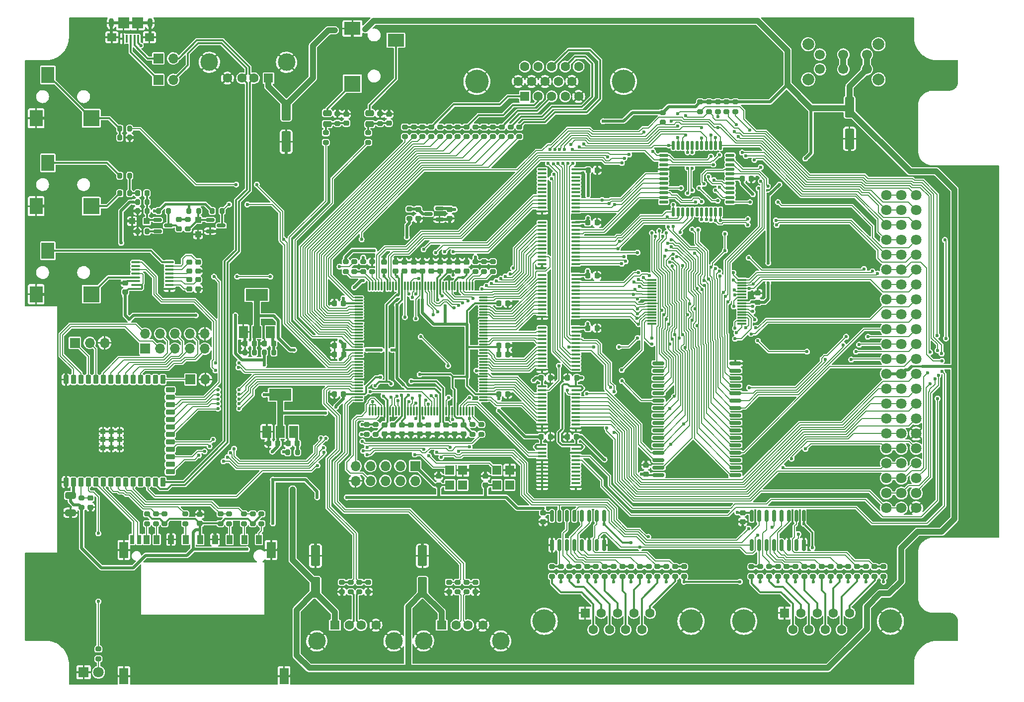
<source format=gtl>
%TF.GenerationSoftware,KiCad,Pcbnew,(6.0.4-0)*%
%TF.CreationDate,2022-04-09T07:25:13+02:00*%
%TF.ProjectId,aquarius-plus,61717561-7269-4757-932d-706c75732e6b,rev?*%
%TF.SameCoordinates,Original*%
%TF.FileFunction,Copper,L1,Top*%
%TF.FilePolarity,Positive*%
%FSLAX46Y46*%
G04 Gerber Fmt 4.6, Leading zero omitted, Abs format (unit mm)*
G04 Created by KiCad (PCBNEW (6.0.4-0)) date 2022-04-09 07:25:13*
%MOMM*%
%LPD*%
G01*
G04 APERTURE LIST*
G04 Aperture macros list*
%AMRoundRect*
0 Rectangle with rounded corners*
0 $1 Rounding radius*
0 $2 $3 $4 $5 $6 $7 $8 $9 X,Y pos of 4 corners*
0 Add a 4 corners polygon primitive as box body*
4,1,4,$2,$3,$4,$5,$6,$7,$8,$9,$2,$3,0*
0 Add four circle primitives for the rounded corners*
1,1,$1+$1,$2,$3*
1,1,$1+$1,$4,$5*
1,1,$1+$1,$6,$7*
1,1,$1+$1,$8,$9*
0 Add four rect primitives between the rounded corners*
20,1,$1+$1,$2,$3,$4,$5,0*
20,1,$1+$1,$4,$5,$6,$7,0*
20,1,$1+$1,$6,$7,$8,$9,0*
20,1,$1+$1,$8,$9,$2,$3,0*%
G04 Aperture macros list end*
%TA.AperFunction,SMDPad,CuDef*%
%ADD10RoundRect,0.200000X0.275000X-0.200000X0.275000X0.200000X-0.275000X0.200000X-0.275000X-0.200000X0*%
%TD*%
%TA.AperFunction,SMDPad,CuDef*%
%ADD11RoundRect,0.200000X-0.275000X0.200000X-0.275000X-0.200000X0.275000X-0.200000X0.275000X0.200000X0*%
%TD*%
%TA.AperFunction,ComponentPad*%
%ADD12C,1.800000*%
%TD*%
%TA.AperFunction,SMDPad,CuDef*%
%ADD13RoundRect,0.225000X0.250000X-0.225000X0.250000X0.225000X-0.250000X0.225000X-0.250000X-0.225000X0*%
%TD*%
%TA.AperFunction,SMDPad,CuDef*%
%ADD14RoundRect,0.100000X0.637500X0.100000X-0.637500X0.100000X-0.637500X-0.100000X0.637500X-0.100000X0*%
%TD*%
%TA.AperFunction,SMDPad,CuDef*%
%ADD15RoundRect,0.150000X0.875000X0.150000X-0.875000X0.150000X-0.875000X-0.150000X0.875000X-0.150000X0*%
%TD*%
%TA.AperFunction,ComponentPad*%
%ADD16R,1.700000X1.700000*%
%TD*%
%TA.AperFunction,ComponentPad*%
%ADD17O,1.700000X1.700000*%
%TD*%
%TA.AperFunction,SMDPad,CuDef*%
%ADD18RoundRect,0.225000X-0.250000X0.225000X-0.250000X-0.225000X0.250000X-0.225000X0.250000X0.225000X0*%
%TD*%
%TA.AperFunction,ComponentPad*%
%ADD19C,4.000000*%
%TD*%
%TA.AperFunction,ComponentPad*%
%ADD20R,1.600000X1.600000*%
%TD*%
%TA.AperFunction,ComponentPad*%
%ADD21C,1.600000*%
%TD*%
%TA.AperFunction,SMDPad,CuDef*%
%ADD22R,1.500000X2.000000*%
%TD*%
%TA.AperFunction,SMDPad,CuDef*%
%ADD23R,3.800000X2.000000*%
%TD*%
%TA.AperFunction,SMDPad,CuDef*%
%ADD24RoundRect,0.075000X-0.662500X-0.075000X0.662500X-0.075000X0.662500X0.075000X-0.662500X0.075000X0*%
%TD*%
%TA.AperFunction,SMDPad,CuDef*%
%ADD25RoundRect,0.075000X-0.075000X-0.662500X0.075000X-0.662500X0.075000X0.662500X-0.075000X0.662500X0*%
%TD*%
%TA.AperFunction,SMDPad,CuDef*%
%ADD26RoundRect,0.225000X-0.225000X-0.250000X0.225000X-0.250000X0.225000X0.250000X-0.225000X0.250000X0*%
%TD*%
%TA.AperFunction,SMDPad,CuDef*%
%ADD27RoundRect,0.225000X0.225000X0.250000X-0.225000X0.250000X-0.225000X-0.250000X0.225000X-0.250000X0*%
%TD*%
%TA.AperFunction,SMDPad,CuDef*%
%ADD28RoundRect,0.250000X0.475000X-0.250000X0.475000X0.250000X-0.475000X0.250000X-0.475000X-0.250000X0*%
%TD*%
%TA.AperFunction,SMDPad,CuDef*%
%ADD29RoundRect,0.200000X-0.200000X-0.275000X0.200000X-0.275000X0.200000X0.275000X-0.200000X0.275000X0*%
%TD*%
%TA.AperFunction,SMDPad,CuDef*%
%ADD30RoundRect,0.150000X-0.587500X-0.150000X0.587500X-0.150000X0.587500X0.150000X-0.587500X0.150000X0*%
%TD*%
%TA.AperFunction,SMDPad,CuDef*%
%ADD31RoundRect,0.150000X0.587500X0.150000X-0.587500X0.150000X-0.587500X-0.150000X0.587500X-0.150000X0*%
%TD*%
%TA.AperFunction,SMDPad,CuDef*%
%ADD32RoundRect,0.200000X0.200000X0.275000X-0.200000X0.275000X-0.200000X-0.275000X0.200000X-0.275000X0*%
%TD*%
%TA.AperFunction,SMDPad,CuDef*%
%ADD33R,2.200000X2.800000*%
%TD*%
%TA.AperFunction,SMDPad,CuDef*%
%ADD34R,2.800000X2.800000*%
%TD*%
%TA.AperFunction,SMDPad,CuDef*%
%ADD35R,1.500000X1.600000*%
%TD*%
%TA.AperFunction,ComponentPad*%
%ADD36C,2.000000*%
%TD*%
%TA.AperFunction,ComponentPad*%
%ADD37C,1.700000*%
%TD*%
%TA.AperFunction,SMDPad,CuDef*%
%ADD38RoundRect,0.100000X-0.637500X-0.100000X0.637500X-0.100000X0.637500X0.100000X-0.637500X0.100000X0*%
%TD*%
%TA.AperFunction,SMDPad,CuDef*%
%ADD39RoundRect,0.100000X0.100000X0.575000X-0.100000X0.575000X-0.100000X-0.575000X0.100000X-0.575000X0*%
%TD*%
%TA.AperFunction,ComponentPad*%
%ADD40O,0.900000X1.600000*%
%TD*%
%TA.AperFunction,SMDPad,CuDef*%
%ADD41R,1.900000X1.900000*%
%TD*%
%TA.AperFunction,SMDPad,CuDef*%
%ADD42R,1.600000X1.400000*%
%TD*%
%TA.AperFunction,SMDPad,CuDef*%
%ADD43RoundRect,0.150000X0.150000X-0.825000X0.150000X0.825000X-0.150000X0.825000X-0.150000X-0.825000X0*%
%TD*%
%TA.AperFunction,SMDPad,CuDef*%
%ADD44RoundRect,0.075000X0.712500X0.075000X-0.712500X0.075000X-0.712500X-0.075000X0.712500X-0.075000X0*%
%TD*%
%TA.AperFunction,SMDPad,CuDef*%
%ADD45R,1.000000X1.500000*%
%TD*%
%TA.AperFunction,SMDPad,CuDef*%
%ADD46R,0.700000X1.500000*%
%TD*%
%TA.AperFunction,SMDPad,CuDef*%
%ADD47R,1.500000X2.800000*%
%TD*%
%TA.AperFunction,ComponentPad*%
%ADD48R,1.600000X1.500000*%
%TD*%
%TA.AperFunction,ComponentPad*%
%ADD49C,3.000000*%
%TD*%
%TA.AperFunction,SMDPad,CuDef*%
%ADD50RoundRect,0.137500X0.600000X0.137500X-0.600000X0.137500X-0.600000X-0.137500X0.600000X-0.137500X0*%
%TD*%
%TA.AperFunction,SMDPad,CuDef*%
%ADD51RoundRect,0.137500X0.137500X0.600000X-0.137500X0.600000X-0.137500X-0.600000X0.137500X-0.600000X0*%
%TD*%
%TA.AperFunction,ComponentPad*%
%ADD52R,1.800000X1.800000*%
%TD*%
%TA.AperFunction,SMDPad,CuDef*%
%ADD53RoundRect,0.250000X0.550000X-1.500000X0.550000X1.500000X-0.550000X1.500000X-0.550000X-1.500000X0*%
%TD*%
%TA.AperFunction,SMDPad,CuDef*%
%ADD54RoundRect,0.250000X-0.550000X1.500000X-0.550000X-1.500000X0.550000X-1.500000X0.550000X1.500000X0*%
%TD*%
%TA.AperFunction,SMDPad,CuDef*%
%ADD55R,1.000000X1.000000*%
%TD*%
%TA.AperFunction,SMDPad,CuDef*%
%ADD56RoundRect,0.250000X-0.650000X0.325000X-0.650000X-0.325000X0.650000X-0.325000X0.650000X0.325000X0*%
%TD*%
%TA.AperFunction,SMDPad,CuDef*%
%ADD57R,2.800000X2.200000*%
%TD*%
%TA.AperFunction,SMDPad,CuDef*%
%ADD58RoundRect,0.225000X0.225000X0.525000X-0.225000X0.525000X-0.225000X-0.525000X0.225000X-0.525000X0*%
%TD*%
%TA.AperFunction,SMDPad,CuDef*%
%ADD59RoundRect,0.225000X-0.525000X0.225000X-0.525000X-0.225000X0.525000X-0.225000X0.525000X0.225000X0*%
%TD*%
%TA.AperFunction,SMDPad,CuDef*%
%ADD60RoundRect,0.225000X-0.225000X-0.525000X0.225000X-0.525000X0.225000X0.525000X-0.225000X0.525000X0*%
%TD*%
%TA.AperFunction,SMDPad,CuDef*%
%ADD61RoundRect,0.225000X-0.225000X-0.225000X0.225000X-0.225000X0.225000X0.225000X-0.225000X0.225000X0*%
%TD*%
%TA.AperFunction,ViaPad*%
%ADD62C,0.600000*%
%TD*%
%TA.AperFunction,Conductor*%
%ADD63C,0.200000*%
%TD*%
%TA.AperFunction,Conductor*%
%ADD64C,0.500000*%
%TD*%
%TA.AperFunction,Conductor*%
%ADD65C,0.300000*%
%TD*%
%TA.AperFunction,Conductor*%
%ADD66C,1.000000*%
%TD*%
%TA.AperFunction,Conductor*%
%ADD67C,0.400000*%
%TD*%
G04 APERTURE END LIST*
D10*
%TO.P,R84,1*%
%TO.N,Net-(J11-Pad9)*%
X207300000Y-130825000D03*
%TO.P,R84,2*%
%TO.N,Net-(R84-Pad2)*%
X207300000Y-129175000D03*
%TD*%
D11*
%TO.P,R69,1*%
%TO.N,Net-(R61-Pad2)*%
X159800000Y-129175000D03*
%TO.P,R69,2*%
%TO.N,+3V3*%
X159800000Y-130825000D03*
%TD*%
D12*
%TO.P,J15,1,Pin_1*%
%TO.N,unconnected-(J15-Pad1)*%
X214825000Y-65830000D03*
X212285000Y-65830000D03*
%TO.P,J15,2,Pin_2*%
%TO.N,CASSETTE_OUT*%
X217365000Y-65830000D03*
%TO.P,J15,3,Pin_3*%
%TO.N,INT#*%
X214825000Y-68370000D03*
X212285000Y-68370000D03*
%TO.P,J15,4,Pin_4*%
%TO.N,BUSREQ#*%
X217365000Y-68370000D03*
%TO.P,J15,5,Pin_5*%
%TO.N,RESET#*%
X214825000Y-70910000D03*
X212285000Y-70910000D03*
%TO.P,J15,6,Pin_6*%
%TO.N,M1#*%
X217365000Y-70910000D03*
%TO.P,J15,7,Pin_7*%
%TO.N,RFSH#*%
X214825000Y-73450000D03*
X212285000Y-73450000D03*
%TO.P,J15,8,Pin_8*%
%TO.N,PHI*%
X217365000Y-73450000D03*
%TO.P,J15,9,Pin_9*%
%TO.N,A15*%
X212285000Y-75990000D03*
X214825000Y-75990000D03*
%TO.P,J15,10,Pin_10*%
%TO.N,A14*%
X217365000Y-75990000D03*
%TO.P,J15,11,Pin_11*%
%TO.N,CART_CE#*%
X212285000Y-78530000D03*
X214825000Y-78530000D03*
%TO.P,J15,12,Pin_12*%
%TO.N,A6*%
X217365000Y-78530000D03*
%TO.P,J15,13,Pin_13*%
%TO.N,A5*%
X214825000Y-81070000D03*
X212285000Y-81070000D03*
%TO.P,J15,14,Pin_14*%
%TO.N,A7*%
X217365000Y-81070000D03*
%TO.P,J15,15,Pin_15*%
%TO.N,A4*%
X214825000Y-83610000D03*
X212285000Y-83610000D03*
%TO.P,J15,16,Pin_16*%
%TO.N,A8*%
X217365000Y-83610000D03*
%TO.P,J15,17,Pin_17*%
%TO.N,A3*%
X212285000Y-86150000D03*
X214825000Y-86150000D03*
%TO.P,J15,18,Pin_18*%
%TO.N,A9*%
X217365000Y-86150000D03*
%TO.P,J15,19,Pin_19*%
%TO.N,A2*%
X212285000Y-88690000D03*
X214825000Y-88690000D03*
%TO.P,J15,20,Pin_20*%
%TO.N,A10*%
X217365000Y-88690000D03*
%TO.P,J15,21,Pin_21*%
%TO.N,A1*%
X214825000Y-91230000D03*
X212285000Y-91230000D03*
%TO.P,J15,22,Pin_22*%
%TO.N,A11*%
X217365000Y-91230000D03*
%TO.P,J15,23,Pin_23*%
%TO.N,A0*%
X214825000Y-93770000D03*
X212285000Y-93770000D03*
%TO.P,J15,24,Pin_24*%
%TO.N,A12*%
X217365000Y-93770000D03*
%TO.P,J15,25,Pin_25*%
%TO.N,+5V*%
X214825000Y-96310000D03*
X212285000Y-96310000D03*
%TO.P,J15,26,Pin_26*%
%TO.N,DE0*%
X217365000Y-96310000D03*
%TO.P,J15,27,Pin_27*%
%TO.N,DE1*%
X212285000Y-98850000D03*
X214825000Y-98850000D03*
%TO.P,J15,28,Pin_28*%
%TO.N,DE2*%
X217365000Y-98850000D03*
%TO.P,J15,29,Pin_29*%
%TO.N,DE3*%
X212285000Y-101390000D03*
X214825000Y-101390000D03*
%TO.P,J15,30,Pin_30*%
%TO.N,DE4*%
X217365000Y-101390000D03*
%TO.P,J15,31,Pin_31*%
%TO.N,DE5*%
X212285000Y-103930000D03*
X214825000Y-103930000D03*
%TO.P,J15,32,Pin_32*%
%TO.N,DE6*%
X217365000Y-103930000D03*
%TO.P,J15,33,Pin_33*%
%TO.N,DE7*%
X214825000Y-106470000D03*
X212285000Y-106470000D03*
%TO.P,J15,34,Pin_34*%
%TO.N,GND*%
X217365000Y-106470000D03*
%TO.P,J15,35,Pin_35*%
%TO.N,RD#*%
X214825000Y-109010000D03*
X212285000Y-109010000D03*
%TO.P,J15,36,Pin_36*%
%TO.N,A13*%
X217365000Y-109010000D03*
%TO.P,J15,37,Pin_37*%
%TO.N,WR#*%
X212285000Y-111550000D03*
X214825000Y-111550000D03*
%TO.P,J15,38,Pin_38*%
%TO.N,MREQ#*%
X217365000Y-111550000D03*
%TO.P,J15,39,Pin_39*%
%TO.N,NMI#*%
X212285000Y-114090000D03*
X214825000Y-114090000D03*
%TO.P,J15,40,Pin_40*%
%TO.N,WAIT#*%
X217365000Y-114090000D03*
%TO.P,J15,41,Pin_41*%
%TO.N,HALT#*%
X212285000Y-116630000D03*
X214825000Y-116630000D03*
%TO.P,J15,42,Pin_42*%
%TO.N,BUSACK#*%
X217365000Y-116630000D03*
%TO.P,J15,43,Pin_43*%
%TO.N,IORQ#*%
X214825000Y-119170000D03*
X212285000Y-119170000D03*
%TO.P,J15,44,Pin_44*%
%TO.N,GND*%
X217365000Y-119170000D03*
%TD*%
D11*
%TO.P,R49,1*%
%TO.N,+5V*%
X183550000Y-49925000D03*
%TO.P,R49,2*%
%TO.N,BUSREQ#*%
X183550000Y-51575000D03*
%TD*%
D13*
%TO.P,C19,1*%
%TO.N,+3V3*%
X140750000Y-78775000D03*
%TO.P,C19,2*%
%TO.N,GND*%
X140750000Y-77225000D03*
%TD*%
D10*
%TO.P,R27,1*%
%TO.N,+3V3*%
X75150000Y-119075000D03*
%TO.P,R27,2*%
%TO.N,Net-(C36-Pad1)*%
X75150000Y-117425000D03*
%TD*%
D14*
%TO.P,U3,1,~{EN}*%
%TO.N,GND*%
X90112500Y-81775000D03*
%TO.P,U3,2,C1+*%
%TO.N,Net-(C31-Pad1)*%
X90112500Y-81125000D03*
%TO.P,U3,3,V+*%
%TO.N,Net-(C38-Pad1)*%
X90112500Y-80475000D03*
%TO.P,U3,4,C1-*%
%TO.N,Net-(C31-Pad2)*%
X90112500Y-79825000D03*
%TO.P,U3,5,C2+*%
%TO.N,Net-(C32-Pad1)*%
X90112500Y-79175000D03*
%TO.P,U3,6,C2-*%
%TO.N,Net-(C32-Pad2)*%
X90112500Y-78525000D03*
%TO.P,U3,7,V-*%
%TO.N,Net-(C39-Pad1)*%
X90112500Y-77875000D03*
%TO.P,U3,8,RIN*%
%TO.N,Net-(J4-PadR)*%
X90112500Y-77225000D03*
%TO.P,U3,9,ROUT*%
%TO.N,PRINTER_IN*%
X84387500Y-77225000D03*
%TO.P,U3,10,~{INVALID}*%
%TO.N,unconnected-(U3-Pad10)*%
X84387500Y-77875000D03*
%TO.P,U3,11,DIN*%
%TO.N,PRINTER_OUT*%
X84387500Y-78525000D03*
%TO.P,U3,12,FORCEON*%
%TO.N,+3V3*%
X84387500Y-79175000D03*
%TO.P,U3,13,DOUT*%
%TO.N,Net-(J4-PadT)*%
X84387500Y-79825000D03*
%TO.P,U3,14,GND*%
%TO.N,GND*%
X84387500Y-80475000D03*
%TO.P,U3,15,VCC*%
%TO.N,+3V3*%
X84387500Y-81125000D03*
%TO.P,U3,16,~{FORCEOFF}*%
X84387500Y-81775000D03*
%TD*%
D11*
%TO.P,R92,1*%
%TO.N,Net-(R84-Pad2)*%
X208800000Y-129175000D03*
%TO.P,R92,2*%
%TO.N,+3V3*%
X208800000Y-130825000D03*
%TD*%
D15*
%TO.P,U10,1,A17*%
%TO.N,BA17*%
X186550000Y-113525000D03*
%TO.P,U10,2,A16*%
%TO.N,BA16*%
X186550000Y-112255000D03*
%TO.P,U10,3,A14*%
%TO.N,BA14*%
X186550000Y-110985000D03*
%TO.P,U10,4,A12*%
%TO.N,A12*%
X186550000Y-109715000D03*
%TO.P,U10,5,A7*%
%TO.N,A7*%
X186550000Y-108445000D03*
%TO.P,U10,6,A6*%
%TO.N,A6*%
X186550000Y-107175000D03*
%TO.P,U10,7,A5*%
%TO.N,A5*%
X186550000Y-105905000D03*
%TO.P,U10,8,A4*%
%TO.N,A4*%
X186550000Y-104635000D03*
%TO.P,U10,9,A3*%
%TO.N,A3*%
X186550000Y-103365000D03*
%TO.P,U10,10,A2*%
%TO.N,A2*%
X186550000Y-102095000D03*
%TO.P,U10,11,A1*%
%TO.N,A1*%
X186550000Y-100825000D03*
%TO.P,U10,12,A0*%
%TO.N,A0*%
X186550000Y-99555000D03*
%TO.P,U10,13,DQ0*%
%TO.N,D0*%
X186550000Y-98285000D03*
%TO.P,U10,14,DQ1*%
%TO.N,D1*%
X186550000Y-97015000D03*
%TO.P,U10,15,DQ2*%
%TO.N,D2*%
X186550000Y-95745000D03*
%TO.P,U10,16,GND*%
%TO.N,GND*%
X186550000Y-94475000D03*
%TO.P,U10,17,DQ3*%
%TO.N,D3*%
X173450000Y-94475000D03*
%TO.P,U10,18,DQ4*%
%TO.N,D4*%
X173450000Y-95745000D03*
%TO.P,U10,19,DQ5*%
%TO.N,D5*%
X173450000Y-97015000D03*
%TO.P,U10,20,DQ6*%
%TO.N,D6*%
X173450000Y-98285000D03*
%TO.P,U10,21,DQ7*%
%TO.N,D7*%
X173450000Y-99555000D03*
%TO.P,U10,22,~{CE}*%
%TO.N,RAM_CE#*%
X173450000Y-100825000D03*
%TO.P,U10,23,A10*%
%TO.N,A10*%
X173450000Y-102095000D03*
%TO.P,U10,24,~{OE}*%
%TO.N,RD#*%
X173450000Y-103365000D03*
%TO.P,U10,25,A11*%
%TO.N,A11*%
X173450000Y-104635000D03*
%TO.P,U10,26,A9*%
%TO.N,A9*%
X173450000Y-105905000D03*
%TO.P,U10,27,A8*%
%TO.N,A8*%
X173450000Y-107175000D03*
%TO.P,U10,28,A13*%
%TO.N,A13*%
X173450000Y-108445000D03*
%TO.P,U10,29,~{WE}*%
%TO.N,WR#*%
X173450000Y-109715000D03*
%TO.P,U10,30,A18*%
%TO.N,BA18*%
X173450000Y-110985000D03*
%TO.P,U10,31,A15*%
%TO.N,BA15*%
X173450000Y-112255000D03*
%TO.P,U10,32,VDD*%
%TO.N,+5V*%
X173450000Y-113525000D03*
%TD*%
D11*
%TO.P,R70,1*%
%TO.N,Net-(R62-Pad2)*%
X156800000Y-129175000D03*
%TO.P,R70,2*%
%TO.N,+3V3*%
X156800000Y-130825000D03*
%TD*%
D16*
%TO.P,JP1,1,A*%
%TO.N,Net-(JP1-Pad1)*%
X93700000Y-97250000D03*
D17*
%TO.P,JP1,2,B*%
%TO.N,GND*%
X96240000Y-97250000D03*
%TD*%
D11*
%TO.P,R16,1*%
%TO.N,SD_SSEL#*%
X104300000Y-120175000D03*
%TO.P,R16,2*%
%TO.N,+3V3*%
X104300000Y-121825000D03*
%TD*%
D10*
%TO.P,R60,1*%
%TO.N,Net-(J5-Pad7)*%
X161300000Y-130825000D03*
%TO.P,R60,2*%
%TO.N,Net-(R60-Pad2)*%
X161300000Y-129175000D03*
%TD*%
%TO.P,R40,1*%
%TO.N,VGA_G0*%
X140750000Y-55825000D03*
%TO.P,R40,2*%
%TO.N,Net-(J6-Pad2)*%
X140750000Y-54175000D03*
%TD*%
%TO.P,R42,1*%
%TO.N,VGA_B2*%
X143750000Y-55825000D03*
%TO.P,R42,2*%
%TO.N,Net-(J6-Pad3)*%
X143750000Y-54175000D03*
%TD*%
D18*
%TO.P,C10,1*%
%TO.N,+3V3*%
X134250000Y-104975000D03*
%TO.P,C10,2*%
%TO.N,GND*%
X134250000Y-106525000D03*
%TD*%
D19*
%TO.P,J11,0,PAD*%
%TO.N,GND*%
X212990000Y-138489669D03*
X187990000Y-138489669D03*
D20*
%TO.P,J11,1,1*%
X194950000Y-137069669D03*
D21*
%TO.P,J11,2,2*%
%TO.N,Net-(J11-Pad2)*%
X197720000Y-137069669D03*
%TO.P,J11,3,3*%
%TO.N,Net-(J11-Pad3)*%
X200490000Y-137069669D03*
%TO.P,J11,4,4*%
%TO.N,Net-(J11-Pad4)*%
X203260000Y-137069669D03*
%TO.P,J11,5,5*%
%TO.N,Net-(J11-Pad5)*%
X206030000Y-137069669D03*
%TO.P,J11,6,6*%
%TO.N,Net-(J11-Pad6)*%
X196335000Y-139909669D03*
%TO.P,J11,7,7*%
%TO.N,Net-(J11-Pad7)*%
X199105000Y-139909669D03*
%TO.P,J11,8,8*%
%TO.N,Net-(J11-Pad8)*%
X201875000Y-139909669D03*
%TO.P,J11,9,9*%
%TO.N,Net-(J11-Pad9)*%
X204645000Y-139909669D03*
%TD*%
D10*
%TO.P,R100,1*%
%TO.N,+3V3*%
X131000000Y-69825000D03*
%TO.P,R100,2*%
%TO.N,Net-(C63-Pad1)*%
X131000000Y-68175000D03*
%TD*%
%TO.P,R86,1*%
%TO.N,Net-(J11-Pad8)*%
X201300000Y-130825000D03*
%TO.P,R86,2*%
%TO.N,Net-(R86-Pad2)*%
X201300000Y-129175000D03*
%TD*%
D13*
%TO.P,C59,1*%
%TO.N,+5V*%
X171350000Y-113375000D03*
%TO.P,C59,2*%
%TO.N,GND*%
X171350000Y-111825000D03*
%TD*%
D10*
%TO.P,R59,1*%
%TO.N,Net-(J5-Pad3)*%
X164300000Y-130825000D03*
%TO.P,R59,2*%
%TO.N,Net-(R59-Pad2)*%
X164300000Y-129175000D03*
%TD*%
D13*
%TO.P,C46,1*%
%TO.N,Net-(C46-Pad1)*%
X127500000Y-53525000D03*
%TO.P,C46,2*%
%TO.N,GND*%
X127500000Y-51975000D03*
%TD*%
D22*
%TO.P,U17,1,GND*%
%TO.N,GND*%
X102700000Y-89150000D03*
%TO.P,U17,2,VO*%
%TO.N,+1V2*%
X105000000Y-89150000D03*
D23*
X105000000Y-82850000D03*
D22*
%TO.P,U17,3,VI*%
%TO.N,Net-(C64-Pad1)*%
X107300000Y-89150000D03*
%TD*%
D11*
%TO.P,R17,1*%
%TO.N,SD_SSEL#*%
X102800000Y-120175000D03*
%TO.P,R17,2*%
%TO.N,Net-(J3-Pad1)*%
X102800000Y-121825000D03*
%TD*%
D18*
%TO.P,C22,1*%
%TO.N,+2V5*%
X138750000Y-104975000D03*
%TO.P,C22,2*%
%TO.N,GND*%
X138750000Y-106525000D03*
%TD*%
D13*
%TO.P,C20,1*%
%TO.N,+3V3*%
X131750000Y-78775000D03*
%TO.P,C20,2*%
%TO.N,GND*%
X131750000Y-77225000D03*
%TD*%
D24*
%TO.P,U1,1,B7_IO*%
%TO.N,VGA_HSYNC*%
X122337500Y-83250000D03*
%TO.P,U1,2,B7_IO*%
%TO.N,VGA_VSYNC*%
X122337500Y-83750000D03*
%TO.P,U1,3,VCCO_LEFT*%
%TO.N,+3V3*%
X122337500Y-84250000D03*
%TO.P,U1,4,B7_IO_VREF*%
%TO.N,VGA_B0*%
X122337500Y-84750000D03*
%TO.P,U1,5,B7_IO*%
%TO.N,VGA_B1*%
X122337500Y-85250000D03*
%TO.P,U1,6,B7_IO*%
%TO.N,VGA_B2*%
X122337500Y-85750000D03*
%TO.P,U1,7,B7_IO*%
%TO.N,VGA_B3*%
X122337500Y-86250000D03*
%TO.P,U1,8,B7_IO*%
%TO.N,VGA_G0*%
X122337500Y-86750000D03*
%TO.P,U1,9,GND*%
%TO.N,GND*%
X122337500Y-87250000D03*
%TO.P,U1,10,B7_IO*%
%TO.N,VGA_G1*%
X122337500Y-87750000D03*
%TO.P,U1,11,B7_IO*%
%TO.N,VGA_G2*%
X122337500Y-88250000D03*
%TO.P,U1,12,B7_IO*%
%TO.N,VGA_G3*%
X122337500Y-88750000D03*
%TO.P,U1,13,B7_IO*%
%TO.N,VGA_R0*%
X122337500Y-89250000D03*
%TO.P,U1,14,B7_IO*%
%TO.N,VGA_R1*%
X122337500Y-89750000D03*
%TO.P,U1,15,B7_IO*%
%TO.N,VGA_R2*%
X122337500Y-90250000D03*
%TO.P,U1,16,GND*%
%TO.N,GND*%
X122337500Y-90750000D03*
%TO.P,U1,17,B7_IO*%
%TO.N,VGA_R3*%
X122337500Y-91250000D03*
%TO.P,U1,18,B7_IO_VREF*%
%TO.N,AUDIO_R*%
X122337500Y-91750000D03*
%TO.P,U1,19,VCCO_LEFT*%
%TO.N,+3V3*%
X122337500Y-92250000D03*
%TO.P,U1,20,B6_IO_VREF*%
%TO.N,AUDIO_L*%
X122337500Y-92750000D03*
%TO.P,U1,21,B6_IO*%
%TO.N,CASSETTE_OUT*%
X122337500Y-93250000D03*
%TO.P,U1,22,GND*%
%TO.N,GND*%
X122337500Y-93750000D03*
%TO.P,U1,23,B6_IO*%
%TO.N,CASSETTE_IN*%
X122337500Y-94250000D03*
%TO.P,U1,24,B6_IO_VREF*%
%TO.N,PRINTER_IN*%
X122337500Y-94750000D03*
%TO.P,U1,25,B6_IO*%
%TO.N,PRINTER_OUT*%
X122337500Y-95250000D03*
%TO.P,U1,26,B6_IO*%
%TO.N,ESP_CTS*%
X122337500Y-95750000D03*
%TO.P,U1,27,B6_IO*%
%TO.N,ESP_RX*%
X122337500Y-96250000D03*
%TO.P,U1,28,B6_IO*%
%TO.N,ESP_RTS*%
X122337500Y-96750000D03*
%TO.P,U1,29,GND*%
%TO.N,GND*%
X122337500Y-97250000D03*
%TO.P,U1,30,B6_IO*%
%TO.N,ESP_TX*%
X122337500Y-97750000D03*
%TO.P,U1,31,B6_IO*%
%TO.N,ESP_NOTIFY*%
X122337500Y-98250000D03*
%TO.P,U1,32,B6_IO*%
%TO.N,USB_DM2*%
X122337500Y-98750000D03*
%TO.P,U1,33,B6_IO*%
%TO.N,USB_DP2*%
X122337500Y-99250000D03*
%TO.P,U1,34,VCCO_LEFT*%
%TO.N,+3V3*%
X122337500Y-99750000D03*
%TO.P,U1,35,B6_IO*%
%TO.N,USB_DM1*%
X122337500Y-100250000D03*
%TO.P,U1,36,B6_IO*%
%TO.N,USB_DP1*%
X122337500Y-100750000D03*
D25*
%TO.P,U1,37,M1*%
%TO.N,+2V5*%
X124250000Y-102662500D03*
%TO.P,U1,38,M0*%
X124750000Y-102662500D03*
%TO.P,U1,39,M2*%
X125250000Y-102662500D03*
%TO.P,U1,40,B5_IO*%
%TO.N,FPGA_EXP7*%
X125750000Y-102662500D03*
%TO.P,U1,41,B5_IO*%
%TO.N,FPGA_EXP6*%
X126250000Y-102662500D03*
%TO.P,U1,42,GND*%
%TO.N,GND*%
X126750000Y-102662500D03*
%TO.P,U1,43,VCCO_BOTTOM*%
%TO.N,+3V3*%
X127250000Y-102662500D03*
%TO.P,U1,44,B5_IO_VREF*%
%TO.N,FPGA_EXP5*%
X127750000Y-102662500D03*
%TO.P,U1,45,GND*%
%TO.N,GND*%
X128250000Y-102662500D03*
%TO.P,U1,46,B5_IO*%
%TO.N,FPGA_EXP4*%
X128750000Y-102662500D03*
%TO.P,U1,47,B5_IO*%
%TO.N,FPGA_EXP3*%
X129250000Y-102662500D03*
%TO.P,U1,48,VCCAUX*%
%TO.N,+2V5*%
X129750000Y-102662500D03*
%TO.P,U1,49,VCCINT*%
%TO.N,+1V2*%
X130250000Y-102662500D03*
%TO.P,U1,50,B5_IO*%
%TO.N,FPGA_EXP2*%
X130750000Y-102662500D03*
%TO.P,U1,51,B5_IO*%
%TO.N,FPGA_EXP1*%
X131250000Y-102662500D03*
%TO.P,U1,52,B5_IO_GCLK2*%
%TO.N,FPGA_EXP0*%
X131750000Y-102662500D03*
%TO.P,U1,53,B5_IO_GCLK3*%
%TO.N,USBCLK*%
X132250000Y-102662500D03*
%TO.P,U1,54,VCCO_BOTTOM*%
%TO.N,+3V3*%
X132750000Y-102662500D03*
%TO.P,U1,55,B4_IO_GCLK0*%
%TO.N,SYSCLK*%
X133250000Y-102662500D03*
%TO.P,U1,56,B4_IO_GCLK1*%
%TO.N,HCTRL_DATA*%
X133750000Y-102662500D03*
%TO.P,U1,57,B4_IO_DOUT*%
%TO.N,SPI_MISO*%
X134250000Y-102662500D03*
%TO.P,U1,58,B4_IO_INIT_B*%
%TO.N,Net-(R3-Pad2)*%
X134750000Y-102662500D03*
%TO.P,U1,59,B4_IO*%
%TO.N,HCTRL_LOAD#*%
X135250000Y-102662500D03*
%TO.P,U1,60,B4_IO*%
%TO.N,HCTRL_CLK*%
X135750000Y-102662500D03*
%TO.P,U1,61,VCCINT*%
%TO.N,+1V2*%
X136250000Y-102662500D03*
%TO.P,U1,62,VCCAUX*%
%TO.N,+2V5*%
X136750000Y-102662500D03*
%TO.P,U1,63,B4_IO*%
%TO.N,ROM_CE#*%
X137250000Y-102662500D03*
%TO.P,U1,64,GND*%
%TO.N,GND*%
X137750000Y-102662500D03*
%TO.P,U1,65,B4_IO_DIN*%
%TO.N,SPI_MOSI*%
X138250000Y-102662500D03*
%TO.P,U1,66,VCCO_BOTTOM*%
%TO.N,+3V3*%
X138750000Y-102662500D03*
%TO.P,U1,67,GND*%
%TO.N,GND*%
X139250000Y-102662500D03*
%TO.P,U1,68,B4_IO*%
%TO.N,RAM_CE#*%
X139750000Y-102662500D03*
%TO.P,U1,69,B4_IO*%
%TO.N,FPGA_PHI*%
X140250000Y-102662500D03*
%TO.P,U1,70,B4_IO_VREF*%
%TO.N,FPGA_CART_CE#*%
X140750000Y-102662500D03*
%TO.P,U1,71,DONE*%
%TO.N,FPGA_DONE*%
X141250000Y-102662500D03*
%TO.P,U1,72,CCLK*%
%TO.N,Net-(R9-Pad2)*%
X141750000Y-102662500D03*
D24*
%TO.P,U1,73,B3_IO*%
%TO.N,FPGA_DE7*%
X143662500Y-100750000D03*
%TO.P,U1,74,B3_IO*%
%TO.N,FPGA_DE6*%
X143662500Y-100250000D03*
%TO.P,U1,75,VCCO_RIGHT*%
%TO.N,+3V3*%
X143662500Y-99750000D03*
%TO.P,U1,76,B3_IO*%
%TO.N,FPGA_DE5*%
X143662500Y-99250000D03*
%TO.P,U1,77,B3_IO*%
%TO.N,FPGA_DE4*%
X143662500Y-98750000D03*
%TO.P,U1,78,B3_IO*%
%TO.N,FPGA_DE3*%
X143662500Y-98250000D03*
%TO.P,U1,79,B3_IO*%
%TO.N,FPGA_DE2*%
X143662500Y-97750000D03*
%TO.P,U1,80,B3_IO*%
%TO.N,FPGA_DE1*%
X143662500Y-97250000D03*
%TO.P,U1,81,GND*%
%TO.N,GND*%
X143662500Y-96750000D03*
%TO.P,U1,82,B3_IO*%
%TO.N,FPGA_DE0*%
X143662500Y-96250000D03*
%TO.P,U1,83,B3_IO*%
%TO.N,DE_OE#*%
X143662500Y-95750000D03*
%TO.P,U1,84,B3_IO_VREF*%
%TO.N,FPGA_BUSACK#*%
X143662500Y-95250000D03*
%TO.P,U1,85,B3_IO*%
%TO.N,FPGA_BUSREQ#*%
X143662500Y-94750000D03*
%TO.P,U1,86,B3_IO*%
%TO.N,FPGA_RESET#*%
X143662500Y-94250000D03*
%TO.P,U1,87,B3_IO*%
%TO.N,FPGA_INT#*%
X143662500Y-93750000D03*
%TO.P,U1,88,GND*%
%TO.N,GND*%
X143662500Y-93250000D03*
%TO.P,U1,89,B3_IO*%
%TO.N,FPGA_WAIT#*%
X143662500Y-92750000D03*
%TO.P,U1,90,B3_IO_VREF*%
%TO.N,FPGA_WR#*%
X143662500Y-92250000D03*
%TO.P,U1,91,VCCO_RIGHT*%
%TO.N,+3V3*%
X143662500Y-91750000D03*
%TO.P,U1,92,B2_IO_VREF*%
%TO.N,FPGA_RD#*%
X143662500Y-91250000D03*
%TO.P,U1,93,B2_IO*%
%TO.N,FPGA_IORQ#*%
X143662500Y-90750000D03*
%TO.P,U1,94,GND*%
%TO.N,GND*%
X143662500Y-90250000D03*
%TO.P,U1,95,B2_IO*%
%TO.N,FPGA_MREQ#*%
X143662500Y-89750000D03*
%TO.P,U1,96,B2_IO*%
%TO.N,FPGA_M1#*%
X143662500Y-89250000D03*
%TO.P,U1,97,B2_IO*%
%TO.N,FPGA_D7*%
X143662500Y-88750000D03*
%TO.P,U1,98,B2_IO_VREF*%
%TO.N,FPGA_D6*%
X143662500Y-88250000D03*
%TO.P,U1,99,B2_IO*%
%TO.N,FPGA_D5*%
X143662500Y-87750000D03*
%TO.P,U1,100,B2_IO*%
%TO.N,FPGA_D4*%
X143662500Y-87250000D03*
%TO.P,U1,101,GND*%
%TO.N,GND*%
X143662500Y-86750000D03*
%TO.P,U1,102,B2_IO*%
%TO.N,FPGA_D3*%
X143662500Y-86250000D03*
%TO.P,U1,103,B2_IO*%
%TO.N,FPGA_D2*%
X143662500Y-85750000D03*
%TO.P,U1,104,B2_IO*%
%TO.N,FPGA_D1*%
X143662500Y-85250000D03*
%TO.P,U1,105,B2_IO*%
%TO.N,FPGA_D0*%
X143662500Y-84750000D03*
%TO.P,U1,106,VCCO_RIGHT*%
%TO.N,+3V3*%
X143662500Y-84250000D03*
%TO.P,U1,107,B2_IO*%
%TO.N,FPGA_A15*%
X143662500Y-83750000D03*
%TO.P,U1,108,B2_IO*%
%TO.N,FPGA_A14*%
X143662500Y-83250000D03*
D25*
%TO.P,U1,109,TDO*%
%TO.N,Net-(R2-Pad1)*%
X141750000Y-81337500D03*
%TO.P,U1,110,TCK*%
%TO.N,Net-(R11-Pad1)*%
X141250000Y-81337500D03*
%TO.P,U1,111,TMS*%
%TO.N,Net-(R1-Pad1)*%
X140750000Y-81337500D03*
%TO.P,U1,112,B1_IO*%
%TO.N,FPGA_A13*%
X140250000Y-81337500D03*
%TO.P,U1,113,B1_IO*%
%TO.N,FPGA_A12*%
X139750000Y-81337500D03*
%TO.P,U1,114,GND*%
%TO.N,GND*%
X139250000Y-81337500D03*
%TO.P,U1,115,VCCO_TOP*%
%TO.N,+3V3*%
X138750000Y-81337500D03*
%TO.P,U1,116,B1_IO*%
%TO.N,FPGA_A11*%
X138250000Y-81337500D03*
%TO.P,U1,117,GND*%
%TO.N,GND*%
X137750000Y-81337500D03*
%TO.P,U1,118,B1_IO*%
%TO.N,FPGA_A10*%
X137250000Y-81337500D03*
%TO.P,U1,119,B1_IO*%
%TO.N,FPGA_A9*%
X136750000Y-81337500D03*
%TO.P,U1,120,VCCAUX*%
%TO.N,+2V5*%
X136250000Y-81337500D03*
%TO.P,U1,121,VCCINT*%
%TO.N,+1V2*%
X135750000Y-81337500D03*
%TO.P,U1,122,B1_IO*%
%TO.N,FPGA_A8*%
X135250000Y-81337500D03*
%TO.P,U1,123,B1_IO_VREF*%
%TO.N,FPGA_A7*%
X134750000Y-81337500D03*
%TO.P,U1,124,B1_IO_GCLK4*%
%TO.N,FPGA_A6*%
X134250000Y-81337500D03*
%TO.P,U1,125,B1_IO_GCLK5*%
%TO.N,FPGA_A5*%
X133750000Y-81337500D03*
%TO.P,U1,126,VCCO_TOP*%
%TO.N,+3V3*%
X133250000Y-81337500D03*
%TO.P,U1,127,B0_IO_GCLK6*%
%TO.N,FPGA_A4*%
X132750000Y-81337500D03*
%TO.P,U1,128,B0_IO_GCLK7*%
%TO.N,FPGA_A3*%
X132250000Y-81337500D03*
%TO.P,U1,129,B0_IO_VREF*%
%TO.N,FPGA_A2*%
X131750000Y-81337500D03*
%TO.P,U1,130,B0_IO*%
%TO.N,FPGA_A1*%
X131250000Y-81337500D03*
%TO.P,U1,131,B0_IO*%
%TO.N,FPGA_A0*%
X130750000Y-81337500D03*
%TO.P,U1,132,B0_IO*%
%TO.N,BA18*%
X130250000Y-81337500D03*
%TO.P,U1,133,VCCINT*%
%TO.N,+1V2*%
X129750000Y-81337500D03*
%TO.P,U1,134,VCCAUX*%
%TO.N,+2V5*%
X129250000Y-81337500D03*
%TO.P,U1,135,B0_IO*%
%TO.N,BA17*%
X128750000Y-81337500D03*
%TO.P,U1,136,GND*%
%TO.N,GND*%
X128250000Y-81337500D03*
%TO.P,U1,137,B0_IO*%
%TO.N,BA16*%
X127750000Y-81337500D03*
%TO.P,U1,138,VCCO_TOP*%
%TO.N,+3V3*%
X127250000Y-81337500D03*
%TO.P,U1,139,GND*%
%TO.N,GND*%
X126750000Y-81337500D03*
%TO.P,U1,140,B0_IO*%
%TO.N,BA15*%
X126250000Y-81337500D03*
%TO.P,U1,141,B0_IO*%
%TO.N,BA14*%
X125750000Y-81337500D03*
%TO.P,U1,142,HSWAP_EN*%
%TO.N,Net-(R10-Pad1)*%
X125250000Y-81337500D03*
%TO.P,U1,143,PROG_B*%
%TO.N,Net-(R4-Pad2)*%
X124750000Y-81337500D03*
%TO.P,U1,144,TDI*%
%TO.N,Net-(R5-Pad1)*%
X124250000Y-81337500D03*
%TD*%
D10*
%TO.P,R35,1*%
%TO.N,VGA_R1*%
X133250000Y-55825000D03*
%TO.P,R35,2*%
%TO.N,Net-(J6-Pad1)*%
X133250000Y-54175000D03*
%TD*%
%TO.P,R3,1*%
%TO.N,SPI_CS#*%
X123750000Y-106575000D03*
%TO.P,R3,2*%
%TO.N,Net-(R3-Pad2)*%
X123750000Y-104925000D03*
%TD*%
D26*
%TO.P,C9,1*%
%TO.N,+3V3*%
X146225000Y-91450000D03*
%TO.P,C9,2*%
%TO.N,GND*%
X147775000Y-91450000D03*
%TD*%
D11*
%TO.P,R93,1*%
%TO.N,Net-(R85-Pad2)*%
X205800000Y-129175000D03*
%TO.P,R93,2*%
%TO.N,+3V3*%
X205800000Y-130825000D03*
%TD*%
%TO.P,R51,1*%
%TO.N,+5V*%
X180550000Y-49925000D03*
%TO.P,R51,2*%
%TO.N,WAIT#*%
X180550000Y-51575000D03*
%TD*%
D27*
%TO.P,C65,1*%
%TO.N,+3V3*%
X108575000Y-108150000D03*
%TO.P,C65,2*%
%TO.N,GND*%
X107025000Y-108150000D03*
%TD*%
D11*
%TO.P,R65,1*%
%TO.N,Net-(R57-Pad2)*%
X171800000Y-129175000D03*
%TO.P,R65,2*%
%TO.N,+3V3*%
X171800000Y-130825000D03*
%TD*%
D10*
%TO.P,R76,1*%
%TO.N,Net-(J9-Pad2)*%
X121000000Y-133465000D03*
%TO.P,R76,2*%
%TO.N,USB_DM2*%
X121000000Y-131815000D03*
%TD*%
%TO.P,R11,1*%
%TO.N,Net-(R11-Pad1)*%
X143750000Y-78825000D03*
%TO.P,R11,2*%
%TO.N,+2V5*%
X143750000Y-77175000D03*
%TD*%
D28*
%TO.P,C49,1*%
%TO.N,Net-(C46-Pad1)*%
X124250000Y-53700000D03*
%TO.P,C49,2*%
%TO.N,Net-(C49-Pad2)*%
X124250000Y-51800000D03*
%TD*%
D11*
%TO.P,R52,1*%
%TO.N,+5V*%
X186550000Y-49925000D03*
%TO.P,R52,2*%
%TO.N,RESET#*%
X186550000Y-51575000D03*
%TD*%
D29*
%TO.P,R14,1*%
%TO.N,Net-(J1-PadT)*%
X81675000Y-65500000D03*
%TO.P,R14,2*%
%TO.N,Net-(C33-Pad1)*%
X83325000Y-65500000D03*
%TD*%
D30*
%TO.P,Q2,1,B*%
%TO.N,Net-(D2-Pad1)*%
X97062500Y-70050000D03*
%TO.P,Q2,2,E*%
%TO.N,GND*%
X97062500Y-71950000D03*
%TO.P,Q2,3,C*%
%TO.N,CASSETTE_IN*%
X98937500Y-71000000D03*
%TD*%
D18*
%TO.P,C63,1*%
%TO.N,Net-(C63-Pad1)*%
X132500000Y-68225000D03*
%TO.P,C63,2*%
%TO.N,GND*%
X132500000Y-69775000D03*
%TD*%
D31*
%TO.P,U16,1,GND*%
%TO.N,GND*%
X136137500Y-69950000D03*
%TO.P,U16,2,VO*%
%TO.N,+2V5*%
X136137500Y-68050000D03*
%TO.P,U16,3,VI*%
%TO.N,Net-(C63-Pad1)*%
X134262500Y-69000000D03*
%TD*%
D11*
%TO.P,R78,1*%
%TO.N,USB_DM2*%
X119500000Y-131815000D03*
%TO.P,R78,2*%
%TO.N,GND*%
X119500000Y-133465000D03*
%TD*%
D10*
%TO.P,R8,1*%
%TO.N,Net-(R4-Pad2)*%
X123150000Y-78825000D03*
%TO.P,R8,2*%
%TO.N,+3V3*%
X123150000Y-77175000D03*
%TD*%
D18*
%TO.P,C6,1*%
%TO.N,+1V2*%
X135750000Y-104975000D03*
%TO.P,C6,2*%
%TO.N,GND*%
X135750000Y-106525000D03*
%TD*%
D13*
%TO.P,C16,1*%
%TO.N,+1V2*%
X130150000Y-78775000D03*
%TO.P,C16,2*%
%TO.N,GND*%
X130150000Y-77225000D03*
%TD*%
D10*
%TO.P,R2,1*%
%TO.N,Net-(R2-Pad1)*%
X145250000Y-78825000D03*
%TO.P,R2,2*%
%TO.N,+2V5*%
X145250000Y-77175000D03*
%TD*%
%TO.P,R71,1*%
%TO.N,AUDIO_L*%
X116750000Y-56825000D03*
%TO.P,R71,2*%
%TO.N,Net-(C45-Pad1)*%
X116750000Y-55175000D03*
%TD*%
D32*
%TO.P,R21,1*%
%TO.N,CASSETTE_OUT*%
X83325000Y-54500000D03*
%TO.P,R21,2*%
%TO.N,Net-(J2-PadR)*%
X81675000Y-54500000D03*
%TD*%
D33*
%TO.P,J1,R*%
%TO.N,Net-(J1-PadR)*%
X69400000Y-60300000D03*
%TO.P,J1,S*%
%TO.N,GND*%
X67400000Y-67700000D03*
D34*
%TO.P,J1,T*%
%TO.N,Net-(J1-PadT)*%
X76800000Y-67700000D03*
%TD*%
D16*
%TO.P,J14,1,Pin_1*%
%TO.N,+3V3*%
X132000000Y-112000000D03*
D17*
%TO.P,J14,2,Pin_2*%
%TO.N,FPGA_EXP0*%
X132000000Y-114540000D03*
%TO.P,J14,3,Pin_3*%
%TO.N,FPGA_EXP1*%
X129460000Y-112000000D03*
%TO.P,J14,4,Pin_4*%
%TO.N,FPGA_EXP2*%
X129460000Y-114540000D03*
%TO.P,J14,5,Pin_5*%
%TO.N,FPGA_EXP3*%
X126920000Y-112000000D03*
%TO.P,J14,6,Pin_6*%
%TO.N,FPGA_EXP4*%
X126920000Y-114540000D03*
%TO.P,J14,7,Pin_7*%
%TO.N,FPGA_EXP5*%
X124380000Y-112000000D03*
%TO.P,J14,8,Pin_8*%
%TO.N,FPGA_EXP6*%
X124380000Y-114540000D03*
%TO.P,J14,9,Pin_9*%
%TO.N,FPGA_EXP7*%
X121840000Y-112000000D03*
%TO.P,J14,10,Pin_10*%
%TO.N,GND*%
X121840000Y-114540000D03*
%TD*%
D29*
%TO.P,R15,1*%
%TO.N,Net-(J1-PadR)*%
X81675000Y-62500000D03*
%TO.P,R15,2*%
%TO.N,Net-(C33-Pad1)*%
X83325000Y-62500000D03*
%TD*%
D11*
%TO.P,R95,1*%
%TO.N,Net-(R87-Pad2)*%
X199800000Y-129175000D03*
%TO.P,R95,2*%
%TO.N,+3V3*%
X199800000Y-130825000D03*
%TD*%
D18*
%TO.P,C66,1*%
%TO.N,+2V5*%
X137900000Y-68225000D03*
%TO.P,C66,2*%
%TO.N,GND*%
X137900000Y-69775000D03*
%TD*%
D13*
%TO.P,C34,1*%
%TO.N,+3V3*%
X95300000Y-121775000D03*
%TO.P,C34,2*%
%TO.N,GND*%
X95300000Y-120225000D03*
%TD*%
D27*
%TO.P,C62,1*%
%TO.N,Net-(C62-Pad1)*%
X111875000Y-108150000D03*
%TO.P,C62,2*%
%TO.N,GND*%
X110325000Y-108150000D03*
%TD*%
D10*
%TO.P,R55,1*%
%TO.N,Net-(J5-Pad5)*%
X176300000Y-130825000D03*
%TO.P,R55,2*%
%TO.N,Net-(R55-Pad2)*%
X176300000Y-129175000D03*
%TD*%
D26*
%TO.P,C42,1*%
%TO.N,+5V*%
X161425000Y-79550000D03*
%TO.P,C42,2*%
%TO.N,GND*%
X162975000Y-79550000D03*
%TD*%
D10*
%TO.P,R56,1*%
%TO.N,Net-(J5-Pad9)*%
X173300000Y-130825000D03*
%TO.P,R56,2*%
%TO.N,Net-(R56-Pad2)*%
X173300000Y-129175000D03*
%TD*%
D35*
%TO.P,X2,1,~{ST}*%
%TO.N,unconnected-(X2-Pad1)*%
X140100000Y-115270000D03*
%TO.P,X2,2,GND*%
%TO.N,GND*%
X140100000Y-112730000D03*
%TO.P,X2,3,OUT*%
%TO.N,USBCLK*%
X137900000Y-112730000D03*
%TO.P,X2,4,VCC*%
%TO.N,+3V3*%
X137900000Y-115270000D03*
%TD*%
D29*
%TO.P,R29,1*%
%TO.N,GND*%
X84675000Y-72000000D03*
%TO.P,R29,2*%
%TO.N,Net-(Q1-Pad2)*%
X86325000Y-72000000D03*
%TD*%
D27*
%TO.P,C60,1*%
%TO.N,+5V*%
X159500000Y-107000000D03*
%TO.P,C60,2*%
%TO.N,GND*%
X157950000Y-107000000D03*
%TD*%
D13*
%TO.P,C31,1*%
%TO.N,Net-(C31-Pad1)*%
X93500000Y-81775000D03*
%TO.P,C31,2*%
%TO.N,Net-(C31-Pad2)*%
X93500000Y-80225000D03*
%TD*%
D10*
%TO.P,R5,1*%
%TO.N,Net-(R5-Pad1)*%
X120150000Y-78825000D03*
%TO.P,R5,2*%
%TO.N,+2V5*%
X120150000Y-77175000D03*
%TD*%
D36*
%TO.P,SW1,*%
%TO.N,*%
X198957500Y-46082500D03*
X210957500Y-46082500D03*
X198957500Y-40082500D03*
X210957500Y-40082500D03*
D37*
%TO.P,SW1,1,A*%
%TO.N,+5V*%
X208957500Y-44332500D03*
%TO.P,SW1,2,B*%
%TO.N,VBUS*%
X204957500Y-44332500D03*
%TO.P,SW1,3,C*%
%TO.N,unconnected-(SW1-Pad3)*%
X200957500Y-44332500D03*
%TO.P,SW1,4,A*%
%TO.N,+5V*%
X208957500Y-41832500D03*
%TO.P,SW1,5,B*%
%TO.N,VBUS*%
X204957500Y-41832500D03*
%TO.P,SW1,6,C*%
%TO.N,unconnected-(SW1-Pad6)*%
X200957500Y-41832500D03*
%TD*%
D38*
%TO.P,U11,1,VCCA*%
%TO.N,+3V3*%
X153637500Y-98425000D03*
%TO.P,U11,2,DIR*%
%TO.N,RD#*%
X153637500Y-99075000D03*
%TO.P,U11,3,A1*%
%TO.N,FPGA_DE0*%
X153637500Y-99725000D03*
%TO.P,U11,4,A2*%
%TO.N,FPGA_DE1*%
X153637500Y-100375000D03*
%TO.P,U11,5,A3*%
%TO.N,FPGA_DE2*%
X153637500Y-101025000D03*
%TO.P,U11,6,A4*%
%TO.N,FPGA_DE3*%
X153637500Y-101675000D03*
%TO.P,U11,7,A5*%
%TO.N,FPGA_DE4*%
X153637500Y-102325000D03*
%TO.P,U11,8,A6*%
%TO.N,FPGA_DE5*%
X153637500Y-102975000D03*
%TO.P,U11,9,A7*%
%TO.N,FPGA_DE6*%
X153637500Y-103625000D03*
%TO.P,U11,10,A8*%
%TO.N,FPGA_DE7*%
X153637500Y-104275000D03*
%TO.P,U11,11,GND*%
%TO.N,GND*%
X153637500Y-104925000D03*
%TO.P,U11,12,GND*%
X153637500Y-105575000D03*
%TO.P,U11,13,GND*%
X159362500Y-105575000D03*
%TO.P,U11,14,B8*%
%TO.N,DE7*%
X159362500Y-104925000D03*
%TO.P,U11,15,B7*%
%TO.N,DE6*%
X159362500Y-104275000D03*
%TO.P,U11,16,B6*%
%TO.N,DE5*%
X159362500Y-103625000D03*
%TO.P,U11,17,B5*%
%TO.N,DE4*%
X159362500Y-102975000D03*
%TO.P,U11,18,B4*%
%TO.N,DE3*%
X159362500Y-102325000D03*
%TO.P,U11,19,B3*%
%TO.N,DE2*%
X159362500Y-101675000D03*
%TO.P,U11,20,B2*%
%TO.N,DE1*%
X159362500Y-101025000D03*
%TO.P,U11,21,B1*%
%TO.N,DE0*%
X159362500Y-100375000D03*
%TO.P,U11,22,~{OE}*%
%TO.N,DE_OE#*%
X159362500Y-99725000D03*
%TO.P,U11,23,VCCB*%
%TO.N,+5V*%
X159362500Y-99075000D03*
%TO.P,U11,24,VCCB*%
X159362500Y-98425000D03*
%TD*%
D18*
%TO.P,C38,1*%
%TO.N,Net-(C38-Pad1)*%
X95000000Y-80225000D03*
%TO.P,C38,2*%
%TO.N,GND*%
X95000000Y-81775000D03*
%TD*%
D10*
%TO.P,R46,1*%
%TO.N,VGA_HSYNC*%
X149750000Y-55825000D03*
%TO.P,R46,2*%
%TO.N,Net-(J6-Pad13)*%
X149750000Y-54175000D03*
%TD*%
D29*
%TO.P,R99,1*%
%TO.N,+5V*%
X110275000Y-109650000D03*
%TO.P,R99,2*%
%TO.N,Net-(C62-Pad1)*%
X111925000Y-109650000D03*
%TD*%
D10*
%TO.P,R41,1*%
%TO.N,VGA_B3*%
X142250000Y-55825000D03*
%TO.P,R41,2*%
%TO.N,Net-(J6-Pad3)*%
X142250000Y-54175000D03*
%TD*%
D11*
%TO.P,R13,1*%
%TO.N,SD_MOSI*%
X98800000Y-120175000D03*
%TO.P,R13,2*%
%TO.N,+3V3*%
X98800000Y-121825000D03*
%TD*%
%TO.P,R81,1*%
%TO.N,GND*%
X118750000Y-51925000D03*
%TO.P,R81,2*%
%TO.N,Net-(C45-Pad1)*%
X118750000Y-53575000D03*
%TD*%
D10*
%TO.P,R34,1*%
%TO.N,VGA_R2*%
X131750000Y-55825000D03*
%TO.P,R34,2*%
%TO.N,Net-(J6-Pad1)*%
X131750000Y-54175000D03*
%TD*%
D16*
%TO.P,J7,1,Pin_1*%
%TO.N,Net-(J7-Pad1)*%
X74000000Y-91000000D03*
D17*
%TO.P,J7,2,Pin_2*%
%TO.N,Net-(J7-Pad2)*%
X76540000Y-91000000D03*
%TO.P,J7,3,Pin_3*%
%TO.N,GND*%
X79080000Y-91000000D03*
%TD*%
D10*
%TO.P,R75,1*%
%TO.N,Net-(J9-Pad3)*%
X122500000Y-133465000D03*
%TO.P,R75,2*%
%TO.N,USB_DP2*%
X122500000Y-131815000D03*
%TD*%
D18*
%TO.P,C1,1*%
%TO.N,+1V2*%
X129750000Y-104975000D03*
%TO.P,C1,2*%
%TO.N,GND*%
X129750000Y-106525000D03*
%TD*%
%TO.P,C7,1*%
%TO.N,+2V5*%
X137250000Y-104975000D03*
%TO.P,C7,2*%
%TO.N,GND*%
X137250000Y-106525000D03*
%TD*%
D13*
%TO.P,C26,1*%
%TO.N,+2V5*%
X139250000Y-78775000D03*
%TO.P,C26,2*%
%TO.N,GND*%
X139250000Y-77225000D03*
%TD*%
D11*
%TO.P,R67,1*%
%TO.N,Net-(R59-Pad2)*%
X165800000Y-129175000D03*
%TO.P,R67,2*%
%TO.N,+3V3*%
X165800000Y-130825000D03*
%TD*%
D13*
%TO.P,C25,1*%
%TO.N,+1V2*%
X134750000Y-78775000D03*
%TO.P,C25,2*%
%TO.N,GND*%
X134750000Y-77225000D03*
%TD*%
D11*
%TO.P,R30,1*%
%TO.N,Net-(C40-Pad2)*%
X93250000Y-69925000D03*
%TO.P,R30,2*%
%TO.N,Net-(D2-Pad1)*%
X93250000Y-71575000D03*
%TD*%
D10*
%TO.P,R24,1*%
%TO.N,Net-(J3-Pad8)*%
X86300000Y-121825000D03*
%TO.P,R24,2*%
%TO.N,+3V3*%
X86300000Y-120175000D03*
%TD*%
D39*
%TO.P,J13,1,VBUS*%
%TO.N,VBUS*%
X84800000Y-39125000D03*
%TO.P,J13,2,D-*%
%TO.N,Net-(J13-Pad2)*%
X84150000Y-39125000D03*
%TO.P,J13,3,D+*%
%TO.N,Net-(J13-Pad3)*%
X83500000Y-39125000D03*
%TO.P,J13,4,ID*%
%TO.N,unconnected-(J13-Pad4)*%
X82850000Y-39125000D03*
%TO.P,J13,5,GND*%
%TO.N,GND*%
X82200000Y-39125000D03*
D40*
%TO.P,J13,6,Shield*%
X80200000Y-36450000D03*
D41*
X82300000Y-36450000D03*
D42*
X86700000Y-38900000D03*
D41*
X84700000Y-36450000D03*
D40*
X86800000Y-36450000D03*
D42*
X80300000Y-38900000D03*
%TD*%
D11*
%TO.P,R48,1*%
%TO.N,+5V*%
X185050000Y-49925000D03*
%TO.P,R48,2*%
%TO.N,NMI#*%
X185050000Y-51575000D03*
%TD*%
%TO.P,R97,1*%
%TO.N,Net-(R89-Pad2)*%
X193800000Y-129175000D03*
%TO.P,R97,2*%
%TO.N,+3V3*%
X193800000Y-130825000D03*
%TD*%
%TO.P,R63,1*%
%TO.N,Net-(R55-Pad2)*%
X177800000Y-129175000D03*
%TO.P,R63,2*%
%TO.N,+3V3*%
X177800000Y-130825000D03*
%TD*%
D22*
%TO.P,U15,1,GND*%
%TO.N,GND*%
X106700000Y-106150000D03*
%TO.P,U15,2,VO*%
%TO.N,+3V3*%
X109000000Y-106150000D03*
D23*
X109000000Y-99850000D03*
D22*
%TO.P,U15,3,VI*%
%TO.N,Net-(C62-Pad1)*%
X111300000Y-106150000D03*
%TD*%
D11*
%TO.P,R94,1*%
%TO.N,Net-(R86-Pad2)*%
X202800000Y-129175000D03*
%TO.P,R94,2*%
%TO.N,+3V3*%
X202800000Y-130825000D03*
%TD*%
D10*
%TO.P,R39,1*%
%TO.N,VGA_G1*%
X139250000Y-55825000D03*
%TO.P,R39,2*%
%TO.N,Net-(J6-Pad2)*%
X139250000Y-54175000D03*
%TD*%
D26*
%TO.P,C35,1*%
%TO.N,+5V*%
X161450000Y-61550000D03*
%TO.P,C35,2*%
%TO.N,GND*%
X163000000Y-61550000D03*
%TD*%
D32*
%TO.P,R25,1*%
%TO.N,Net-(C33-Pad2)*%
X86325000Y-67000000D03*
%TO.P,R25,2*%
%TO.N,+3V3*%
X84675000Y-67000000D03*
%TD*%
D18*
%TO.P,C23,1*%
%TO.N,+3V3*%
X132750000Y-104975000D03*
%TO.P,C23,2*%
%TO.N,GND*%
X132750000Y-106525000D03*
%TD*%
D27*
%TO.P,C13,1*%
%TO.N,+3V3*%
X119775000Y-99750000D03*
%TO.P,C13,2*%
%TO.N,GND*%
X118225000Y-99750000D03*
%TD*%
D13*
%TO.P,C55,1*%
%TO.N,+5V*%
X190375000Y-84075000D03*
%TO.P,C55,2*%
%TO.N,GND*%
X190375000Y-82525000D03*
%TD*%
%TO.P,C11,1*%
%TO.N,+1V2*%
X136250000Y-78775000D03*
%TO.P,C11,2*%
%TO.N,GND*%
X136250000Y-77225000D03*
%TD*%
D33*
%TO.P,J4,R*%
%TO.N,Net-(J4-PadR)*%
X69400000Y-75300000D03*
%TO.P,J4,S*%
%TO.N,GND*%
X67400000Y-82700000D03*
D34*
%TO.P,J4,T*%
%TO.N,Net-(J4-PadT)*%
X76800000Y-82700000D03*
%TD*%
D30*
%TO.P,Q1,1,B*%
%TO.N,Net-(C33-Pad2)*%
X88062500Y-70050000D03*
%TO.P,Q1,2,E*%
%TO.N,Net-(Q1-Pad2)*%
X88062500Y-71950000D03*
%TO.P,Q1,3,C*%
%TO.N,Net-(C40-Pad1)*%
X89937500Y-71000000D03*
%TD*%
D10*
%TO.P,R43,1*%
%TO.N,VGA_B1*%
X145250000Y-55825000D03*
%TO.P,R43,2*%
%TO.N,Net-(J6-Pad3)*%
X145250000Y-54175000D03*
%TD*%
%TO.P,R44,1*%
%TO.N,VGA_B0*%
X146750000Y-55825000D03*
%TO.P,R44,2*%
%TO.N,Net-(J6-Pad3)*%
X146750000Y-54175000D03*
%TD*%
%TO.P,R62,1*%
%TO.N,Net-(J5-Pad6)*%
X155300000Y-130825000D03*
%TO.P,R62,2*%
%TO.N,Net-(R62-Pad2)*%
X155300000Y-129175000D03*
%TD*%
D11*
%TO.P,R6,1*%
%TO.N,Net-(R3-Pad2)*%
X125250000Y-104925000D03*
%TO.P,R6,2*%
%TO.N,+3V3*%
X125250000Y-106575000D03*
%TD*%
%TO.P,R7,1*%
%TO.N,FPGA_DONE*%
X141750000Y-104925000D03*
%TO.P,R7,2*%
%TO.N,+3V3*%
X141750000Y-106575000D03*
%TD*%
D29*
%TO.P,R102,1*%
%TO.N,GND*%
X102975000Y-92650000D03*
%TO.P,R102,2*%
%TO.N,+1V2*%
X104625000Y-92650000D03*
%TD*%
D18*
%TO.P,C36,1*%
%TO.N,Net-(C36-Pad1)*%
X76650000Y-117475000D03*
%TO.P,C36,2*%
%TO.N,GND*%
X76650000Y-119025000D03*
%TD*%
D43*
%TO.P,U12,1,Ds*%
%TO.N,Net-(U12-Pad1)*%
X189305000Y-125475000D03*
%TO.P,U12,2,A*%
%TO.N,Net-(R90-Pad2)*%
X190575000Y-125475000D03*
%TO.P,U12,3,B*%
%TO.N,Net-(R88-Pad2)*%
X191845000Y-125475000D03*
%TO.P,U12,4,C*%
%TO.N,Net-(R86-Pad2)*%
X193115000Y-125475000D03*
%TO.P,U12,5,D*%
%TO.N,Net-(R84-Pad2)*%
X194385000Y-125475000D03*
%TO.P,U12,6,CE*%
%TO.N,GND*%
X195655000Y-125475000D03*
%TO.P,U12,7,Clk*%
%TO.N,HCTRL_CLK*%
X196925000Y-125475000D03*
%TO.P,U12,8,GND*%
%TO.N,GND*%
X198195000Y-125475000D03*
%TO.P,U12,9,Clr*%
%TO.N,+3V3*%
X198195000Y-120525000D03*
%TO.P,U12,10,E*%
%TO.N,Net-(R83-Pad2)*%
X196925000Y-120525000D03*
%TO.P,U12,11,F*%
%TO.N,Net-(R85-Pad2)*%
X195655000Y-120525000D03*
%TO.P,U12,12,G*%
%TO.N,Net-(R87-Pad2)*%
X194385000Y-120525000D03*
%TO.P,U12,13,Qh*%
%TO.N,HCTRL_DATA*%
X193115000Y-120525000D03*
%TO.P,U12,14,H*%
%TO.N,Net-(R89-Pad2)*%
X191845000Y-120525000D03*
%TO.P,U12,15,PE*%
%TO.N,HCTRL_LOAD#*%
X190575000Y-120525000D03*
%TO.P,U12,16,VCC*%
%TO.N,+3V3*%
X189305000Y-120525000D03*
%TD*%
D44*
%TO.P,U13,1,A11*%
%TO.N,A11*%
X187687500Y-87750000D03*
%TO.P,U13,2,A9*%
%TO.N,A9*%
X187687500Y-87250000D03*
%TO.P,U13,3,A8*%
%TO.N,A8*%
X187687500Y-86750000D03*
%TO.P,U13,4,A13*%
%TO.N,A13*%
X187687500Y-86250000D03*
%TO.P,U13,5,A14*%
%TO.N,BA14*%
X187687500Y-85750000D03*
%TO.P,U13,6,A17*%
%TO.N,BA17*%
X187687500Y-85250000D03*
%TO.P,U13,7,~{WE}*%
%TO.N,WR#*%
X187687500Y-84750000D03*
%TO.P,U13,8,VCC*%
%TO.N,+5V*%
X187687500Y-84250000D03*
%TO.P,U13,9,NC(A18)*%
%TO.N,GND*%
X187687500Y-83750000D03*
%TO.P,U13,10,A16*%
%TO.N,BA16*%
X187687500Y-83250000D03*
%TO.P,U13,11,A15*%
%TO.N,BA15*%
X187687500Y-82750000D03*
%TO.P,U13,12,A12*%
%TO.N,A12*%
X187687500Y-82250000D03*
%TO.P,U13,13,A7*%
%TO.N,A7*%
X187687500Y-81750000D03*
%TO.P,U13,14,A6*%
%TO.N,A6*%
X187687500Y-81250000D03*
%TO.P,U13,15,A5*%
%TO.N,A5*%
X187687500Y-80750000D03*
%TO.P,U13,16,A4*%
%TO.N,A4*%
X187687500Y-80250000D03*
%TO.P,U13,17,A3*%
%TO.N,A3*%
X172312500Y-80250000D03*
%TO.P,U13,18,A2*%
%TO.N,A2*%
X172312500Y-80750000D03*
%TO.P,U13,19,A1*%
%TO.N,A1*%
X172312500Y-81250000D03*
%TO.P,U13,20,A0*%
%TO.N,A0*%
X172312500Y-81750000D03*
%TO.P,U13,21,DQ0*%
%TO.N,D0*%
X172312500Y-82250000D03*
%TO.P,U13,22,DQ1*%
%TO.N,D1*%
X172312500Y-82750000D03*
%TO.P,U13,23,DQ2*%
%TO.N,D2*%
X172312500Y-83250000D03*
%TO.P,U13,24,GND*%
%TO.N,GND*%
X172312500Y-83750000D03*
%TO.P,U13,25,DQ3*%
%TO.N,D3*%
X172312500Y-84250000D03*
%TO.P,U13,26,DQ4*%
%TO.N,D4*%
X172312500Y-84750000D03*
%TO.P,U13,27,DQ5*%
%TO.N,D5*%
X172312500Y-85250000D03*
%TO.P,U13,28,DQ6*%
%TO.N,D6*%
X172312500Y-85750000D03*
%TO.P,U13,29,DQ7*%
%TO.N,D7*%
X172312500Y-86250000D03*
%TO.P,U13,30,~{CE}*%
%TO.N,ROM_CE#*%
X172312500Y-86750000D03*
%TO.P,U13,31,A10*%
%TO.N,A10*%
X172312500Y-87250000D03*
%TO.P,U13,32,~{OE}*%
%TO.N,RD#*%
X172312500Y-87750000D03*
%TD*%
D10*
%TO.P,R90,1*%
%TO.N,Net-(J11-Pad6)*%
X189300000Y-130825000D03*
%TO.P,R90,2*%
%TO.N,Net-(R90-Pad2)*%
X189300000Y-129175000D03*
%TD*%
D29*
%TO.P,R26,1*%
%TO.N,GND*%
X84675000Y-68500000D03*
%TO.P,R26,2*%
%TO.N,Net-(C33-Pad2)*%
X86325000Y-68500000D03*
%TD*%
D11*
%TO.P,R54,1*%
%TO.N,SD_ACTIVITY*%
X78000000Y-143225000D03*
%TO.P,R54,2*%
%TO.N,Net-(D4-Pad2)*%
X78000000Y-144875000D03*
%TD*%
D45*
%TO.P,J3,1,CD/DAT3*%
%TO.N,Net-(J3-Pad1)*%
X102875000Y-124525000D03*
%TO.P,J3,2,CMD*%
%TO.N,Net-(J3-Pad2)*%
X100375000Y-124525000D03*
%TO.P,J3,3,VSS*%
%TO.N,GND*%
X97875000Y-124525000D03*
%TO.P,J3,4,VDD*%
%TO.N,+3V3*%
X95375000Y-124525000D03*
%TO.P,J3,5,CLK*%
%TO.N,Net-(J3-Pad5)*%
X92875000Y-124525000D03*
%TO.P,J3,6,VSS*%
%TO.N,GND*%
X90375000Y-124525000D03*
%TO.P,J3,7,DAT0*%
%TO.N,Net-(J3-Pad7)*%
X87945000Y-124525000D03*
%TO.P,J3,8,DAT1*%
%TO.N,Net-(J3-Pad8)*%
X86245000Y-124525000D03*
%TO.P,J3,9,DAT2*%
%TO.N,Net-(J3-Pad9)*%
X105375000Y-124525000D03*
D46*
%TO.P,J3,10,CARD_DETECT*%
%TO.N,SD_CD#*%
X84945000Y-124525000D03*
%TO.P,J3,11,WRITE_PROTECT*%
%TO.N,SD_WP#*%
X83745000Y-124525000D03*
D47*
%TO.P,J3,12,SHELL1*%
%TO.N,GND*%
X107450000Y-126325000D03*
X109650000Y-147825000D03*
X82350000Y-126325000D03*
X82350000Y-147825000D03*
%TD*%
D11*
%TO.P,R80,1*%
%TO.N,USB_DP2*%
X124000000Y-131815000D03*
%TO.P,R80,2*%
%TO.N,GND*%
X124000000Y-133465000D03*
%TD*%
D18*
%TO.P,C58,1*%
%TO.N,+3V3*%
X187800000Y-119975000D03*
%TO.P,C58,2*%
%TO.N,GND*%
X187800000Y-121525000D03*
%TD*%
D10*
%TO.P,R57,1*%
%TO.N,Net-(J5-Pad4)*%
X170300000Y-130825000D03*
%TO.P,R57,2*%
%TO.N,Net-(R57-Pad2)*%
X170300000Y-129175000D03*
%TD*%
D48*
%TO.P,J8,1,VBUS*%
%TO.N,+5V*%
X136500000Y-139140000D03*
D21*
%TO.P,J8,2,D-*%
%TO.N,Net-(J8-Pad2)*%
X139000000Y-139140000D03*
%TO.P,J8,3,D+*%
%TO.N,Net-(J8-Pad3)*%
X141000000Y-139140000D03*
%TO.P,J8,4,GND*%
%TO.N,GND*%
X143500000Y-139140000D03*
D49*
%TO.P,J8,5,Shield*%
X133430000Y-141850000D03*
X146570000Y-141850000D03*
%TD*%
D11*
%TO.P,R19,1*%
%TO.N,SD_SCK*%
X92800000Y-120175000D03*
%TO.P,R19,2*%
%TO.N,Net-(J3-Pad5)*%
X92800000Y-121825000D03*
%TD*%
%TO.P,R64,1*%
%TO.N,Net-(R56-Pad2)*%
X174800000Y-129175000D03*
%TO.P,R64,2*%
%TO.N,+3V3*%
X174800000Y-130825000D03*
%TD*%
D26*
%TO.P,C44,1*%
%TO.N,+5V*%
X187725000Y-63000000D03*
%TO.P,C44,2*%
%TO.N,GND*%
X189275000Y-63000000D03*
%TD*%
D11*
%TO.P,R50,1*%
%TO.N,+5V*%
X182050000Y-49925000D03*
%TO.P,R50,2*%
%TO.N,BUSACK#*%
X182050000Y-51575000D03*
%TD*%
D50*
%TO.P,U7,1,CLK*%
%TO.N,PHI*%
X185662500Y-67000000D03*
%TO.P,U7,2,D4*%
%TO.N,D4*%
X185662500Y-66200000D03*
%TO.P,U7,3,D3*%
%TO.N,D3*%
X185662500Y-65400000D03*
%TO.P,U7,4,D5*%
%TO.N,D5*%
X185662500Y-64600000D03*
%TO.P,U7,5,D6*%
%TO.N,D6*%
X185662500Y-63800000D03*
%TO.P,U7,6,+5V*%
%TO.N,+5V*%
X185662500Y-63000000D03*
%TO.P,U7,7,D2*%
%TO.N,D2*%
X185662500Y-62200000D03*
%TO.P,U7,8,D7*%
%TO.N,D7*%
X185662500Y-61400000D03*
%TO.P,U7,9,D0*%
%TO.N,D0*%
X185662500Y-60600000D03*
%TO.P,U7,10,D1*%
%TO.N,D1*%
X185662500Y-59800000D03*
%TO.P,U7,11*%
%TO.N,N/C*%
X185662500Y-59000000D03*
D51*
%TO.P,U7,12,~{INT}*%
%TO.N,INT#*%
X184000000Y-57337500D03*
%TO.P,U7,13,~{NMI}*%
%TO.N,NMI#*%
X183200000Y-57337500D03*
%TO.P,U7,14,~{HALT}*%
%TO.N,HALT#*%
X182400000Y-57337500D03*
%TO.P,U7,15,~{MREQ}*%
%TO.N,MREQ#*%
X181600000Y-57337500D03*
%TO.P,U7,16,~{IORQ}*%
%TO.N,IORQ#*%
X180800000Y-57337500D03*
%TO.P,U7,17*%
%TO.N,N/C*%
X180000000Y-57337500D03*
%TO.P,U7,18,~{RD}*%
%TO.N,RD#*%
X179200000Y-57337500D03*
%TO.P,U7,19,~{WR}*%
%TO.N,WR#*%
X178400000Y-57337500D03*
%TO.P,U7,20,~{BUSACK}*%
%TO.N,BUSACK#*%
X177600000Y-57337500D03*
%TO.P,U7,21,~{WAIT}*%
%TO.N,WAIT#*%
X176800000Y-57337500D03*
%TO.P,U7,22,~{BUSREQ}*%
%TO.N,BUSREQ#*%
X176000000Y-57337500D03*
D50*
%TO.P,U7,23,~{RESET}*%
%TO.N,RESET#*%
X174337500Y-59000000D03*
%TO.P,U7,24,~{M1}*%
%TO.N,M1#*%
X174337500Y-59800000D03*
%TO.P,U7,25,~{RFSH}*%
%TO.N,RFSH#*%
X174337500Y-60600000D03*
%TO.P,U7,26,GND*%
%TO.N,GND*%
X174337500Y-61400000D03*
%TO.P,U7,27,A0*%
%TO.N,A0*%
X174337500Y-62200000D03*
%TO.P,U7,28,A1*%
%TO.N,A1*%
X174337500Y-63000000D03*
%TO.P,U7,29,A2*%
%TO.N,A2*%
X174337500Y-63800000D03*
%TO.P,U7,30,A3*%
%TO.N,A3*%
X174337500Y-64600000D03*
%TO.P,U7,31,A4*%
%TO.N,A4*%
X174337500Y-65400000D03*
%TO.P,U7,32,A5*%
%TO.N,A5*%
X174337500Y-66200000D03*
%TO.P,U7,33*%
%TO.N,N/C*%
X174337500Y-67000000D03*
D51*
%TO.P,U7,34,A6*%
%TO.N,A6*%
X176000000Y-68662500D03*
%TO.P,U7,35,A7*%
%TO.N,A7*%
X176800000Y-68662500D03*
%TO.P,U7,36,A8*%
%TO.N,A8*%
X177600000Y-68662500D03*
%TO.P,U7,37,A9*%
%TO.N,A9*%
X178400000Y-68662500D03*
%TO.P,U7,38,A10*%
%TO.N,A10*%
X179200000Y-68662500D03*
%TO.P,U7,39*%
%TO.N,N/C*%
X180000000Y-68662500D03*
%TO.P,U7,40,A11*%
%TO.N,A11*%
X180800000Y-68662500D03*
%TO.P,U7,41,A12*%
%TO.N,A12*%
X181600000Y-68662500D03*
%TO.P,U7,42,A13*%
%TO.N,A13*%
X182400000Y-68662500D03*
%TO.P,U7,43,A14*%
%TO.N,A14*%
X183200000Y-68662500D03*
%TO.P,U7,44,A15*%
%TO.N,A15*%
X184000000Y-68662500D03*
%TD*%
D32*
%TO.P,R31,1*%
%TO.N,Net-(D2-Pad1)*%
X95075000Y-68500000D03*
%TO.P,R31,2*%
%TO.N,+3V3*%
X93425000Y-68500000D03*
%TD*%
D19*
%TO.P,J6,0*%
%TO.N,GND*%
X142505000Y-46430000D03*
X167495000Y-46430000D03*
D20*
%TO.P,J6,1*%
%TO.N,Net-(J6-Pad1)*%
X150685000Y-48970000D03*
D21*
%TO.P,J6,2*%
%TO.N,Net-(J6-Pad2)*%
X152975000Y-48970000D03*
%TO.P,J6,3*%
%TO.N,Net-(J6-Pad3)*%
X155265000Y-48970000D03*
%TO.P,J6,4*%
%TO.N,unconnected-(J6-Pad4)*%
X157555000Y-48970000D03*
%TO.P,J6,5*%
%TO.N,GND*%
X159845000Y-48970000D03*
%TO.P,J6,6*%
X149545000Y-46430000D03*
%TO.P,J6,7*%
X151835000Y-46430000D03*
%TO.P,J6,8*%
X154125000Y-46430000D03*
%TO.P,J6,9*%
%TO.N,unconnected-(J6-Pad9)*%
X156415000Y-46430000D03*
%TO.P,J6,10*%
%TO.N,GND*%
X158705000Y-46430000D03*
%TO.P,J6,11*%
%TO.N,unconnected-(J6-Pad11)*%
X150685000Y-43890000D03*
%TO.P,J6,12*%
%TO.N,unconnected-(J6-Pad12)*%
X152975000Y-43890000D03*
%TO.P,J6,13*%
%TO.N,Net-(J6-Pad13)*%
X155265000Y-43890000D03*
%TO.P,J6,14*%
%TO.N,Net-(J6-Pad14)*%
X157555000Y-43890000D03*
%TO.P,J6,15*%
%TO.N,unconnected-(J6-Pad15)*%
X159845000Y-43890000D03*
%TD*%
D10*
%TO.P,R74,1*%
%TO.N,Net-(J8-Pad2)*%
X139250000Y-133465000D03*
%TO.P,R74,2*%
%TO.N,USB_DM1*%
X139250000Y-131815000D03*
%TD*%
D11*
%TO.P,R96,1*%
%TO.N,Net-(R88-Pad2)*%
X196800000Y-129175000D03*
%TO.P,R96,2*%
%TO.N,+3V3*%
X196800000Y-130825000D03*
%TD*%
D38*
%TO.P,U6,1*%
%TO.N,N/C*%
X153637500Y-88425000D03*
%TO.P,U6,2,A1*%
%TO.N,FPGA_M1#*%
X153637500Y-89075000D03*
%TO.P,U6,3,A2*%
%TO.N,FPGA_MREQ#*%
X153637500Y-89725000D03*
%TO.P,U6,4,A3*%
%TO.N,FPGA_IORQ#*%
X153637500Y-90375000D03*
%TO.P,U6,5,A4*%
%TO.N,FPGA_RD#*%
X153637500Y-91025000D03*
%TO.P,U6,6,A5*%
%TO.N,FPGA_WR#*%
X153637500Y-91675000D03*
%TO.P,U6,7,A6*%
%TO.N,FPGA_WAIT#*%
X153637500Y-92325000D03*
%TO.P,U6,8,A7*%
%TO.N,FPGA_INT#*%
X153637500Y-92975000D03*
%TO.P,U6,9,A8*%
%TO.N,FPGA_RESET#*%
X153637500Y-93625000D03*
%TO.P,U6,10,A9*%
%TO.N,FPGA_BUSREQ#*%
X153637500Y-94275000D03*
%TO.P,U6,11,A10*%
%TO.N,FPGA_BUSACK#*%
X153637500Y-94925000D03*
%TO.P,U6,12,GND*%
%TO.N,GND*%
X153637500Y-95575000D03*
%TO.P,U6,13,B10*%
%TO.N,BUSACK#*%
X159362500Y-95575000D03*
%TO.P,U6,14,B9*%
%TO.N,BUSREQ#*%
X159362500Y-94925000D03*
%TO.P,U6,15,B8*%
%TO.N,RESET#*%
X159362500Y-94275000D03*
%TO.P,U6,16,B7*%
%TO.N,INT#*%
X159362500Y-93625000D03*
%TO.P,U6,17,B6*%
%TO.N,WAIT#*%
X159362500Y-92975000D03*
%TO.P,U6,18,B5*%
%TO.N,WR#*%
X159362500Y-92325000D03*
%TO.P,U6,19,B4*%
%TO.N,RD#*%
X159362500Y-91675000D03*
%TO.P,U6,20,B3*%
%TO.N,IORQ#*%
X159362500Y-91025000D03*
%TO.P,U6,21,B2*%
%TO.N,MREQ#*%
X159362500Y-90375000D03*
%TO.P,U6,22,B1*%
%TO.N,M1#*%
X159362500Y-89725000D03*
%TO.P,U6,23,OE*%
%TO.N,GND*%
X159362500Y-89075000D03*
%TO.P,U6,24,VCC*%
%TO.N,+5V*%
X159362500Y-88425000D03*
%TD*%
D13*
%TO.P,C30,1*%
%TO.N,+3V3*%
X136000000Y-115275000D03*
%TO.P,C30,2*%
%TO.N,GND*%
X136000000Y-113725000D03*
%TD*%
D10*
%TO.P,R85,1*%
%TO.N,Net-(J11-Pad4)*%
X204300000Y-130825000D03*
%TO.P,R85,2*%
%TO.N,Net-(R85-Pad2)*%
X204300000Y-129175000D03*
%TD*%
D27*
%TO.P,C5,1*%
%TO.N,+3V3*%
X119800000Y-93000000D03*
%TO.P,C5,2*%
%TO.N,GND*%
X118250000Y-93000000D03*
%TD*%
D10*
%TO.P,R72,1*%
%TO.N,AUDIO_R*%
X124000000Y-56825000D03*
%TO.P,R72,2*%
%TO.N,Net-(C46-Pad1)*%
X124000000Y-55175000D03*
%TD*%
D48*
%TO.P,J12,1,VBUS*%
%TO.N,+5V*%
X107000000Y-45860000D03*
D21*
%TO.P,J12,2,D-*%
%TO.N,ESP_USB_DM*%
X104500000Y-45860000D03*
%TO.P,J12,3,D+*%
%TO.N,ESP_USB_DP*%
X102500000Y-45860000D03*
%TO.P,J12,4,GND*%
%TO.N,GND*%
X100000000Y-45860000D03*
D49*
%TO.P,J12,5,Shield*%
X110070000Y-43150000D03*
X96930000Y-43150000D03*
%TD*%
D26*
%TO.P,C52,1*%
%TO.N,+3V3*%
X153475000Y-97000000D03*
%TO.P,C52,2*%
%TO.N,GND*%
X155025000Y-97000000D03*
%TD*%
D48*
%TO.P,J9,1,VBUS*%
%TO.N,+5V*%
X118300000Y-139140000D03*
D21*
%TO.P,J9,2,D-*%
%TO.N,Net-(J9-Pad2)*%
X120800000Y-139140000D03*
%TO.P,J9,3,D+*%
%TO.N,Net-(J9-Pad3)*%
X122800000Y-139140000D03*
%TO.P,J9,4,GND*%
%TO.N,GND*%
X125300000Y-139140000D03*
D49*
%TO.P,J9,5,Shield*%
X128370000Y-141850000D03*
X115230000Y-141850000D03*
%TD*%
D38*
%TO.P,U2,1*%
%TO.N,N/C*%
X153637500Y-61425000D03*
%TO.P,U2,2,A1*%
%TO.N,unconnected-(U2-Pad2)*%
X153637500Y-62075000D03*
%TO.P,U2,3,A2*%
%TO.N,unconnected-(U2-Pad3)*%
X153637500Y-62725000D03*
%TO.P,U2,4,A3*%
%TO.N,unconnected-(U2-Pad4)*%
X153637500Y-63375000D03*
%TO.P,U2,5,A4*%
%TO.N,unconnected-(U2-Pad5)*%
X153637500Y-64025000D03*
%TO.P,U2,6,A5*%
%TO.N,unconnected-(U2-Pad6)*%
X153637500Y-64675000D03*
%TO.P,U2,7,A6*%
%TO.N,unconnected-(U2-Pad7)*%
X153637500Y-65325000D03*
%TO.P,U2,8,A7*%
%TO.N,FPGA_A0*%
X153637500Y-65975000D03*
%TO.P,U2,9,A8*%
%TO.N,FPGA_A1*%
X153637500Y-66625000D03*
%TO.P,U2,10,A9*%
%TO.N,FPGA_A2*%
X153637500Y-67275000D03*
%TO.P,U2,11,A10*%
%TO.N,FPGA_A3*%
X153637500Y-67925000D03*
%TO.P,U2,12,GND*%
%TO.N,GND*%
X153637500Y-68575000D03*
%TO.P,U2,13,B10*%
%TO.N,A3*%
X159362500Y-68575000D03*
%TO.P,U2,14,B9*%
%TO.N,A2*%
X159362500Y-67925000D03*
%TO.P,U2,15,B8*%
%TO.N,A1*%
X159362500Y-67275000D03*
%TO.P,U2,16,B7*%
%TO.N,A0*%
X159362500Y-66625000D03*
%TO.P,U2,17,B6*%
%TO.N,unconnected-(U2-Pad17)*%
X159362500Y-65975000D03*
%TO.P,U2,18,B5*%
%TO.N,unconnected-(U2-Pad18)*%
X159362500Y-65325000D03*
%TO.P,U2,19,B4*%
%TO.N,unconnected-(U2-Pad19)*%
X159362500Y-64675000D03*
%TO.P,U2,20,B3*%
%TO.N,unconnected-(U2-Pad20)*%
X159362500Y-64025000D03*
%TO.P,U2,21,B2*%
%TO.N,unconnected-(U2-Pad21)*%
X159362500Y-63375000D03*
%TO.P,U2,22,B1*%
%TO.N,unconnected-(U2-Pad22)*%
X159362500Y-62725000D03*
%TO.P,U2,23,OE*%
%TO.N,GND*%
X159362500Y-62075000D03*
%TO.P,U2,24,VCC*%
%TO.N,+5V*%
X159362500Y-61425000D03*
%TD*%
D10*
%TO.P,R88,1*%
%TO.N,Net-(J11-Pad7)*%
X195300000Y-130825000D03*
%TO.P,R88,2*%
%TO.N,Net-(R88-Pad2)*%
X195300000Y-129175000D03*
%TD*%
%TO.P,R89,1*%
%TO.N,Net-(J11-Pad2)*%
X192300000Y-130825000D03*
%TO.P,R89,2*%
%TO.N,Net-(R89-Pad2)*%
X192300000Y-129175000D03*
%TD*%
D11*
%TO.P,R18,1*%
%TO.N,SD_MOSI*%
X100300000Y-120175000D03*
%TO.P,R18,2*%
%TO.N,Net-(J3-Pad2)*%
X100300000Y-121825000D03*
%TD*%
D52*
%TO.P,D4,1,K*%
%TO.N,GND*%
X75500000Y-147175000D03*
D12*
%TO.P,D4,2,A*%
%TO.N,Net-(D4-Pad2)*%
X78040000Y-147175000D03*
%TD*%
D10*
%TO.P,R38,1*%
%TO.N,VGA_G2*%
X137750000Y-55825000D03*
%TO.P,R38,2*%
%TO.N,Net-(J6-Pad2)*%
X137750000Y-54175000D03*
%TD*%
%TO.P,R36,1*%
%TO.N,VGA_R0*%
X134750000Y-55825000D03*
%TO.P,R36,2*%
%TO.N,Net-(J6-Pad1)*%
X134750000Y-54175000D03*
%TD*%
D13*
%TO.P,C32,1*%
%TO.N,Net-(C32-Pad1)*%
X93500000Y-78775000D03*
%TO.P,C32,2*%
%TO.N,Net-(C32-Pad2)*%
X93500000Y-77225000D03*
%TD*%
D53*
%TO.P,C53,1*%
%TO.N,+5V*%
X133250000Y-132700000D03*
%TO.P,C53,2*%
%TO.N,GND*%
X133250000Y-127300000D03*
%TD*%
D11*
%TO.P,R82,1*%
%TO.N,GND*%
X126000000Y-51925000D03*
%TO.P,R82,2*%
%TO.N,Net-(C46-Pad1)*%
X126000000Y-53575000D03*
%TD*%
D26*
%TO.P,C33,1*%
%TO.N,Net-(C33-Pad1)*%
X84725000Y-65500000D03*
%TO.P,C33,2*%
%TO.N,Net-(C33-Pad2)*%
X86275000Y-65500000D03*
%TD*%
D32*
%TO.P,R23,1*%
%TO.N,GND*%
X83325000Y-56000000D03*
%TO.P,R23,2*%
%TO.N,Net-(J2-PadR)*%
X81675000Y-56000000D03*
%TD*%
D11*
%TO.P,R91,1*%
%TO.N,Net-(R83-Pad2)*%
X211800000Y-129175000D03*
%TO.P,R91,2*%
%TO.N,+3V3*%
X211800000Y-130825000D03*
%TD*%
D27*
%TO.P,C8,1*%
%TO.N,+3V3*%
X119800000Y-91500000D03*
%TO.P,C8,2*%
%TO.N,GND*%
X118250000Y-91500000D03*
%TD*%
D11*
%TO.P,R77,1*%
%TO.N,USB_DM1*%
X137750000Y-131815000D03*
%TO.P,R77,2*%
%TO.N,GND*%
X137750000Y-133465000D03*
%TD*%
D26*
%TO.P,C43,1*%
%TO.N,+5V*%
X161425000Y-88500000D03*
%TO.P,C43,2*%
%TO.N,GND*%
X162975000Y-88500000D03*
%TD*%
D27*
%TO.P,C56,1*%
%TO.N,+5V*%
X159525000Y-97000000D03*
%TO.P,C56,2*%
%TO.N,GND*%
X157975000Y-97000000D03*
%TD*%
D54*
%TO.P,C54,1*%
%TO.N,+5V*%
X110000000Y-51300000D03*
%TO.P,C54,2*%
%TO.N,GND*%
X110000000Y-56700000D03*
%TD*%
D16*
%TO.P,J16,1,Pin_1*%
%TO.N,+3V3*%
X86000000Y-92000000D03*
D17*
%TO.P,J16,2,Pin_2*%
%TO.N,ESP_EXP0*%
X86000000Y-89460000D03*
%TO.P,J16,3,Pin_3*%
%TO.N,ESP_EXP1*%
X88540000Y-92000000D03*
%TO.P,J16,4,Pin_4*%
%TO.N,ESP_EXP2*%
X88540000Y-89460000D03*
%TO.P,J16,5,Pin_5*%
%TO.N,ESP_EXP3*%
X91080000Y-92000000D03*
%TO.P,J16,6,Pin_6*%
%TO.N,ESP_EXP4*%
X91080000Y-89460000D03*
%TO.P,J16,7,Pin_7*%
%TO.N,ESP_EXP5*%
X93620000Y-92000000D03*
%TO.P,J16,8,Pin_8*%
%TO.N,ESP_EXP6*%
X93620000Y-89460000D03*
%TO.P,J16,9,Pin_9*%
%TO.N,ESP_EXP7*%
X96160000Y-92000000D03*
%TO.P,J16,10,Pin_10*%
%TO.N,GND*%
X96160000Y-89460000D03*
%TD*%
D18*
%TO.P,C18,1*%
%TO.N,+3V3*%
X126750000Y-104975000D03*
%TO.P,C18,2*%
%TO.N,GND*%
X126750000Y-106525000D03*
%TD*%
D43*
%TO.P,U9,1,Ds*%
%TO.N,GND*%
X155305000Y-125475000D03*
%TO.P,U9,2,A*%
%TO.N,Net-(R62-Pad2)*%
X156575000Y-125475000D03*
%TO.P,U9,3,B*%
%TO.N,Net-(R60-Pad2)*%
X157845000Y-125475000D03*
%TO.P,U9,4,C*%
%TO.N,Net-(R58-Pad2)*%
X159115000Y-125475000D03*
%TO.P,U9,5,D*%
%TO.N,Net-(R56-Pad2)*%
X160385000Y-125475000D03*
%TO.P,U9,6,CE*%
%TO.N,GND*%
X161655000Y-125475000D03*
%TO.P,U9,7,Clk*%
%TO.N,HCTRL_CLK*%
X162925000Y-125475000D03*
%TO.P,U9,8,GND*%
%TO.N,GND*%
X164195000Y-125475000D03*
%TO.P,U9,9,Clr*%
%TO.N,+3V3*%
X164195000Y-120525000D03*
%TO.P,U9,10,E*%
%TO.N,Net-(R55-Pad2)*%
X162925000Y-120525000D03*
%TO.P,U9,11,F*%
%TO.N,Net-(R57-Pad2)*%
X161655000Y-120525000D03*
%TO.P,U9,12,G*%
%TO.N,Net-(R59-Pad2)*%
X160385000Y-120525000D03*
%TO.P,U9,13,Qh*%
%TO.N,Net-(U12-Pad1)*%
X159115000Y-120525000D03*
%TO.P,U9,14,H*%
%TO.N,Net-(R61-Pad2)*%
X157845000Y-120525000D03*
%TO.P,U9,15,PE*%
%TO.N,HCTRL_LOAD#*%
X156575000Y-120525000D03*
%TO.P,U9,16,VCC*%
%TO.N,+3V3*%
X155305000Y-120525000D03*
%TD*%
D13*
%TO.P,C41,1*%
%TO.N,+3V3*%
X82600000Y-82325000D03*
%TO.P,C41,2*%
%TO.N,GND*%
X82600000Y-80775000D03*
%TD*%
D10*
%TO.P,R9,1*%
%TO.N,SPI_SCLK*%
X143250000Y-106575000D03*
%TO.P,R9,2*%
%TO.N,Net-(R9-Pad2)*%
X143250000Y-104925000D03*
%TD*%
D16*
%TO.P,JP2,1,A*%
%TO.N,Net-(J13-Pad3)*%
X88225000Y-46150000D03*
D17*
%TO.P,JP2,2,B*%
%TO.N,ESP_USB_DP*%
X90765000Y-46150000D03*
%TD*%
D13*
%TO.P,C45,1*%
%TO.N,Net-(C45-Pad1)*%
X120250000Y-53525000D03*
%TO.P,C45,2*%
%TO.N,GND*%
X120250000Y-51975000D03*
%TD*%
D55*
%TO.P,D2,1,K*%
%TO.N,Net-(D2-Pad1)*%
X95000000Y-70000000D03*
%TO.P,D2,2,A*%
%TO.N,GND*%
X95000000Y-72500000D03*
%TD*%
D35*
%TO.P,X1,1,~{ST}*%
%TO.N,unconnected-(X1-Pad1)*%
X148100000Y-115270000D03*
%TO.P,X1,2,GND*%
%TO.N,GND*%
X148100000Y-112730000D03*
%TO.P,X1,3,OUT*%
%TO.N,SYSCLK*%
X145900000Y-112730000D03*
%TO.P,X1,4,VCC*%
%TO.N,+3V3*%
X145900000Y-115270000D03*
%TD*%
D11*
%TO.P,R66,1*%
%TO.N,Net-(R58-Pad2)*%
X168800000Y-129175000D03*
%TO.P,R66,2*%
%TO.N,+3V3*%
X168800000Y-130825000D03*
%TD*%
D10*
%TO.P,R10,1*%
%TO.N,Net-(R10-Pad1)*%
X124650000Y-78825000D03*
%TO.P,R10,2*%
%TO.N,GND*%
X124650000Y-77175000D03*
%TD*%
D13*
%TO.P,C40,1*%
%TO.N,Net-(C40-Pad1)*%
X91750000Y-71525000D03*
%TO.P,C40,2*%
%TO.N,Net-(C40-Pad2)*%
X91750000Y-69975000D03*
%TD*%
D10*
%TO.P,R1,1*%
%TO.N,Net-(R1-Pad1)*%
X142250000Y-78825000D03*
%TO.P,R1,2*%
%TO.N,+2V5*%
X142250000Y-77175000D03*
%TD*%
D53*
%TO.P,C47,1*%
%TO.N,+5V*%
X115000000Y-132700000D03*
%TO.P,C47,2*%
%TO.N,GND*%
X115000000Y-127300000D03*
%TD*%
D11*
%TO.P,R98,1*%
%TO.N,Net-(R90-Pad2)*%
X190800000Y-129175000D03*
%TO.P,R98,2*%
%TO.N,+3V3*%
X190800000Y-130825000D03*
%TD*%
D38*
%TO.P,U4,1*%
%TO.N,N/C*%
X153637500Y-79425000D03*
%TO.P,U4,2,A1*%
%TO.N,FPGA_A14*%
X153637500Y-80075000D03*
%TO.P,U4,3,A2*%
%TO.N,FPGA_A15*%
X153637500Y-80725000D03*
%TO.P,U4,4,A3*%
%TO.N,FPGA_D0*%
X153637500Y-81375000D03*
%TO.P,U4,5,A4*%
%TO.N,FPGA_D1*%
X153637500Y-82025000D03*
%TO.P,U4,6,A5*%
%TO.N,FPGA_D2*%
X153637500Y-82675000D03*
%TO.P,U4,7,A6*%
%TO.N,FPGA_D3*%
X153637500Y-83325000D03*
%TO.P,U4,8,A7*%
%TO.N,FPGA_D4*%
X153637500Y-83975000D03*
%TO.P,U4,9,A8*%
%TO.N,FPGA_D5*%
X153637500Y-84625000D03*
%TO.P,U4,10,A9*%
%TO.N,FPGA_D6*%
X153637500Y-85275000D03*
%TO.P,U4,11,A10*%
%TO.N,FPGA_D7*%
X153637500Y-85925000D03*
%TO.P,U4,12,GND*%
%TO.N,GND*%
X153637500Y-86575000D03*
%TO.P,U4,13,B10*%
%TO.N,D7*%
X159362500Y-86575000D03*
%TO.P,U4,14,B9*%
%TO.N,D6*%
X159362500Y-85925000D03*
%TO.P,U4,15,B8*%
%TO.N,D5*%
X159362500Y-85275000D03*
%TO.P,U4,16,B7*%
%TO.N,D4*%
X159362500Y-84625000D03*
%TO.P,U4,17,B6*%
%TO.N,D3*%
X159362500Y-83975000D03*
%TO.P,U4,18,B5*%
%TO.N,D2*%
X159362500Y-83325000D03*
%TO.P,U4,19,B4*%
%TO.N,D1*%
X159362500Y-82675000D03*
%TO.P,U4,20,B3*%
%TO.N,D0*%
X159362500Y-82025000D03*
%TO.P,U4,21,B2*%
%TO.N,A15*%
X159362500Y-81375000D03*
%TO.P,U4,22,B1*%
%TO.N,A14*%
X159362500Y-80725000D03*
%TO.P,U4,23,OE*%
%TO.N,GND*%
X159362500Y-80075000D03*
%TO.P,U4,24,VCC*%
%TO.N,+5V*%
X159362500Y-79425000D03*
%TD*%
D26*
%TO.P,C57,1*%
%TO.N,+3V3*%
X153475000Y-107000000D03*
%TO.P,C57,2*%
%TO.N,GND*%
X155025000Y-107000000D03*
%TD*%
D56*
%TO.P,C37,1*%
%TO.N,+3V3*%
X73250000Y-117025000D03*
%TO.P,C37,2*%
%TO.N,GND*%
X73250000Y-119975000D03*
%TD*%
D18*
%TO.P,C39,1*%
%TO.N,Net-(C39-Pad1)*%
X95000000Y-77225000D03*
%TO.P,C39,2*%
%TO.N,GND*%
X95000000Y-78775000D03*
%TD*%
D57*
%TO.P,J10,R*%
%TO.N,Net-(C49-Pad2)*%
X128700000Y-39400000D03*
%TO.P,J10,S*%
%TO.N,GND*%
X121300000Y-37400000D03*
D34*
%TO.P,J10,T*%
%TO.N,Net-(C48-Pad2)*%
X121300000Y-46800000D03*
%TD*%
D13*
%TO.P,C24,1*%
%TO.N,+3V3*%
X133250000Y-78775000D03*
%TO.P,C24,2*%
%TO.N,GND*%
X133250000Y-77225000D03*
%TD*%
%TO.P,C17,1*%
%TO.N,+2V5*%
X128650000Y-78775000D03*
%TO.P,C17,2*%
%TO.N,GND*%
X128650000Y-77225000D03*
%TD*%
D11*
%TO.P,R12,1*%
%TO.N,SD_MISO*%
X89300000Y-120175000D03*
%TO.P,R12,2*%
%TO.N,+3V3*%
X89300000Y-121825000D03*
%TD*%
D13*
%TO.P,C29,1*%
%TO.N,+3V3*%
X144000000Y-115275000D03*
%TO.P,C29,2*%
%TO.N,GND*%
X144000000Y-113725000D03*
%TD*%
D27*
%TO.P,C64,1*%
%TO.N,Net-(C64-Pad1)*%
X107875000Y-91150000D03*
%TO.P,C64,2*%
%TO.N,GND*%
X106325000Y-91150000D03*
%TD*%
D13*
%TO.P,C12,1*%
%TO.N,+2V5*%
X137750000Y-78775000D03*
%TO.P,C12,2*%
%TO.N,GND*%
X137750000Y-77225000D03*
%TD*%
D32*
%TO.P,R32,1*%
%TO.N,CASSETTE_IN*%
X99075000Y-68500000D03*
%TO.P,R32,2*%
%TO.N,+3V3*%
X97425000Y-68500000D03*
%TD*%
D19*
%TO.P,J5,0,PAD*%
%TO.N,GND*%
X153990000Y-138489669D03*
X178990000Y-138489669D03*
D20*
%TO.P,J5,1,1*%
X160950000Y-137069669D03*
D21*
%TO.P,J5,2,2*%
%TO.N,Net-(J5-Pad2)*%
X163720000Y-137069669D03*
%TO.P,J5,3,3*%
%TO.N,Net-(J5-Pad3)*%
X166490000Y-137069669D03*
%TO.P,J5,4,4*%
%TO.N,Net-(J5-Pad4)*%
X169260000Y-137069669D03*
%TO.P,J5,5,5*%
%TO.N,Net-(J5-Pad5)*%
X172030000Y-137069669D03*
%TO.P,J5,6,6*%
%TO.N,Net-(J5-Pad6)*%
X162335000Y-139909669D03*
%TO.P,J5,7,7*%
%TO.N,Net-(J5-Pad7)*%
X165105000Y-139909669D03*
%TO.P,J5,8,8*%
%TO.N,Net-(J5-Pad8)*%
X167875000Y-139909669D03*
%TO.P,J5,9,9*%
%TO.N,Net-(J5-Pad9)*%
X170645000Y-139909669D03*
%TD*%
D29*
%TO.P,R101,1*%
%TO.N,+3V3*%
X106275000Y-92650000D03*
%TO.P,R101,2*%
%TO.N,Net-(C64-Pad1)*%
X107925000Y-92650000D03*
%TD*%
D10*
%TO.P,R33,1*%
%TO.N,VGA_R3*%
X130250000Y-55825000D03*
%TO.P,R33,2*%
%TO.N,Net-(J6-Pad1)*%
X130250000Y-54175000D03*
%TD*%
D13*
%TO.P,C28,1*%
%TO.N,+3V3*%
X126650000Y-78775000D03*
%TO.P,C28,2*%
%TO.N,GND*%
X126650000Y-77225000D03*
%TD*%
D10*
%TO.P,R45,1*%
%TO.N,VGA_VSYNC*%
X148250000Y-55825000D03*
%TO.P,R45,2*%
%TO.N,Net-(J6-Pad14)*%
X148250000Y-54175000D03*
%TD*%
D58*
%TO.P,U5,1,GND*%
%TO.N,GND*%
X72490000Y-114750000D03*
%TO.P,U5,2,3V3*%
%TO.N,+3V3*%
X73760000Y-114750000D03*
%TO.P,U5,3,EN*%
%TO.N,Net-(C36-Pad1)*%
X75030000Y-114750000D03*
%TO.P,U5,4,IO4*%
%TO.N,SD_ACTIVITY*%
X76300000Y-114750000D03*
%TO.P,U5,5,IO5*%
%TO.N,SD_WP#*%
X77570000Y-114750000D03*
%TO.P,U5,6,IO6*%
%TO.N,SD_CD#*%
X78840000Y-114750000D03*
%TO.P,U5,7,IO7*%
%TO.N,SD_MISO*%
X80110000Y-114750000D03*
%TO.P,U5,8,IO15*%
%TO.N,SD_SCK*%
X81380000Y-114750000D03*
%TO.P,U5,9,IO16*%
%TO.N,SD_MOSI*%
X82650000Y-114750000D03*
%TO.P,U5,10,IO17*%
%TO.N,SD_SSEL#*%
X83920000Y-114750000D03*
%TO.P,U5,11,IO18*%
%TO.N,unconnected-(U5-Pad11)*%
X85190000Y-114750000D03*
%TO.P,U5,12,IO8*%
%TO.N,FPGA_DONE*%
X86460000Y-114750000D03*
%TO.P,U5,13,IO19/USB_DM*%
%TO.N,ESP_USB_DM*%
X87730000Y-114750000D03*
%TO.P,U5,14,IO20/USB_DP*%
%TO.N,ESP_USB_DP*%
X89000000Y-114750000D03*
D59*
%TO.P,U5,15,IO3*%
%TO.N,SPI_MISO*%
X90250000Y-112985000D03*
%TO.P,U5,16,IO46/I*%
%TO.N,unconnected-(U5-Pad16)*%
X90250000Y-111715000D03*
%TO.P,U5,17,IO9*%
%TO.N,SPI_MOSI*%
X90250000Y-110445000D03*
%TO.P,U5,18,IO10*%
%TO.N,SPI_SCLK*%
X90250000Y-109175000D03*
%TO.P,U5,19,IO11*%
%TO.N,SPI_CS#*%
X90250000Y-107905000D03*
%TO.P,U5,20,IO12*%
%TO.N,ESP_NOTIFY*%
X90250000Y-106635000D03*
%TO.P,U5,21,IO13*%
%TO.N,ESP_TX*%
X90250000Y-105365000D03*
%TO.P,U5,22,IO14*%
%TO.N,ESP_RTS*%
X90250000Y-104095000D03*
%TO.P,U5,23,IO21*%
%TO.N,ESP_RX*%
X90250000Y-102825000D03*
%TO.P,U5,24,IO33*%
%TO.N,ESP_CTS*%
X90250000Y-101555000D03*
%TO.P,U5,25,IO34*%
%TO.N,FPGA_PROG#*%
X90250000Y-100285000D03*
%TO.P,U5,26,IO45*%
%TO.N,unconnected-(U5-Pad26)*%
X90250000Y-99015000D03*
D60*
%TO.P,U5,27,IO0*%
%TO.N,Net-(JP1-Pad1)*%
X89000000Y-97250000D03*
%TO.P,U5,28,IO35*%
%TO.N,unconnected-(U5-Pad28)*%
X87730000Y-97250000D03*
%TO.P,U5,29,IO36*%
%TO.N,unconnected-(U5-Pad29)*%
X86460000Y-97250000D03*
%TO.P,U5,30,IO37*%
%TO.N,ESP_EXP7*%
X85190000Y-97250000D03*
%TO.P,U5,31,IO38*%
%TO.N,ESP_EXP6*%
X83920000Y-97250000D03*
%TO.P,U5,32,IO39*%
%TO.N,ESP_EXP5*%
X82650000Y-97250000D03*
%TO.P,U5,33,IO40*%
%TO.N,ESP_EXP4*%
X81380000Y-97250000D03*
%TO.P,U5,34,IO41*%
%TO.N,ESP_EXP3*%
X80110000Y-97250000D03*
%TO.P,U5,35,IO42*%
%TO.N,ESP_EXP2*%
X78840000Y-97250000D03*
%TO.P,U5,36,IO44/RXD0*%
%TO.N,Net-(J7-Pad2)*%
X77570000Y-97250000D03*
%TO.P,U5,37,IO32/TXD0*%
%TO.N,Net-(J7-Pad1)*%
X76300000Y-97250000D03*
%TO.P,U5,38,IO2*%
%TO.N,ESP_EXP1*%
X75030000Y-97250000D03*
%TO.P,U5,39,IO1*%
%TO.N,ESP_EXP0*%
X73760000Y-97250000D03*
%TO.P,U5,40,GND*%
%TO.N,GND*%
X72490000Y-97250000D03*
D61*
%TO.P,U5,41,EPAD*%
X80210000Y-107500000D03*
X78810000Y-107500000D03*
X78810000Y-108900000D03*
X81610000Y-106100000D03*
X80210000Y-106100000D03*
X78810000Y-106100000D03*
X80210000Y-108900000D03*
X81610000Y-107500000D03*
X81610000Y-108900000D03*
%TD*%
D10*
%TO.P,R58,1*%
%TO.N,Net-(J5-Pad8)*%
X167300000Y-130825000D03*
%TO.P,R58,2*%
%TO.N,Net-(R58-Pad2)*%
X167300000Y-129175000D03*
%TD*%
D27*
%TO.P,C67,1*%
%TO.N,+1V2*%
X104575000Y-91150000D03*
%TO.P,C67,2*%
%TO.N,GND*%
X103025000Y-91150000D03*
%TD*%
%TO.P,C3,1*%
%TO.N,+3V3*%
X119775000Y-84250000D03*
%TO.P,C3,2*%
%TO.N,GND*%
X118225000Y-84250000D03*
%TD*%
D11*
%TO.P,R4,1*%
%TO.N,FPGA_PROG#*%
X121650000Y-77175000D03*
%TO.P,R4,2*%
%TO.N,Net-(R4-Pad2)*%
X121650000Y-78825000D03*
%TD*%
D16*
%TO.P,JP3,1,A*%
%TO.N,Net-(J13-Pad2)*%
X88225000Y-42500000D03*
D17*
%TO.P,JP3,2,B*%
%TO.N,ESP_USB_DM*%
X90765000Y-42500000D03*
%TD*%
D26*
%TO.P,C4,1*%
%TO.N,+3V3*%
X146225000Y-99750000D03*
%TO.P,C4,2*%
%TO.N,GND*%
X147775000Y-99750000D03*
%TD*%
D11*
%TO.P,R47,1*%
%TO.N,+5V*%
X174150000Y-51725000D03*
%TO.P,R47,2*%
%TO.N,INT#*%
X174150000Y-53375000D03*
%TD*%
D18*
%TO.P,C51,1*%
%TO.N,+3V3*%
X153800000Y-119975000D03*
%TO.P,C51,2*%
%TO.N,GND*%
X153800000Y-121525000D03*
%TD*%
D38*
%TO.P,U14,1,VCCA*%
%TO.N,+3V3*%
X153637500Y-108425000D03*
%TO.P,U14,2,DIR*%
X153637500Y-109075000D03*
%TO.P,U14,3,A1*%
%TO.N,FPGA_PHI*%
X153637500Y-109725000D03*
%TO.P,U14,4,A2*%
%TO.N,FPGA_CART_CE#*%
X153637500Y-110375000D03*
%TO.P,U14,5,A3*%
%TO.N,GND*%
X153637500Y-111025000D03*
%TO.P,U14,6,A4*%
X153637500Y-111675000D03*
%TO.P,U14,7,A5*%
X153637500Y-112325000D03*
%TO.P,U14,8,A6*%
X153637500Y-112975000D03*
%TO.P,U14,9,A7*%
X153637500Y-113625000D03*
%TO.P,U14,10,A8*%
X153637500Y-114275000D03*
%TO.P,U14,11,GND*%
X153637500Y-114925000D03*
%TO.P,U14,12,GND*%
X153637500Y-115575000D03*
%TO.P,U14,13,GND*%
X159362500Y-115575000D03*
%TO.P,U14,14,B8*%
%TO.N,unconnected-(U14-Pad14)*%
X159362500Y-114925000D03*
%TO.P,U14,15,B7*%
%TO.N,unconnected-(U14-Pad15)*%
X159362500Y-114275000D03*
%TO.P,U14,16,B6*%
%TO.N,unconnected-(U14-Pad16)*%
X159362500Y-113625000D03*
%TO.P,U14,17,B5*%
%TO.N,unconnected-(U14-Pad17)*%
X159362500Y-112975000D03*
%TO.P,U14,18,B4*%
%TO.N,unconnected-(U14-Pad18)*%
X159362500Y-112325000D03*
%TO.P,U14,19,B3*%
%TO.N,unconnected-(U14-Pad19)*%
X159362500Y-111675000D03*
%TO.P,U14,20,B2*%
%TO.N,CART_CE#*%
X159362500Y-111025000D03*
%TO.P,U14,21,B1*%
%TO.N,PHI*%
X159362500Y-110375000D03*
%TO.P,U14,22,~{OE}*%
%TO.N,GND*%
X159362500Y-109725000D03*
%TO.P,U14,23,VCCB*%
%TO.N,+5V*%
X159362500Y-109075000D03*
%TO.P,U14,24,VCCB*%
X159362500Y-108425000D03*
%TD*%
D10*
%TO.P,R61,1*%
%TO.N,Net-(J5-Pad2)*%
X158300000Y-130825000D03*
%TO.P,R61,2*%
%TO.N,Net-(R61-Pad2)*%
X158300000Y-129175000D03*
%TD*%
D18*
%TO.P,C2,1*%
%TO.N,+2V5*%
X128250000Y-104975000D03*
%TO.P,C2,2*%
%TO.N,GND*%
X128250000Y-106525000D03*
%TD*%
D26*
%TO.P,C50,1*%
%TO.N,+5V*%
X161425000Y-70500000D03*
%TO.P,C50,2*%
%TO.N,GND*%
X162975000Y-70500000D03*
%TD*%
D10*
%TO.P,R73,1*%
%TO.N,Net-(J8-Pad3)*%
X140750000Y-133465000D03*
%TO.P,R73,2*%
%TO.N,USB_DP1*%
X140750000Y-131815000D03*
%TD*%
D33*
%TO.P,J2,R*%
%TO.N,Net-(J2-PadR)*%
X69400000Y-45300000D03*
%TO.P,J2,S*%
%TO.N,GND*%
X67400000Y-52700000D03*
D34*
%TO.P,J2,T*%
%TO.N,Net-(J2-PadR)*%
X76800000Y-52700000D03*
%TD*%
D28*
%TO.P,C48,1*%
%TO.N,Net-(C45-Pad1)*%
X117000000Y-53700000D03*
%TO.P,C48,2*%
%TO.N,Net-(C48-Pad2)*%
X117000000Y-51800000D03*
%TD*%
D10*
%TO.P,R22,1*%
%TO.N,Net-(J3-Pad9)*%
X105800000Y-121825000D03*
%TO.P,R22,2*%
%TO.N,+3V3*%
X105800000Y-120175000D03*
%TD*%
%TO.P,R83,1*%
%TO.N,Net-(J11-Pad5)*%
X210300000Y-130825000D03*
%TO.P,R83,2*%
%TO.N,Net-(R83-Pad2)*%
X210300000Y-129175000D03*
%TD*%
%TO.P,R87,1*%
%TO.N,Net-(J11-Pad3)*%
X198300000Y-130825000D03*
%TO.P,R87,2*%
%TO.N,Net-(R87-Pad2)*%
X198300000Y-129175000D03*
%TD*%
D11*
%TO.P,R20,1*%
%TO.N,SD_MISO*%
X87800000Y-120175000D03*
%TO.P,R20,2*%
%TO.N,Net-(J3-Pad7)*%
X87800000Y-121825000D03*
%TD*%
D32*
%TO.P,R28,1*%
%TO.N,Net-(C40-Pad1)*%
X89925000Y-68500000D03*
%TO.P,R28,2*%
%TO.N,+3V3*%
X88275000Y-68500000D03*
%TD*%
D26*
%TO.P,C14,1*%
%TO.N,+3V3*%
X146225000Y-84250000D03*
%TO.P,C14,2*%
%TO.N,GND*%
X147775000Y-84250000D03*
%TD*%
D54*
%TO.P,C61,1*%
%TO.N,+5V*%
X206000000Y-50800000D03*
%TO.P,C61,2*%
%TO.N,GND*%
X206000000Y-56200000D03*
%TD*%
D10*
%TO.P,R37,1*%
%TO.N,VGA_G3*%
X136250000Y-55825000D03*
%TO.P,R37,2*%
%TO.N,Net-(J6-Pad2)*%
X136250000Y-54175000D03*
%TD*%
D11*
%TO.P,R79,1*%
%TO.N,USB_DP1*%
X142250000Y-131815000D03*
%TO.P,R79,2*%
%TO.N,GND*%
X142250000Y-133465000D03*
%TD*%
D38*
%TO.P,U8,1*%
%TO.N,N/C*%
X153637500Y-70425000D03*
%TO.P,U8,2,A1*%
%TO.N,FPGA_A4*%
X153637500Y-71075000D03*
%TO.P,U8,3,A2*%
%TO.N,FPGA_A5*%
X153637500Y-71725000D03*
%TO.P,U8,4,A3*%
%TO.N,FPGA_A6*%
X153637500Y-72375000D03*
%TO.P,U8,5,A4*%
%TO.N,FPGA_A7*%
X153637500Y-73025000D03*
%TO.P,U8,6,A5*%
%TO.N,FPGA_A8*%
X153637500Y-73675000D03*
%TO.P,U8,7,A6*%
%TO.N,FPGA_A9*%
X153637500Y-74325000D03*
%TO.P,U8,8,A7*%
%TO.N,FPGA_A10*%
X153637500Y-74975000D03*
%TO.P,U8,9,A8*%
%TO.N,FPGA_A11*%
X153637500Y-75625000D03*
%TO.P,U8,10,A9*%
%TO.N,FPGA_A12*%
X153637500Y-76275000D03*
%TO.P,U8,11,A10*%
%TO.N,FPGA_A13*%
X153637500Y-76925000D03*
%TO.P,U8,12,GND*%
%TO.N,GND*%
X153637500Y-77575000D03*
%TO.P,U8,13,B10*%
%TO.N,A13*%
X159362500Y-77575000D03*
%TO.P,U8,14,B9*%
%TO.N,A12*%
X159362500Y-76925000D03*
%TO.P,U8,15,B8*%
%TO.N,A11*%
X159362500Y-76275000D03*
%TO.P,U8,16,B7*%
%TO.N,A10*%
X159362500Y-75625000D03*
%TO.P,U8,17,B6*%
%TO.N,A9*%
X159362500Y-74975000D03*
%TO.P,U8,18,B5*%
%TO.N,A8*%
X159362500Y-74325000D03*
%TO.P,U8,19,B4*%
%TO.N,A7*%
X159362500Y-73675000D03*
%TO.P,U8,20,B3*%
%TO.N,A6*%
X159362500Y-73025000D03*
%TO.P,U8,21,B2*%
%TO.N,A5*%
X159362500Y-72375000D03*
%TO.P,U8,22,B1*%
%TO.N,A4*%
X159362500Y-71725000D03*
%TO.P,U8,23,OE*%
%TO.N,GND*%
X159362500Y-71075000D03*
%TO.P,U8,24,VCC*%
%TO.N,+5V*%
X159362500Y-70425000D03*
%TD*%
D18*
%TO.P,C27,1*%
%TO.N,+3V3*%
X140250000Y-104975000D03*
%TO.P,C27,2*%
%TO.N,GND*%
X140250000Y-106525000D03*
%TD*%
D11*
%TO.P,R68,1*%
%TO.N,Net-(R60-Pad2)*%
X162800000Y-129175000D03*
%TO.P,R68,2*%
%TO.N,+3V3*%
X162800000Y-130825000D03*
%TD*%
D26*
%TO.P,C15,1*%
%TO.N,+3V3*%
X146225000Y-92950000D03*
%TO.P,C15,2*%
%TO.N,GND*%
X147775000Y-92950000D03*
%TD*%
D18*
%TO.P,C21,1*%
%TO.N,+1V2*%
X131250000Y-104975000D03*
%TO.P,C21,2*%
%TO.N,GND*%
X131250000Y-106525000D03*
%TD*%
D55*
%TO.P,D1,1,K*%
%TO.N,Net-(C33-Pad2)*%
X86250000Y-70250000D03*
%TO.P,D1,2,A*%
%TO.N,GND*%
X83750000Y-70250000D03*
%TD*%
D62*
%TO.N,+1V2*%
X130000000Y-98150000D03*
X128900000Y-84550000D03*
X135875980Y-83673519D03*
X128050000Y-92200000D03*
X123750000Y-92200000D03*
X126200000Y-92200000D03*
X130876541Y-99899500D03*
X111350000Y-92200000D03*
%TO.N,GND*%
X92900000Y-109300000D03*
X84000000Y-56000000D03*
X113000000Y-94000000D03*
X144800000Y-53050000D03*
X102500000Y-105000000D03*
X87500000Y-60000000D03*
X131250000Y-107300000D03*
X105550000Y-91150000D03*
X119500000Y-134200000D03*
X160487500Y-115525000D03*
X123450000Y-97250000D03*
X128250000Y-82400000D03*
X193100000Y-101450000D03*
X139800000Y-52050000D03*
X72500000Y-115850000D03*
X168500000Y-101000000D03*
X208150000Y-118700000D03*
X142550000Y-93250000D03*
X152550000Y-105550000D03*
X109550000Y-108150000D03*
X198000000Y-114500000D03*
X118750000Y-51200000D03*
X187800000Y-122300000D03*
X198200000Y-124100000D03*
X155300000Y-124100000D03*
X148550000Y-99750000D03*
X163750000Y-61550000D03*
X111500000Y-104500000D03*
X95800000Y-78800000D03*
X114500000Y-105500000D03*
X195700000Y-83550000D03*
X152537500Y-115525000D03*
X97850000Y-123450000D03*
X155800000Y-107000000D03*
X210550000Y-91850000D03*
X163750000Y-79550000D03*
X95000000Y-73300000D03*
X76650000Y-119800000D03*
X213200000Y-53850000D03*
X157200000Y-97000000D03*
X75000000Y-37500000D03*
X161650000Y-124100000D03*
X140000000Y-40000000D03*
X175450000Y-61400000D03*
X160450000Y-80074500D03*
X149500000Y-103500000D03*
X169700000Y-118600000D03*
X136250000Y-76450000D03*
X134100000Y-107300000D03*
X95000000Y-82550000D03*
X162000000Y-95500000D03*
X216600000Y-126700000D03*
X100000000Y-60000000D03*
X148550000Y-84250000D03*
X195600000Y-66300000D03*
X128650000Y-76450000D03*
X184300000Y-118600000D03*
X201000000Y-121000000D03*
X88900000Y-81800000D03*
X182500000Y-130000000D03*
X126650000Y-76450000D03*
X137750000Y-76450000D03*
X122000000Y-61500000D03*
X165000000Y-40000000D03*
X142550000Y-96750000D03*
X152550000Y-68600000D03*
X83950000Y-68500000D03*
X164400000Y-117100000D03*
X221750000Y-65250000D03*
X164200000Y-124100000D03*
X145500000Y-107500000D03*
X155500000Y-102500000D03*
X186900000Y-72300000D03*
X125000000Y-125000000D03*
X110000000Y-58800000D03*
X123450000Y-90750000D03*
X123450000Y-87250000D03*
X69000000Y-67700000D03*
X193750000Y-117000000D03*
X102250000Y-91150000D03*
X91500000Y-116350000D03*
X69000000Y-52700000D03*
X119350000Y-102500000D03*
X160500000Y-105550000D03*
X106250000Y-108150000D03*
X204500000Y-68500000D03*
X133300000Y-76450000D03*
X184350000Y-119800000D03*
X105000000Y-40000000D03*
X152600000Y-86600000D03*
X109500000Y-117000000D03*
X195000000Y-90000000D03*
X177500000Y-40000000D03*
X115000000Y-125200000D03*
X73250000Y-120900000D03*
X189100000Y-83200000D03*
X203050000Y-110300000D03*
X84550000Y-120250000D03*
X180800000Y-58800000D03*
X137900000Y-90150000D03*
X67500000Y-130000000D03*
X117450000Y-99750000D03*
X130150000Y-76450000D03*
X194900000Y-105200000D03*
X124000000Y-134200000D03*
X183500000Y-148500000D03*
X132625000Y-107300000D03*
X82500000Y-50000000D03*
X83950000Y-72000000D03*
X171350000Y-111050000D03*
X156500000Y-112000000D03*
X160500000Y-109725000D03*
X160450000Y-71050000D03*
X177500000Y-47500000D03*
X147500000Y-127500000D03*
X81100000Y-147800000D03*
X197800000Y-111300000D03*
X107500000Y-87500000D03*
X207500000Y-83300000D03*
X157200000Y-107000000D03*
X123450000Y-93750000D03*
X108700000Y-126300000D03*
X155800000Y-97000000D03*
X92800000Y-112650000D03*
X208950000Y-117050000D03*
X148550000Y-92950000D03*
X132500000Y-70550000D03*
X128150000Y-107300000D03*
X121300000Y-39000000D03*
X208500000Y-74600000D03*
X127500000Y-51200000D03*
X219500000Y-120500000D03*
X112500000Y-67500000D03*
X163750000Y-70500000D03*
X117450000Y-84250000D03*
X142200000Y-87400000D03*
X144550000Y-101750000D03*
X195000000Y-52500000D03*
X102500000Y-142500000D03*
X111500000Y-102000000D03*
X206000000Y-58300000D03*
X137550000Y-97600000D03*
X87500000Y-142500000D03*
X136000000Y-112950000D03*
X166500000Y-93500000D03*
X220500000Y-141000000D03*
X145150000Y-70300000D03*
X206500000Y-121000000D03*
X98100000Y-71950000D03*
X135377449Y-107350000D03*
X137750000Y-80100000D03*
X197850000Y-74500000D03*
X170600000Y-83849500D03*
X107500000Y-85000000D03*
X97500000Y-115000000D03*
X110900000Y-147800000D03*
X142550000Y-90250000D03*
X141200000Y-112700000D03*
X169350000Y-74150000D03*
X150850000Y-64350000D03*
X131700000Y-93650000D03*
X139000000Y-82550000D03*
X205400000Y-66850000D03*
X126500000Y-103900000D03*
X190000000Y-47500000D03*
X137900000Y-70550000D03*
X131700000Y-76450000D03*
X221150000Y-121700000D03*
X144000000Y-112950000D03*
X72500000Y-135000000D03*
X124650000Y-76450000D03*
X153650000Y-78200000D03*
X128050000Y-94450000D03*
X117475000Y-93000000D03*
X195000000Y-95000000D03*
X92500000Y-55000000D03*
X151450000Y-108250000D03*
X102500000Y-85000000D03*
X126750000Y-82400000D03*
X81100000Y-126350000D03*
X126000000Y-51200000D03*
X195650000Y-124100000D03*
X153800000Y-122300000D03*
X139250000Y-76450000D03*
X196000000Y-38000000D03*
X160450000Y-62050000D03*
X169650000Y-119800000D03*
X221000000Y-46500000D03*
X129850000Y-107300000D03*
X192650000Y-62300000D03*
X134750000Y-76450000D03*
X190000000Y-40000000D03*
X127950000Y-86950000D03*
X168500000Y-69500000D03*
X138100500Y-101350000D03*
X67500000Y-140000000D03*
X152450000Y-95850000D03*
X162050000Y-111650000D03*
X215000000Y-148000000D03*
X81800000Y-80750000D03*
X131000000Y-148500000D03*
X210850000Y-110150000D03*
X90400000Y-123450000D03*
X102500000Y-87500000D03*
X95300000Y-119450000D03*
X140250000Y-107300000D03*
X69000000Y-82700000D03*
X152500000Y-40000000D03*
X137750000Y-134200000D03*
X120000000Y-57500000D03*
X148550000Y-91450000D03*
X190050000Y-63000000D03*
X138750000Y-107300000D03*
X187950000Y-94500000D03*
X177500000Y-122500000D03*
X210150000Y-114500000D03*
X126750000Y-107300000D03*
X140750000Y-76450000D03*
X160425000Y-89074500D03*
X142250000Y-134200000D03*
X132000000Y-52000000D03*
X170000000Y-96500000D03*
X164000000Y-109000000D03*
X106500000Y-104500000D03*
X82200000Y-40250000D03*
X106500000Y-102000000D03*
X149000000Y-148500000D03*
X125000000Y-42500000D03*
X176650000Y-65200000D03*
X120250000Y-51200000D03*
X193650000Y-118400000D03*
X82950000Y-70250000D03*
X102250000Y-92650000D03*
X179600000Y-112700000D03*
X195500000Y-68500000D03*
X72500000Y-96150000D03*
X128250000Y-103900000D03*
X208000000Y-98100000D03*
X105000000Y-75000000D03*
X95000000Y-105000000D03*
X131200000Y-84600000D03*
X117350000Y-91400000D03*
X139623583Y-100948583D03*
X214500000Y-38000000D03*
X149250000Y-112750000D03*
X133250000Y-125250000D03*
X137375500Y-107350000D03*
%TO.N,+2V5*%
X142250000Y-76400000D03*
X131350000Y-97550000D03*
X128887500Y-79662500D03*
X138500000Y-79450000D03*
X129648137Y-99899500D03*
X127900000Y-97950000D03*
X138700000Y-68250000D03*
X129100500Y-82850000D03*
X125200000Y-98300000D03*
X136575000Y-83000000D03*
X125025000Y-75250000D03*
X124750000Y-101049500D03*
%TO.N,+3V3*%
X132500000Y-78775000D03*
X137130082Y-84680083D03*
X164200000Y-121900000D03*
X94600000Y-86300000D03*
X115300000Y-117350000D03*
X82600000Y-83100000D03*
X171800000Y-131750000D03*
X198200000Y-121850000D03*
X123150000Y-80350000D03*
X121600000Y-81550000D03*
X107650000Y-109550000D03*
X168800000Y-125050000D03*
X120350000Y-117350000D03*
X83300000Y-87000000D03*
X168800000Y-131750000D03*
X152200000Y-97400000D03*
X165800000Y-131750000D03*
X106275000Y-99850000D03*
X123150000Y-76450000D03*
X83900000Y-67000000D03*
X103350000Y-126200000D03*
X119200000Y-90675000D03*
X146250000Y-102550000D03*
X81900000Y-73950000D03*
X159800000Y-131750000D03*
X87550000Y-68500000D03*
X199700000Y-125950000D03*
X132750000Y-99975000D03*
X116675000Y-102950000D03*
X130600000Y-73000000D03*
X193805000Y-131740331D03*
X119775000Y-83400000D03*
X202805000Y-131740331D03*
X119200000Y-93800980D03*
X132750000Y-96400000D03*
X107750000Y-114350000D03*
X140150000Y-79900000D03*
X146250000Y-100550000D03*
X107750000Y-121800000D03*
X208805000Y-131740331D03*
X118500000Y-101925000D03*
X187350000Y-131750000D03*
X211805000Y-131740331D03*
X205805000Y-131740331D03*
X126650000Y-79600000D03*
X199805000Y-131740331D03*
X101350000Y-86300000D03*
X186900000Y-119950000D03*
X119750000Y-100550000D03*
X126575000Y-100075000D03*
X156800000Y-131750000D03*
X162800000Y-131750000D03*
X106250000Y-94775000D03*
X177800000Y-131750000D03*
X196805000Y-131740331D03*
X126075000Y-96850000D03*
X153800000Y-119200000D03*
X190805000Y-131740331D03*
X174800000Y-131750000D03*
%TO.N,+5V*%
X194050000Y-64000000D03*
X161450000Y-62300000D03*
X192150000Y-65650000D03*
X161400000Y-78750000D03*
X161375000Y-87750000D03*
X123500000Y-37500000D03*
X160350000Y-97000000D03*
X192150000Y-80800000D03*
X161450000Y-65850000D03*
X118300000Y-37700000D03*
X170550000Y-113350000D03*
X189550000Y-65650000D03*
X111100000Y-116000000D03*
X164025000Y-53200000D03*
X161450000Y-69700000D03*
X164250000Y-110900000D03*
X198475000Y-59575000D03*
X109550000Y-109600000D03*
X192175000Y-77375000D03*
%TO.N,FPGA_EXP0*%
X132100500Y-101250000D03*
%TO.N,FPGA_EXP1*%
X131500000Y-100400000D03*
%TO.N,FPGA_EXP2*%
X130900500Y-101025000D03*
%TO.N,FPGA_EXP3*%
X129100000Y-100850000D03*
%TO.N,FPGA_EXP4*%
X128870265Y-100084215D03*
%TO.N,FPGA_EXP5*%
X127877557Y-100229101D03*
%TO.N,CASSETTE_IN*%
X100300000Y-67400000D03*
X103400000Y-67400000D03*
%TO.N,SPI_CS#*%
X122900000Y-106600000D03*
X101150000Y-109050000D03*
X97550000Y-107500000D03*
X115950000Y-107250000D03*
%TO.N,Net-(R3-Pad2)*%
X122950000Y-104950000D03*
X124300000Y-99300000D03*
%TO.N,FPGA_PROG#*%
X101650000Y-79700000D03*
X97700000Y-79700000D03*
X107300000Y-79700000D03*
X119100000Y-78000000D03*
%TO.N,FPGA_DONE*%
X123780500Y-110050000D03*
X141250000Y-108749500D03*
X141250000Y-103900000D03*
X115363917Y-111913917D03*
%TO.N,SPI_SCLK*%
X116750000Y-107300000D03*
X96950000Y-108650000D03*
X100550500Y-109750000D03*
X123000000Y-107800000D03*
%TO.N,CASSETTE_OUT*%
X105000000Y-64000000D03*
X101500000Y-64000000D03*
X122850000Y-73350000D03*
X109599980Y-73350000D03*
%TO.N,INT#*%
X155550000Y-60450000D03*
X155800000Y-58000500D03*
%TO.N,NMI#*%
X183200000Y-56000000D03*
X186755888Y-53769112D03*
X219749500Y-92601089D03*
X187100000Y-55850000D03*
X219300000Y-96150000D03*
%TO.N,BUSREQ#*%
X183550000Y-52450000D03*
X175600000Y-53200000D03*
X175212500Y-57337500D03*
X155652540Y-62250362D03*
X160000000Y-57600000D03*
X183550000Y-54299500D03*
%TO.N,BUSACK#*%
X160700000Y-57047607D03*
X221700000Y-92850000D03*
X178081345Y-52283523D03*
X221150000Y-96550000D03*
X155200000Y-63000000D03*
X178100000Y-55599500D03*
%TO.N,WAIT#*%
X176750000Y-56000000D03*
X176750000Y-54000000D03*
X220956414Y-89743586D03*
X176750000Y-51950500D03*
X156600998Y-57999929D03*
X219750000Y-97950000D03*
X156350497Y-60399980D03*
%TO.N,RESET#*%
X155000000Y-58000000D03*
X172500000Y-58350000D03*
X182400000Y-59200500D03*
X171000000Y-55050000D03*
X154650000Y-60400000D03*
X188350000Y-59149500D03*
X189000000Y-54740401D03*
%TO.N,SD_ACTIVITY*%
X78000000Y-123500000D03*
X78000000Y-135100000D03*
%TO.N,VBUS*%
X85250000Y-40300000D03*
%TO.N,ESP_CTS*%
X98400000Y-99000000D03*
X102000000Y-99000000D03*
%TO.N,ESP_RX*%
X102000000Y-99799503D03*
X98400000Y-99800000D03*
%TO.N,ESP_RTS*%
X102000000Y-100599006D03*
X98400000Y-100600000D03*
%TO.N,ESP_TX*%
X98400000Y-101399503D03*
X102000000Y-101398509D03*
%TO.N,PRINTER_IN*%
X98000000Y-94400000D03*
X101950000Y-94400000D03*
%TO.N,PRINTER_OUT*%
X97950000Y-95700000D03*
X101901089Y-95198911D03*
%TO.N,ESP_NOTIFY*%
X98400000Y-102199006D03*
X102000000Y-102198012D03*
%TO.N,USBCLK*%
X131900000Y-110050000D03*
X132100500Y-103925000D03*
%TO.N,SYSCLK*%
X134300000Y-110250000D03*
X133399500Y-103829133D03*
%TO.N,HCTRL_DATA*%
X133800000Y-100800000D03*
X188800000Y-122675000D03*
X192850000Y-122425000D03*
X135636586Y-109697858D03*
%TO.N,SPI_MISO*%
X95124161Y-110173661D03*
X99350000Y-111200000D03*
X133500000Y-109149020D03*
X134250000Y-101475000D03*
X123145229Y-109450500D03*
X116450000Y-109700000D03*
%TO.N,HCTRL_LOAD#*%
X134723911Y-100026089D03*
X136450000Y-110500000D03*
%TO.N,HCTRL_CLK*%
X190400000Y-123800000D03*
X135588410Y-100042766D03*
X170325480Y-125874520D03*
X197300000Y-123600000D03*
X139350000Y-109500980D03*
X171726417Y-124073583D03*
%TO.N,DE_OE#*%
X157950000Y-99050500D03*
X142450000Y-95750000D03*
%TO.N,SPI_MOSI*%
X138365553Y-104034447D03*
X96100000Y-109500000D03*
X137975000Y-108800000D03*
X116377616Y-108903781D03*
X100000000Y-110500000D03*
X123780500Y-108850989D03*
%TO.N,RAM_CE#*%
X141275000Y-100375000D03*
X167250000Y-97500000D03*
%TO.N,ROM_CE#*%
X137725500Y-100325000D03*
X167200000Y-95650000D03*
%TO.N,BA18*%
X132925000Y-89950000D03*
X137600000Y-94900000D03*
X161250000Y-99650000D03*
X130250000Y-86600000D03*
%TO.N,BA17*%
X175665194Y-74645126D03*
X167225970Y-60324030D03*
X179200000Y-87150000D03*
X189492674Y-85655148D03*
%TO.N,FPGA_A11*%
X141850000Y-83399500D03*
X143400000Y-81800980D03*
%TO.N,FPGA_A10*%
X141000000Y-83799020D03*
X144150000Y-81251941D03*
%TO.N,BA14*%
X189850000Y-87050000D03*
X180000839Y-88049161D03*
X175654473Y-73446126D03*
X168450000Y-58900000D03*
%TO.N,BA16*%
X175034081Y-74045626D03*
X179677666Y-85200000D03*
X186300000Y-84800000D03*
X167650000Y-59500000D03*
%TO.N,BA15*%
X186442305Y-82827856D03*
X174750000Y-75244626D03*
X164775000Y-59325000D03*
X178799500Y-84350000D03*
%TO.N,FPGA_A9*%
X144950000Y-80850000D03*
X140100000Y-84198540D03*
%TO.N,FPGA_A8*%
X145800000Y-80450500D03*
X139350000Y-84598060D03*
%TO.N,FPGA_A7*%
X138615598Y-84999500D03*
X146550000Y-80050980D03*
%TO.N,FPGA_A6*%
X147350000Y-79651460D03*
X135850000Y-85700980D03*
%TO.N,FPGA_A5*%
X135050000Y-86250500D03*
X148157788Y-79251940D03*
%TO.N,FPGA_A4*%
X132100000Y-86850000D03*
X148703550Y-78253550D03*
%TO.N,FPGA_A3*%
X138500000Y-75500000D03*
X132150500Y-82650000D03*
%TO.N,FPGA_A2*%
X131508725Y-83275980D03*
X137000000Y-75500000D03*
%TO.N,FPGA_A1*%
X135500000Y-75600000D03*
X132600500Y-80049500D03*
%TO.N,FPGA_A0*%
X130950000Y-82650000D03*
X133425000Y-75075000D03*
%TO.N,A9*%
X175346620Y-77264430D03*
X166550000Y-74950000D03*
X176996967Y-90199144D03*
X189223911Y-89473911D03*
X186499989Y-88500000D03*
%TO.N,A8*%
X188350000Y-88450000D03*
X177595638Y-89599644D03*
X166850000Y-73700000D03*
X175875241Y-76664627D03*
X190050000Y-88450000D03*
%TO.N,A7*%
X180852356Y-81862772D03*
X175100000Y-71200000D03*
X174950000Y-69550020D03*
X188900000Y-81750000D03*
%TO.N,A6*%
X181299500Y-81200000D03*
X189600000Y-81000000D03*
X176000000Y-71150000D03*
X176000000Y-67450000D03*
%TO.N,A5*%
X210775000Y-79200500D03*
X179200000Y-71650000D03*
X186247571Y-80300000D03*
X181199020Y-80406837D03*
X179800000Y-66949500D03*
%TO.N,A4*%
X186247571Y-79050000D03*
X181949720Y-80131783D03*
X180202768Y-71700000D03*
X180800000Y-66900000D03*
X209925000Y-78800980D03*
%TO.N,A3*%
X180400000Y-64600000D03*
X208475000Y-78401461D03*
X184800000Y-75250000D03*
X183550000Y-66750000D03*
X177300000Y-64600000D03*
X184800000Y-72400000D03*
X188850000Y-76500000D03*
X182404935Y-78100000D03*
X170868976Y-79848392D03*
%TO.N,A2*%
X170058865Y-80183348D03*
X183177102Y-78307275D03*
X165950000Y-67450000D03*
%TO.N,A1*%
X207650000Y-91300000D03*
X183850000Y-78800000D03*
X169300000Y-80650000D03*
X204900000Y-91350000D03*
X165025000Y-67275000D03*
%TO.N,A0*%
X183947770Y-79600000D03*
X170206898Y-81393102D03*
X206300000Y-93850000D03*
X201893586Y-93843586D03*
X163875000Y-66625000D03*
%TO.N,D3*%
X183849011Y-64488171D03*
X172350000Y-72250000D03*
%TO.N,D2*%
X185295150Y-84000000D03*
X169896760Y-83469162D03*
%TO.N,D1*%
X190900500Y-63448911D03*
X184895630Y-83111408D03*
X190900000Y-61050000D03*
X169200000Y-82725500D03*
%TO.N,D0*%
X190500000Y-64650000D03*
X192099500Y-64300000D03*
X184496121Y-82397580D03*
X169435249Y-81926134D03*
%TO.N,A15*%
X193457069Y-70113377D03*
X171900000Y-79550000D03*
X184000000Y-70100000D03*
X188700000Y-69900020D03*
%TO.N,A14*%
X183200000Y-70100000D03*
X193600000Y-70900000D03*
X188650000Y-70850000D03*
X170000000Y-78984337D03*
%TO.N,A13*%
X167194173Y-77528296D03*
X177995158Y-91813489D03*
X177775000Y-104875000D03*
X177604821Y-77800000D03*
X186499989Y-90300000D03*
X182400000Y-70050000D03*
X196146420Y-110746420D03*
%TO.N,A12*%
X180064296Y-81728003D03*
X179600000Y-75750000D03*
X181602268Y-69996818D03*
X186350000Y-81998060D03*
X167864082Y-77091916D03*
%TO.N,A11*%
X186750000Y-89300000D03*
X176196620Y-89618929D03*
X180802268Y-69996818D03*
X207100000Y-92500000D03*
X190400000Y-90650000D03*
X167618586Y-76281414D03*
X198750000Y-92500000D03*
X175760994Y-77948166D03*
%TO.N,A10*%
X176125000Y-100125000D03*
X177150000Y-72150000D03*
X172350000Y-91200000D03*
X205450000Y-89950000D03*
X209150000Y-89950000D03*
X175397580Y-91200000D03*
X169900000Y-75600000D03*
X174547591Y-76250000D03*
X188900000Y-98650000D03*
%TO.N,WR#*%
X178400000Y-61199500D03*
X178394666Y-86200000D03*
X194650000Y-112250500D03*
X175550000Y-108350000D03*
X178423911Y-65473911D03*
X178400000Y-58500000D03*
X189500000Y-84800000D03*
X176594378Y-76315280D03*
%TO.N,RD#*%
X179199503Y-61199500D03*
X175375000Y-102225000D03*
X166700000Y-91700000D03*
X198500000Y-109100000D03*
X179199503Y-58500000D03*
X175943594Y-75850862D03*
X179200000Y-64999020D03*
X162425000Y-91675000D03*
X169900000Y-90150000D03*
X158225000Y-91675000D03*
X156500000Y-94900000D03*
X175797100Y-90400000D03*
X172300000Y-90150000D03*
%TO.N,IORQ#*%
X180800000Y-56050000D03*
X164650000Y-105524500D03*
X165273911Y-98573911D03*
X157400500Y-58000500D03*
X157150000Y-60399980D03*
X180800000Y-54300000D03*
%TO.N,MREQ#*%
X165873568Y-106276432D03*
X158500000Y-57150000D03*
X165900000Y-99300000D03*
X158000000Y-60399980D03*
%TO.N,M1#*%
X158750000Y-58000000D03*
X187700000Y-58550000D03*
X183850000Y-58950000D03*
X158850000Y-60399980D03*
%TO.N,D7*%
X170050980Y-87800000D03*
X175198060Y-87800000D03*
X181200000Y-63900000D03*
X174775589Y-72250000D03*
%TO.N,D6*%
X169769222Y-86827202D03*
X174176089Y-72846626D03*
X174798540Y-87000000D03*
X182900500Y-63250500D03*
%TO.N,D5*%
X173556881Y-71919709D03*
X182000000Y-62651000D03*
X174399020Y-86200000D03*
X169847231Y-86031514D03*
%TO.N,D4*%
X183200000Y-65000000D03*
X173999500Y-85450000D03*
X169900008Y-85200008D03*
X172957381Y-72846626D03*
%TO.N,PHI*%
X221000000Y-100500000D03*
X222450000Y-90250000D03*
X193800000Y-67000000D03*
X222250000Y-73450000D03*
X189050000Y-67000000D03*
%TO.N,HALT#*%
X221023911Y-92276089D03*
X182400000Y-55550000D03*
X186400000Y-55000000D03*
X220550500Y-97150000D03*
%TO.N,RFSH#*%
X189797822Y-59802178D03*
X182800000Y-60600000D03*
%TO.N,CART_CE#*%
X221749500Y-95834903D03*
X221749500Y-94050000D03*
%TD*%
D63*
%TO.N,A11*%
X190400000Y-90650000D02*
X190400500Y-90650000D01*
X190400500Y-90650000D02*
X192250500Y-92500000D01*
X192250500Y-92500000D02*
X198750000Y-92500000D01*
%TO.N,DE7*%
X212285000Y-106470000D02*
X206735042Y-106470000D01*
X206735042Y-106470000D02*
X205804562Y-107400480D01*
X205804562Y-107400480D02*
X198644538Y-107400480D01*
X198644538Y-107400480D02*
X188845018Y-117200000D01*
X188845018Y-117200000D02*
X169554982Y-117200000D01*
X169554982Y-117200000D02*
X166853360Y-114498378D01*
X166853360Y-114498378D02*
X166853360Y-106408402D01*
X166853360Y-106408402D02*
X165369958Y-104925000D01*
X165369958Y-104925000D02*
X159362500Y-104925000D01*
%TO.N,DE6*%
X159362500Y-104275000D02*
X165284964Y-104275000D01*
X165284964Y-104275000D02*
X167252880Y-106242916D01*
X169720006Y-116800018D02*
X188679996Y-116800016D01*
X167252880Y-106242916D02*
X167252882Y-114332894D01*
X167252882Y-114332894D02*
X169720006Y-116800018D01*
X216095000Y-105200000D02*
X217365000Y-103930000D01*
X188679996Y-116800016D02*
X198479054Y-107000958D01*
X198479054Y-107000958D02*
X205639077Y-107000959D01*
X205639077Y-107000959D02*
X207440036Y-105200000D01*
X207440036Y-105200000D02*
X216095000Y-105200000D01*
%TO.N,DE5*%
X167652401Y-114167407D02*
X169885492Y-116400498D01*
X165199970Y-103625000D02*
X167652400Y-106077430D01*
X169885492Y-116400498D02*
X188514509Y-116400497D01*
X188514509Y-116400497D02*
X198313567Y-106601439D01*
X167652400Y-106077430D02*
X167652401Y-114167407D01*
X159362500Y-103625000D02*
X165199970Y-103625000D01*
X198313567Y-106601439D02*
X205473590Y-106601440D01*
X205473590Y-106601440D02*
X208145030Y-103930000D01*
X208145030Y-103930000D02*
X214825000Y-103930000D01*
%TO.N,DE4*%
X217365000Y-101390000D02*
X216105000Y-102650000D01*
X170050978Y-116000978D02*
X168051920Y-114001920D01*
X216105000Y-102650000D02*
X208860024Y-102650000D01*
X165114976Y-102975000D02*
X159362500Y-102975000D01*
X208860024Y-102650000D02*
X205308104Y-106201920D01*
X205308104Y-106201920D02*
X198148080Y-106201920D01*
X198148080Y-106201920D02*
X188349022Y-116000978D01*
X188349022Y-116000978D02*
X170050978Y-116000978D01*
X168051920Y-114001920D02*
X168051920Y-105911944D01*
X168051920Y-105911944D02*
X165114976Y-102975000D01*
%TO.N,DE3*%
X212285000Y-101390000D02*
X209555018Y-101390000D01*
X209555018Y-101390000D02*
X205142620Y-105802398D01*
X205142620Y-105802398D02*
X197947602Y-105802398D01*
X197947602Y-105802398D02*
X188148524Y-115601476D01*
X188148524Y-115601476D02*
X170256458Y-115601476D01*
X170256458Y-115601476D02*
X168451440Y-113796458D01*
X168451440Y-113796458D02*
X168451440Y-105746458D01*
X168451440Y-105746458D02*
X165029982Y-102325000D01*
X165029982Y-102325000D02*
X159362500Y-102325000D01*
%TO.N,DE2*%
X217365000Y-98850000D02*
X216065000Y-100150000D01*
X216065000Y-100150000D02*
X210230012Y-100150000D01*
X210230012Y-100150000D02*
X204977133Y-105402879D01*
X197777133Y-105402879D02*
X187978048Y-115201964D01*
X204977133Y-105402879D02*
X197777133Y-105402879D01*
X164944988Y-101675000D02*
X159362500Y-101675000D01*
X187978048Y-115201964D02*
X170421953Y-115201965D01*
X170421953Y-115201965D02*
X168850962Y-113630974D01*
X168850960Y-105580972D02*
X164944988Y-101675000D01*
X168850962Y-113630974D02*
X168850960Y-105580972D01*
%TO.N,DE1*%
X212285000Y-98850000D02*
X210965006Y-98850000D01*
X197611646Y-105003360D02*
X187812561Y-114802445D01*
X210965006Y-98850000D02*
X204811646Y-105003360D01*
X204811646Y-105003360D02*
X197611646Y-105003360D01*
X169250481Y-113465487D02*
X169250480Y-105415486D01*
X187812561Y-114802445D02*
X170587439Y-114802445D01*
X170587439Y-114802445D02*
X169250481Y-113465487D01*
X169250480Y-105415486D02*
X164859994Y-101025000D01*
X164859994Y-101025000D02*
X159362500Y-101025000D01*
%TO.N,DE0*%
X217365000Y-96310000D02*
X216125000Y-97550000D01*
X211700000Y-97550000D02*
X204646160Y-104603840D01*
X216125000Y-97550000D02*
X211700000Y-97550000D01*
X204646160Y-104603840D02*
X197446160Y-104603840D01*
X197446160Y-104603840D02*
X187700000Y-114350000D01*
X187700000Y-114350000D02*
X170700000Y-114350000D01*
X170700000Y-114350000D02*
X169650000Y-113300000D01*
X169650000Y-113300000D02*
X169650000Y-105250000D01*
X169650000Y-105250000D02*
X164775000Y-100375000D01*
X164775000Y-100375000D02*
X159362500Y-100375000D01*
%TO.N,PHI*%
X222250000Y-73450000D02*
X222450000Y-73650000D01*
X222450000Y-73650000D02*
X222450000Y-90250000D01*
%TO.N,CART_CE#*%
X222200000Y-96285403D02*
X222200000Y-118800000D01*
X221749500Y-95834903D02*
X222200000Y-96285403D01*
X222200000Y-118800000D02*
X219200000Y-121800000D01*
X219200000Y-121800000D02*
X209800000Y-121800000D01*
X209800000Y-121800000D02*
X207100000Y-119100000D01*
X207100000Y-119100000D02*
X186600000Y-119100000D01*
X186600000Y-119100000D02*
X185300000Y-120400000D01*
X185300000Y-120400000D02*
X168750000Y-120400000D01*
X168750000Y-120400000D02*
X163800000Y-115450000D01*
X163800000Y-115450000D02*
X163800000Y-114400000D01*
X163800000Y-114400000D02*
X160425000Y-111025000D01*
X160425000Y-111025000D02*
X159362500Y-111025000D01*
X216500000Y-77250000D02*
X215220000Y-78530000D01*
X220250000Y-94050000D02*
X219150000Y-92950000D01*
X219150000Y-92950000D02*
X219150000Y-78250000D01*
X219150000Y-78250000D02*
X218150000Y-77250000D01*
X221749500Y-94050000D02*
X220250000Y-94050000D01*
X218150000Y-77250000D02*
X216500000Y-77250000D01*
D64*
%TO.N,+5V*%
X218400000Y-95050000D02*
X223850000Y-95050000D01*
X223850000Y-95050000D02*
X223900000Y-95000000D01*
D65*
X216650000Y-95050000D02*
X218400000Y-95050000D01*
D63*
%TO.N,IORQ#*%
X214825000Y-119170000D02*
X212285000Y-119170000D01*
%TO.N,HALT#*%
X212285000Y-116630000D02*
X214825000Y-116630000D01*
%TO.N,IORQ#*%
X190899511Y-116300489D02*
X209150489Y-116300489D01*
X209415489Y-116300489D02*
X209150489Y-116300489D01*
X212285000Y-119170000D02*
X209415489Y-116300489D01*
%TO.N,NMI#*%
X214825000Y-114090000D02*
X212285000Y-114090000D01*
%TO.N,WR#*%
X212285000Y-111550000D02*
X214825000Y-111550000D01*
X194849980Y-112450480D02*
X210249520Y-112450480D01*
X211384520Y-112450480D02*
X210249520Y-112450480D01*
X212285000Y-111550000D02*
X211384520Y-112450480D01*
%TO.N,RD#*%
X212285000Y-109010000D02*
X214825000Y-109010000D01*
X212285000Y-109010000D02*
X211474520Y-108199520D01*
X211474520Y-108199520D02*
X199400480Y-108199520D01*
X199400480Y-108199520D02*
X198500000Y-109100000D01*
%TO.N,DE7*%
X214825000Y-106470000D02*
X212285000Y-106470000D01*
%TO.N,DE3*%
X214825000Y-101390000D02*
X212285000Y-101390000D01*
%TO.N,DE1*%
X212285000Y-98850000D02*
X214825000Y-98850000D01*
D64*
%TO.N,+5V*%
X214825000Y-96310000D02*
X212285000Y-96310000D01*
D63*
%TO.N,CART_CE#*%
X212285000Y-78530000D02*
X214825000Y-78530000D01*
%TO.N,A5*%
X190349520Y-79400480D02*
X210349520Y-79400480D01*
X210575020Y-79400480D02*
X210349520Y-79400480D01*
X210775000Y-79200500D02*
X210575020Y-79400480D01*
%TO.N,A4*%
X190184034Y-79000960D02*
X209449039Y-79000961D01*
X209725019Y-79000961D02*
X209449039Y-79000961D01*
X209925000Y-78800980D02*
X209725019Y-79000961D01*
%TO.N,A3*%
X191051441Y-78601441D02*
X207801441Y-78601441D01*
X208475000Y-78401461D02*
X208275020Y-78601441D01*
X208275020Y-78601441D02*
X207801441Y-78601441D01*
%TO.N,A7*%
X191248318Y-80199520D02*
X208999520Y-80199520D01*
X217365000Y-81070000D02*
X216085000Y-82350000D01*
X216085000Y-82350000D02*
X211725000Y-82350000D01*
X211725000Y-82350000D02*
X209574520Y-80199520D01*
X209574520Y-80199520D02*
X208999520Y-80199520D01*
%TO.N,A5*%
X214825000Y-81070000D02*
X212285000Y-81070000D01*
%TO.N,A8*%
X203850480Y-87050480D02*
X208250480Y-87050480D01*
X209474520Y-87050480D02*
X208250480Y-87050480D01*
X217365000Y-83610000D02*
X216125000Y-84850000D01*
X216125000Y-84850000D02*
X211675000Y-84850000D01*
X211675000Y-84850000D02*
X209474520Y-87050480D01*
%TO.N,A3*%
X212285000Y-86150000D02*
X214825000Y-86150000D01*
%TO.N,A4*%
X212285000Y-83610000D02*
X214825000Y-83610000D01*
D65*
%TO.N,+1V2*%
X130876541Y-99899500D02*
X130250000Y-100526041D01*
X136250000Y-104475000D02*
X135750000Y-104975000D01*
X128900000Y-84550000D02*
X129750000Y-83700000D01*
D64*
X104575000Y-91150000D02*
X104575000Y-92600000D01*
D65*
X129750000Y-79175000D02*
X130150000Y-78775000D01*
D64*
X111350000Y-92200000D02*
X110700000Y-92200000D01*
D65*
X129750000Y-83700000D02*
X129750000Y-81337500D01*
X129750000Y-81337500D02*
X129750000Y-79175000D01*
D66*
X105000000Y-89150000D02*
X105000000Y-86400000D01*
D64*
X110700000Y-92200000D02*
X108700000Y-90200000D01*
X108700000Y-87200000D02*
X107900000Y-86400000D01*
X104575000Y-91150000D02*
X104575000Y-89575000D01*
D65*
X130250000Y-100526041D02*
X130250000Y-102662500D01*
X135750000Y-81337500D02*
X135750000Y-79975000D01*
X129750000Y-104975000D02*
X129750000Y-104300000D01*
X135750000Y-83547539D02*
X135750000Y-81337500D01*
D64*
X130000000Y-98150000D02*
X128900000Y-97050000D01*
D65*
X136250000Y-99700000D02*
X136250000Y-102662500D01*
D64*
X126200000Y-92200000D02*
X123750000Y-92200000D01*
X128900000Y-92200000D02*
X128050000Y-92200000D01*
D65*
X135350000Y-98800000D02*
X136250000Y-99700000D01*
X135875980Y-83673519D02*
X135750000Y-83547539D01*
X130000000Y-98150000D02*
X130650000Y-98800000D01*
X129750000Y-104300000D02*
X130250000Y-103800000D01*
D64*
X128900000Y-92200000D02*
X128900000Y-84550000D01*
D65*
X134750000Y-78775000D02*
X136250000Y-78775000D01*
X130650000Y-98800000D02*
X135350000Y-98800000D01*
X131250000Y-104975000D02*
X129750000Y-104975000D01*
D66*
X105000000Y-86400000D02*
X105000000Y-82850000D01*
D65*
X130250000Y-102662500D02*
X130250000Y-103800000D01*
X135750000Y-79975000D02*
X136250000Y-79475000D01*
X136250000Y-79475000D02*
X136250000Y-78775000D01*
X136250000Y-102662500D02*
X136250000Y-104475000D01*
D64*
X128900000Y-97050000D02*
X128900000Y-92200000D01*
X108700000Y-90200000D02*
X108700000Y-87200000D01*
X107900000Y-86400000D02*
X105000000Y-86400000D01*
%TO.N,GND*%
X133250000Y-127300000D02*
X133250000Y-125250000D01*
D63*
X159362500Y-109725000D02*
X160500000Y-109725000D01*
D65*
X142200000Y-87374639D02*
X142824639Y-86750000D01*
D64*
X206000000Y-56200000D02*
X206000000Y-58300000D01*
X90375000Y-124525000D02*
X90375000Y-123475000D01*
D65*
X159362500Y-105575000D02*
X160475000Y-105575000D01*
D64*
X137375500Y-107350000D02*
X137250000Y-107224500D01*
D65*
X122337500Y-90750000D02*
X123450000Y-90750000D01*
D64*
X72490000Y-114750000D02*
X72490000Y-115840000D01*
D63*
X153625000Y-114900000D02*
X152612500Y-114900000D01*
D64*
X97062500Y-71950000D02*
X98100000Y-71950000D01*
X147775000Y-91450000D02*
X148550000Y-91450000D01*
D65*
X139623583Y-100948583D02*
X139250000Y-101322166D01*
X164195000Y-124105000D02*
X164200000Y-124100000D01*
D64*
X134250000Y-107150000D02*
X134100000Y-107300000D01*
D65*
X153800000Y-121525000D02*
X153800000Y-122300000D01*
X109650000Y-147825000D02*
X110875000Y-147825000D01*
X164195000Y-125475000D02*
X164195000Y-124105000D01*
X143662500Y-90250000D02*
X142550000Y-90250000D01*
X137750000Y-101700500D02*
X138100500Y-101350000D01*
X152725000Y-95575000D02*
X153637500Y-95575000D01*
D64*
X86800000Y-36450000D02*
X86800000Y-38800000D01*
X155025000Y-97000000D02*
X155800000Y-97000000D01*
X83750000Y-70250000D02*
X82950000Y-70250000D01*
D65*
X137750000Y-81337500D02*
X137750000Y-80100000D01*
D64*
X118250000Y-91500000D02*
X117450000Y-91500000D01*
X133250000Y-77225000D02*
X133250000Y-76500000D01*
D63*
X153637500Y-104925000D02*
X152625000Y-104925000D01*
D64*
X148100000Y-112730000D02*
X149230000Y-112730000D01*
D65*
X126750000Y-82400000D02*
X126750000Y-81337500D01*
D64*
X72490000Y-115840000D02*
X72500000Y-115850000D01*
D65*
X152562500Y-115550000D02*
X152537500Y-115525000D01*
X160425000Y-89074500D02*
X159338000Y-89074500D01*
D64*
X147775000Y-99750000D02*
X148550000Y-99750000D01*
X67400000Y-52700000D02*
X69000000Y-52700000D01*
X137750000Y-133465000D02*
X137750000Y-134200000D01*
X81825000Y-80775000D02*
X81800000Y-80750000D01*
D65*
X161655000Y-125475000D02*
X161655000Y-124105000D01*
D64*
X134250000Y-106525000D02*
X134250000Y-107150000D01*
D65*
X152600000Y-86600000D02*
X152625000Y-86575000D01*
D64*
X106325000Y-91150000D02*
X105550000Y-91150000D01*
X76650000Y-119025000D02*
X76650000Y-119800000D01*
D65*
X153625000Y-115550000D02*
X152562500Y-115550000D01*
X142200000Y-87400000D02*
X142200000Y-87374639D01*
D64*
X67400000Y-82700000D02*
X69000000Y-82700000D01*
D65*
X82350000Y-126325000D02*
X81125000Y-126325000D01*
D63*
X152550000Y-105000000D02*
X152550000Y-105550000D01*
D64*
X131250000Y-106525000D02*
X131250000Y-107300000D01*
D63*
X189100000Y-83200000D02*
X188550000Y-83750000D01*
D65*
X186550000Y-94475000D02*
X187925000Y-94475000D01*
D64*
X136250000Y-77225000D02*
X136250000Y-76450000D01*
D63*
X152612500Y-114900000D02*
X152537500Y-114975000D01*
D65*
X128250000Y-102662500D02*
X128250000Y-103900000D01*
D64*
X72500000Y-96150000D02*
X72490000Y-96160000D01*
D65*
X152625000Y-86575000D02*
X153637500Y-86575000D01*
D64*
X189275000Y-63000000D02*
X190050000Y-63000000D01*
X73250000Y-119975000D02*
X73250000Y-120900000D01*
D65*
X198195000Y-124105000D02*
X198200000Y-124100000D01*
D64*
X82600000Y-80775000D02*
X81825000Y-80775000D01*
X140250000Y-106525000D02*
X140250000Y-107300000D01*
X107025000Y-108150000D02*
X107025000Y-106475000D01*
X133250000Y-76500000D02*
X133300000Y-76450000D01*
X95000000Y-81775000D02*
X95000000Y-82550000D01*
D63*
X188550000Y-83750000D02*
X187687500Y-83750000D01*
D65*
X137750000Y-102662500D02*
X137750000Y-101700500D01*
D64*
X129750000Y-107200000D02*
X129850000Y-107300000D01*
X137750000Y-77225000D02*
X137750000Y-76450000D01*
X142250000Y-133465000D02*
X142250000Y-134200000D01*
X157975000Y-97000000D02*
X157200000Y-97000000D01*
D65*
X128250000Y-81337500D02*
X128250000Y-82400000D01*
D64*
X102975000Y-92650000D02*
X102250000Y-92650000D01*
D65*
X195655000Y-125475000D02*
X195655000Y-124105000D01*
X126750000Y-102662500D02*
X126750000Y-103650000D01*
X160450000Y-80074500D02*
X159363000Y-80074500D01*
D64*
X137900000Y-69775000D02*
X137900000Y-70550000D01*
X132500000Y-69775000D02*
X132500000Y-70550000D01*
D67*
X97875000Y-124525000D02*
X97875000Y-123475000D01*
X97875000Y-123475000D02*
X97850000Y-123450000D01*
D64*
X140100000Y-112730000D02*
X141170000Y-112730000D01*
D65*
X152450000Y-95850000D02*
X152725000Y-95575000D01*
D64*
X134750000Y-77225000D02*
X134750000Y-76450000D01*
D63*
X152537500Y-114975000D02*
X152537500Y-115525000D01*
D64*
X126000000Y-51925000D02*
X126000000Y-51200000D01*
X128250000Y-106525000D02*
X128250000Y-107200000D01*
X171350000Y-111825000D02*
X171350000Y-111050000D01*
D65*
X82350000Y-147825000D02*
X81125000Y-147825000D01*
D64*
X131750000Y-76500000D02*
X131750000Y-77225000D01*
D65*
X152575000Y-105575000D02*
X152550000Y-105550000D01*
D64*
X95000000Y-78775000D02*
X95775000Y-78775000D01*
X162975000Y-79550000D02*
X163750000Y-79550000D01*
D65*
X195655000Y-124105000D02*
X195650000Y-124100000D01*
X160462500Y-115550000D02*
X160487500Y-115525000D01*
X155305000Y-124105000D02*
X155300000Y-124100000D01*
D64*
X119500000Y-133465000D02*
X119500000Y-134200000D01*
X103025000Y-91150000D02*
X102250000Y-91150000D01*
D65*
X153637500Y-78187500D02*
X153650000Y-78200000D01*
X155305000Y-125475000D02*
X155305000Y-124105000D01*
D64*
X95775000Y-78775000D02*
X95800000Y-78800000D01*
X120250000Y-51975000D02*
X120250000Y-51200000D01*
X131700000Y-76450000D02*
X131750000Y-76500000D01*
X84675000Y-68500000D02*
X83950000Y-68500000D01*
D65*
X139250000Y-82300000D02*
X139000000Y-82550000D01*
X122337500Y-87250000D02*
X123450000Y-87250000D01*
X143662500Y-96750000D02*
X142550000Y-96750000D01*
D67*
X95300000Y-120225000D02*
X95300000Y-119450000D01*
D64*
X86800000Y-36450000D02*
X80200000Y-36450000D01*
X129750000Y-106525000D02*
X129750000Y-107200000D01*
D65*
X108675000Y-126325000D02*
X108700000Y-126300000D01*
D64*
X118750000Y-51925000D02*
X118750000Y-51200000D01*
X149230000Y-112730000D02*
X149250000Y-112750000D01*
D65*
X174337500Y-61400000D02*
X175450000Y-61400000D01*
X142824639Y-86750000D02*
X143662500Y-86750000D01*
X122337500Y-97250000D02*
X123450000Y-97250000D01*
X81125000Y-126325000D02*
X81100000Y-126350000D01*
D64*
X127500000Y-51975000D02*
X127500000Y-51200000D01*
X138750000Y-106525000D02*
X138750000Y-107300000D01*
D65*
X139250000Y-81337500D02*
X139250000Y-82300000D01*
X160425000Y-71075000D02*
X159362500Y-71075000D01*
X107450000Y-126325000D02*
X108675000Y-126325000D01*
D64*
X144000000Y-113725000D02*
X144000000Y-112950000D01*
X162975000Y-70500000D02*
X163750000Y-70500000D01*
D65*
X153637500Y-105575000D02*
X152575000Y-105575000D01*
D64*
X190375000Y-82525000D02*
X189775000Y-82525000D01*
D65*
X198195000Y-125475000D02*
X198195000Y-124105000D01*
D64*
X110325000Y-108150000D02*
X109550000Y-108150000D01*
X147775000Y-92950000D02*
X148550000Y-92950000D01*
X136137500Y-69950000D02*
X137725000Y-69950000D01*
X67400000Y-67700000D02*
X69000000Y-67700000D01*
X80200000Y-36450000D02*
X80200000Y-38800000D01*
D65*
X126750000Y-103650000D02*
X126500000Y-103900000D01*
D64*
X124000000Y-133465000D02*
X124000000Y-134200000D01*
X130150000Y-76450000D02*
X130150000Y-77225000D01*
X140750000Y-77225000D02*
X140750000Y-76450000D01*
D65*
X88925000Y-81775000D02*
X88900000Y-81800000D01*
X82900000Y-80475000D02*
X82600000Y-80775000D01*
D64*
X163000000Y-61550000D02*
X163750000Y-61550000D01*
D65*
X160450000Y-62050000D02*
X160425000Y-62075000D01*
D64*
X118225000Y-99750000D02*
X117450000Y-99750000D01*
X107025000Y-108150000D02*
X106250000Y-108150000D01*
D65*
X161655000Y-124105000D02*
X161650000Y-124100000D01*
D64*
X83325000Y-56000000D02*
X84000000Y-56000000D01*
X72490000Y-96160000D02*
X72490000Y-97250000D01*
X126650000Y-76450000D02*
X126650000Y-77225000D01*
D65*
X90112500Y-81775000D02*
X88925000Y-81775000D01*
D64*
X135750000Y-106977449D02*
X135750000Y-106525000D01*
X118250000Y-93000000D02*
X117475000Y-93000000D01*
X124650000Y-77175000D02*
X124650000Y-76450000D01*
X137250000Y-107224500D02*
X137250000Y-106525000D01*
X139250000Y-77225000D02*
X139250000Y-76450000D01*
X90375000Y-123475000D02*
X90400000Y-123450000D01*
X128650000Y-76450000D02*
X128650000Y-77225000D01*
X132625000Y-106525000D02*
X132625000Y-107300000D01*
X155025000Y-107000000D02*
X155800000Y-107000000D01*
D65*
X143662500Y-93250000D02*
X142550000Y-93250000D01*
D63*
X152625000Y-104925000D02*
X152550000Y-105000000D01*
D65*
X153637500Y-68575000D02*
X152575000Y-68575000D01*
X139250000Y-101322166D02*
X139250000Y-102662500D01*
X160475000Y-105575000D02*
X160500000Y-105550000D01*
X152575000Y-68575000D02*
X152550000Y-68600000D01*
X160425000Y-62075000D02*
X159362500Y-62075000D01*
D64*
X135377449Y-107350000D02*
X135750000Y-106977449D01*
D63*
X170600000Y-83849500D02*
X170699500Y-83750000D01*
X170699500Y-83750000D02*
X172312500Y-83750000D01*
D64*
X189775000Y-82525000D02*
X189100000Y-83200000D01*
X86800000Y-38800000D02*
X86700000Y-38900000D01*
D65*
X160450000Y-71050000D02*
X160425000Y-71075000D01*
D64*
X117450000Y-91500000D02*
X117350000Y-91400000D01*
D65*
X110875000Y-147825000D02*
X110900000Y-147800000D01*
D64*
X103025000Y-91150000D02*
X103025000Y-89475000D01*
X126750000Y-106525000D02*
X126750000Y-107300000D01*
X157950000Y-107000000D02*
X157200000Y-107000000D01*
X141170000Y-112730000D02*
X141200000Y-112700000D01*
D65*
X122337500Y-93750000D02*
X123450000Y-93750000D01*
D64*
X95000000Y-72500000D02*
X95000000Y-73300000D01*
X115000000Y-127300000D02*
X115000000Y-125200000D01*
X147775000Y-84250000D02*
X148550000Y-84250000D01*
D65*
X187925000Y-94475000D02*
X187950000Y-94500000D01*
X187800000Y-121525000D02*
X187800000Y-122300000D01*
D64*
X118225000Y-84250000D02*
X117450000Y-84250000D01*
D65*
X84387500Y-80475000D02*
X82900000Y-80475000D01*
D64*
X136000000Y-113725000D02*
X136000000Y-112950000D01*
D65*
X82200000Y-39125000D02*
X82200000Y-40250000D01*
D64*
X121300000Y-37400000D02*
X121300000Y-39000000D01*
D65*
X153637500Y-77575000D02*
X153637500Y-78187500D01*
X159350000Y-115550000D02*
X160462500Y-115550000D01*
D64*
X128250000Y-107200000D02*
X128150000Y-107300000D01*
X110000000Y-56700000D02*
X110000000Y-58800000D01*
D65*
X81125000Y-147825000D02*
X81100000Y-147800000D01*
D64*
X84675000Y-72000000D02*
X83950000Y-72000000D01*
%TO.N,+2V5*%
X138675000Y-68225000D02*
X138700000Y-68250000D01*
X121275000Y-75250000D02*
X125025000Y-75250000D01*
D65*
X128650000Y-79425000D02*
X128887500Y-79662500D01*
X128887500Y-79662500D02*
X129250000Y-80025000D01*
X129750000Y-102662500D02*
X129750000Y-103500361D01*
X129250000Y-82700500D02*
X129250000Y-81337500D01*
X128825000Y-82850000D02*
X129100500Y-82850000D01*
X129750000Y-100001363D02*
X129648137Y-99899500D01*
X136750000Y-104475000D02*
X137250000Y-104975000D01*
D64*
X120150000Y-76375000D02*
X121275000Y-75250000D01*
D63*
X124750000Y-101550000D02*
X125250000Y-101550000D01*
X125250000Y-101550000D02*
X125250000Y-102662500D01*
D64*
X136137500Y-68050000D02*
X137725000Y-68050000D01*
D63*
X124750000Y-101550000D02*
X124750000Y-101049500D01*
D65*
X138475000Y-78775000D02*
X137750000Y-78775000D01*
X136250000Y-82675000D02*
X136575000Y-83000000D01*
X129750000Y-102662500D02*
X129750000Y-100001363D01*
D64*
X120150000Y-77175000D02*
X120150000Y-76375000D01*
D65*
X142250000Y-77175000D02*
X143750000Y-77175000D01*
X136250000Y-80274819D02*
X137749819Y-78775000D01*
X129100500Y-82850000D02*
X129250000Y-82700500D01*
X129250000Y-80025000D02*
X129250000Y-81337500D01*
X135550000Y-97550000D02*
X136750000Y-98750000D01*
X129750000Y-103500361D02*
X128275361Y-104975000D01*
X139250000Y-78775000D02*
X138475000Y-78775000D01*
X127600000Y-97650000D02*
X127125000Y-97650000D01*
X136750000Y-98750000D02*
X136750000Y-102662500D01*
X136250000Y-81337500D02*
X136250000Y-82675000D01*
D64*
X137900000Y-68225000D02*
X138675000Y-68225000D01*
D63*
X124750000Y-102662500D02*
X124750000Y-101550000D01*
D65*
X127125000Y-84550000D02*
X128825000Y-82850000D01*
X138475000Y-79425000D02*
X138500000Y-79450000D01*
X145250000Y-77175000D02*
X143750000Y-77175000D01*
X127900000Y-97950000D02*
X127600000Y-97650000D01*
D63*
X124250000Y-101550000D02*
X124750000Y-101550000D01*
D64*
X142250000Y-76400000D02*
X142250000Y-77175000D01*
D65*
X127125000Y-97650000D02*
X127125000Y-84550000D01*
X136250000Y-81337500D02*
X136250000Y-80274819D01*
X125850000Y-97650000D02*
X127125000Y-97650000D01*
X131350000Y-97550000D02*
X135550000Y-97550000D01*
X136750000Y-102662500D02*
X136750000Y-104475000D01*
X125200000Y-98300000D02*
X125850000Y-97650000D01*
D63*
X124250000Y-102662500D02*
X124250000Y-101550000D01*
D65*
X138750000Y-104975000D02*
X137250000Y-104975000D01*
X138475000Y-78775000D02*
X138475000Y-79425000D01*
X128650000Y-78775000D02*
X128650000Y-79425000D01*
D67*
%TO.N,+3V3*%
X93300000Y-67300000D02*
X89475000Y-67300000D01*
D65*
X153475000Y-107000000D02*
X153475000Y-108262500D01*
D67*
X95300000Y-122750000D02*
X95200000Y-122850000D01*
D64*
X140850000Y-87800000D02*
X140850000Y-91775000D01*
X73250000Y-117025000D02*
X73760000Y-116515000D01*
D65*
X83150000Y-81775000D02*
X82600000Y-82325000D01*
X140250000Y-104175000D02*
X139912681Y-103837681D01*
X164200000Y-121900000D02*
X164200000Y-120530000D01*
X138375000Y-96875000D02*
X138425000Y-96825000D01*
X189275000Y-119975000D02*
X187800000Y-119975000D01*
X146225000Y-99750000D02*
X143662500Y-99750000D01*
D64*
X144000000Y-117250000D02*
X143900000Y-117350000D01*
X132000000Y-112000000D02*
X135275000Y-115275000D01*
X82600000Y-86300000D02*
X82600000Y-83100000D01*
X106250000Y-93850000D02*
X106200000Y-93900000D01*
D63*
X85600000Y-79350000D02*
X85600000Y-80850000D01*
D64*
X84000000Y-86300000D02*
X83300000Y-87000000D01*
D66*
X109000000Y-99850000D02*
X109000000Y-102950000D01*
D64*
X94150000Y-123300000D02*
X94150000Y-126200000D01*
X95200000Y-122850000D02*
X94600000Y-122850000D01*
D65*
X119775000Y-92250000D02*
X122337500Y-92250000D01*
X138750000Y-102662500D02*
X138750000Y-99000000D01*
D64*
X119800000Y-91275000D02*
X119200000Y-90675000D01*
X119775000Y-99750000D02*
X119775000Y-100525000D01*
D65*
X123375000Y-99750000D02*
X123650489Y-99474511D01*
X156800000Y-130825000D02*
X156800000Y-131750000D01*
D64*
X106200000Y-93900000D02*
X102509970Y-93900000D01*
D65*
X88475000Y-121000000D02*
X89300000Y-121825000D01*
D67*
X83900000Y-67000000D02*
X84675000Y-67000000D01*
D65*
X139349639Y-79900000D02*
X138750000Y-80499639D01*
D67*
X97425000Y-68500000D02*
X96225000Y-67300000D01*
D64*
X146225000Y-99750000D02*
X146225000Y-100525000D01*
X135168548Y-87800000D02*
X137200000Y-87800000D01*
X153475000Y-97000000D02*
X152600000Y-97000000D01*
D63*
X84387500Y-79175000D02*
X85425000Y-79175000D01*
D64*
X135275000Y-115275000D02*
X136000000Y-115275000D01*
X133250000Y-85881452D02*
X133250000Y-83550000D01*
D65*
X95300000Y-121775000D02*
X98750000Y-121775000D01*
D64*
X102509970Y-93900000D02*
X102260459Y-93650489D01*
D65*
X146225000Y-91750000D02*
X143662500Y-91750000D01*
X165800000Y-130825000D02*
X165800000Y-131750000D01*
X138425000Y-96825000D02*
X140800000Y-96825000D01*
D64*
X94600000Y-86300000D02*
X84000000Y-86300000D01*
D65*
X90125000Y-121000000D02*
X89300000Y-121825000D01*
X152725000Y-108425000D02*
X152400000Y-108750000D01*
X132750000Y-102662500D02*
X132750000Y-104975000D01*
X127250000Y-100750000D02*
X126575000Y-100075000D01*
D64*
X102260459Y-93650489D02*
X102190519Y-93650489D01*
X101350000Y-92809970D02*
X101350000Y-86300000D01*
X121600000Y-81550000D02*
X122800000Y-80350000D01*
D65*
X140250000Y-104975000D02*
X140250000Y-104175000D01*
X139087319Y-103837681D02*
X138750000Y-103500361D01*
D64*
X153800000Y-119200000D02*
X149375000Y-119200000D01*
X109000000Y-102950000D02*
X116675000Y-102950000D01*
D65*
X125275000Y-96850000D02*
X126075000Y-96850000D01*
X198200000Y-121850000D02*
X198200000Y-120530000D01*
X85450000Y-81700000D02*
X85350000Y-81800000D01*
D64*
X140875000Y-91750000D02*
X140850000Y-91775000D01*
D65*
X152725000Y-109075000D02*
X153637500Y-109075000D01*
D64*
X136000000Y-117350000D02*
X120350000Y-117350000D01*
D65*
X155275000Y-119975000D02*
X153800000Y-119975000D01*
X87125000Y-121000000D02*
X88475000Y-121000000D01*
D64*
X143900000Y-117350000D02*
X136000000Y-117350000D01*
D65*
X167350000Y-125050000D02*
X168800000Y-125050000D01*
X190805000Y-130815331D02*
X190805000Y-131740331D01*
X153800000Y-119975000D02*
X153800000Y-119200000D01*
D67*
X95300000Y-121775000D02*
X95300000Y-122750000D01*
D64*
X83300000Y-87000000D02*
X82600000Y-86300000D01*
D65*
X177800000Y-131750000D02*
X187350000Y-131750000D01*
X140800000Y-96825000D02*
X140850000Y-96875000D01*
X177800000Y-130825000D02*
X177800000Y-131750000D01*
D64*
X119800000Y-93000000D02*
X119800000Y-91500000D01*
X82600000Y-82325000D02*
X82600000Y-83100000D01*
D65*
X140300000Y-79900000D02*
X140150000Y-79900000D01*
X127250000Y-80250000D02*
X127250000Y-81337500D01*
X186925000Y-119975000D02*
X186900000Y-119950000D01*
D67*
X93425000Y-67425000D02*
X93300000Y-67300000D01*
D64*
X149375000Y-119200000D02*
X147525000Y-117350000D01*
X108575000Y-108150000D02*
X108575000Y-106575000D01*
X81850000Y-68500000D02*
X81850000Y-73900000D01*
D65*
X199805000Y-130815331D02*
X199805000Y-131740331D01*
D64*
X74675000Y-118600000D02*
X75150000Y-119075000D01*
X103350000Y-126200000D02*
X94150000Y-126200000D01*
D65*
X153475000Y-108262500D02*
X153637500Y-108425000D01*
D64*
X140850000Y-91775000D02*
X140850000Y-92650000D01*
D65*
X127250000Y-80250000D02*
X126650000Y-79650000D01*
D64*
X107750000Y-114350000D02*
X107750000Y-121800000D01*
D65*
X98800000Y-121825000D02*
X99625000Y-121000000D01*
X146225000Y-84250000D02*
X143662500Y-84250000D01*
D67*
X95300000Y-122750000D02*
X95300000Y-124450000D01*
D65*
X159800000Y-131750000D02*
X159800000Y-130825000D01*
X84387500Y-81125000D02*
X85325000Y-81125000D01*
X196805000Y-130815331D02*
X196805000Y-131740331D01*
D64*
X131750000Y-78775000D02*
X132500000Y-78775000D01*
D65*
X211805000Y-130815331D02*
X211805000Y-131740331D01*
X205805000Y-130815331D02*
X205805000Y-131740331D01*
X122337500Y-99750000D02*
X123375000Y-99750000D01*
X95300000Y-121775000D02*
X94525000Y-121000000D01*
D64*
X83350000Y-67000000D02*
X81850000Y-68500000D01*
X109000000Y-99850000D02*
X106275000Y-99850000D01*
D65*
X123650489Y-99474511D02*
X123650489Y-98474511D01*
X140750000Y-79450000D02*
X140300000Y-79900000D01*
D64*
X106250000Y-94775000D02*
X106250000Y-93850000D01*
D65*
X126750000Y-104975000D02*
X127250000Y-104475000D01*
X162800000Y-130825000D02*
X162800000Y-131750000D01*
D64*
X119200000Y-93800980D02*
X119800000Y-93200980D01*
D65*
X144000000Y-115275000D02*
X145895000Y-115275000D01*
X126650000Y-79650000D02*
X126650000Y-79600000D01*
D64*
X137130082Y-87730082D02*
X137200000Y-87800000D01*
X115300000Y-116350000D02*
X115300000Y-117350000D01*
D65*
X142150000Y-84250000D02*
X140850000Y-85550000D01*
D64*
X83900000Y-67000000D02*
X83350000Y-67000000D01*
D65*
X140875000Y-91750000D02*
X143662500Y-91750000D01*
D66*
X109000000Y-102950000D02*
X109000000Y-106150000D01*
D65*
X208805000Y-130815331D02*
X208805000Y-131740331D01*
D64*
X146225000Y-91450000D02*
X146225000Y-92950000D01*
D65*
X103475000Y-121000000D02*
X104300000Y-121825000D01*
D64*
X136000000Y-117350000D02*
X136000000Y-115275000D01*
X133250000Y-85881452D02*
X135168548Y-87800000D01*
D65*
X168800000Y-130825000D02*
X168800000Y-131750000D01*
X199700000Y-123350000D02*
X199700000Y-125950000D01*
X133250000Y-81337500D02*
X133250000Y-83550000D01*
X153637500Y-98425000D02*
X153637500Y-97162500D01*
X84387500Y-81775000D02*
X83150000Y-81775000D01*
X143662500Y-84250000D02*
X142150000Y-84250000D01*
X140750000Y-78775000D02*
X140750000Y-79450000D01*
X140850000Y-98350000D02*
X140850000Y-96875000D01*
D64*
X147525000Y-117350000D02*
X143900000Y-117350000D01*
X73760000Y-116515000D02*
X73760000Y-114750000D01*
D65*
X152400000Y-108750000D02*
X152725000Y-109075000D01*
D64*
X102190519Y-93650489D02*
X101350000Y-92809970D01*
X107750000Y-114350000D02*
X113300000Y-114350000D01*
X137200000Y-87800000D02*
X140850000Y-87800000D01*
X108575000Y-108625000D02*
X107650000Y-109550000D01*
D65*
X133250000Y-78775000D02*
X133250000Y-81337500D01*
X138750000Y-103500361D02*
X138750000Y-102662500D01*
X202805000Y-130815331D02*
X202805000Y-131740331D01*
D64*
X130600000Y-73000000D02*
X130600000Y-70950000D01*
X152600000Y-97000000D02*
X152200000Y-97400000D01*
D65*
X85325000Y-81125000D02*
X85450000Y-81250000D01*
D64*
X132500000Y-78775000D02*
X133250000Y-78775000D01*
D65*
X132750000Y-96400000D02*
X138000000Y-96400000D01*
X126650000Y-79600000D02*
X126650000Y-78775000D01*
X140850000Y-85550000D02*
X140850000Y-87800000D01*
X125262500Y-106575000D02*
X126750000Y-105087500D01*
D64*
X86059248Y-127250000D02*
X83959248Y-129350000D01*
X119775000Y-100525000D02*
X119750000Y-100550000D01*
X118500000Y-101800000D02*
X119750000Y-100550000D01*
X140850000Y-96875000D02*
X140850000Y-92650000D01*
D65*
X86300000Y-120175000D02*
X87125000Y-121000000D01*
D64*
X122800000Y-80350000D02*
X123150000Y-80350000D01*
D65*
X143662500Y-99750000D02*
X142250000Y-99750000D01*
D64*
X118500000Y-101925000D02*
X118500000Y-101800000D01*
X73800000Y-118600000D02*
X74675000Y-118600000D01*
X94150000Y-126200000D02*
X93100000Y-127250000D01*
X146225000Y-100525000D02*
X146250000Y-100550000D01*
D65*
X142250000Y-99750000D02*
X140850000Y-98350000D01*
X105800000Y-120325000D02*
X104300000Y-121825000D01*
D63*
X85425000Y-79175000D02*
X85600000Y-79350000D01*
D65*
X85350000Y-81800000D02*
X84412500Y-81800000D01*
D64*
X78500000Y-129350000D02*
X75150000Y-126000000D01*
D65*
X119775000Y-99750000D02*
X122337500Y-99750000D01*
D67*
X93425000Y-68500000D02*
X93425000Y-67425000D01*
D64*
X83959248Y-129350000D02*
X78500000Y-129350000D01*
X94600000Y-122850000D02*
X94150000Y-123300000D01*
D65*
X198200000Y-121850000D02*
X199700000Y-123350000D01*
X134250000Y-104975000D02*
X132750000Y-104975000D01*
D64*
X73250000Y-117025000D02*
X73250000Y-118050000D01*
X93100000Y-127250000D02*
X86200000Y-127250000D01*
D65*
X139912681Y-103837681D02*
X139087319Y-103837681D01*
X138750000Y-80499639D02*
X138750000Y-81337500D01*
X99625000Y-121000000D02*
X103475000Y-121000000D01*
X174800000Y-130825000D02*
X174800000Y-131750000D01*
D64*
X113300000Y-114350000D02*
X115300000Y-116350000D01*
X106250000Y-93850000D02*
X106250000Y-92675000D01*
D65*
X127250000Y-102662500D02*
X127250000Y-100750000D01*
D64*
X150700000Y-107000000D02*
X146250000Y-102550000D01*
X86200000Y-127250000D02*
X86059248Y-127250000D01*
D67*
X88275000Y-68500000D02*
X87550000Y-68500000D01*
D65*
X140150000Y-79900000D02*
X139349639Y-79900000D01*
D64*
X144000000Y-115275000D02*
X144000000Y-117250000D01*
D65*
X138750000Y-99000000D02*
X138375000Y-98625000D01*
X138375000Y-98625000D02*
X138375000Y-96875000D01*
X123650489Y-98474511D02*
X125275000Y-96850000D01*
D64*
X123150000Y-77175000D02*
X123150000Y-76450000D01*
D65*
X171800000Y-130825000D02*
X171800000Y-131750000D01*
X94525000Y-121000000D02*
X90125000Y-121000000D01*
X141750000Y-106550000D02*
X140250000Y-105050000D01*
D64*
X153475000Y-107000000D02*
X150700000Y-107000000D01*
D65*
X187800000Y-119975000D02*
X186925000Y-119975000D01*
X164200000Y-121900000D02*
X167350000Y-125050000D01*
X85450000Y-81250000D02*
X85450000Y-81700000D01*
X193805000Y-131740331D02*
X193805000Y-130815331D01*
D64*
X130600000Y-70950000D02*
X131000000Y-70550000D01*
X108575000Y-108150000D02*
X108575000Y-108625000D01*
D65*
X119775000Y-84250000D02*
X122337500Y-84250000D01*
X132750000Y-102662500D02*
X132750000Y-99975000D01*
X153637500Y-108425000D02*
X152725000Y-108425000D01*
D67*
X96225000Y-67300000D02*
X93300000Y-67300000D01*
D64*
X73250000Y-118050000D02*
X73800000Y-118600000D01*
D65*
X127250000Y-104475000D02*
X127250000Y-102662500D01*
X138000000Y-96400000D02*
X138425000Y-96825000D01*
D67*
X89475000Y-67300000D02*
X88275000Y-68500000D01*
D64*
X75150000Y-126000000D02*
X75150000Y-119075000D01*
D63*
X85600000Y-80850000D02*
X85325000Y-81125000D01*
D64*
X137130082Y-84680083D02*
X137130082Y-87730082D01*
X119775000Y-83400000D02*
X119775000Y-84250000D01*
D65*
X136000000Y-115275000D02*
X137895000Y-115275000D01*
D64*
X81850000Y-73900000D02*
X81900000Y-73950000D01*
X131000000Y-69825000D02*
X131000000Y-70550000D01*
D63*
%TO.N,Net-(C31-Pad1)*%
X91975000Y-81125000D02*
X92625000Y-81775000D01*
X92625000Y-81775000D02*
X93500000Y-81775000D01*
X90112500Y-81125000D02*
X91975000Y-81125000D01*
%TO.N,Net-(C31-Pad2)*%
X93100000Y-79825000D02*
X93500000Y-80225000D01*
X90112500Y-79825000D02*
X93100000Y-79825000D01*
%TO.N,Net-(C32-Pad1)*%
X93500000Y-78775000D02*
X93100000Y-79175000D01*
X93100000Y-79175000D02*
X90112500Y-79175000D01*
%TO.N,Net-(C32-Pad2)*%
X90112500Y-78525000D02*
X92200000Y-78525000D01*
X92200000Y-78525000D02*
X93500000Y-77225000D01*
D65*
%TO.N,Net-(C33-Pad1)*%
X83325000Y-65500000D02*
X84725000Y-65500000D01*
X83325000Y-62500000D02*
X83325000Y-65500000D01*
%TO.N,Net-(C33-Pad2)*%
X86325000Y-68500000D02*
X86325000Y-70175000D01*
X86275000Y-65500000D02*
X86275000Y-66950000D01*
X86325000Y-67000000D02*
X86325000Y-68500000D01*
X88062500Y-70050000D02*
X86450000Y-70050000D01*
%TO.N,+5V*%
X157300000Y-98050000D02*
X157050000Y-98300000D01*
D64*
X161400000Y-87775000D02*
X161375000Y-87750000D01*
D65*
X173450000Y-113525000D02*
X171500000Y-113525000D01*
D66*
X202300000Y-146450000D02*
X130800000Y-146450000D01*
D65*
X160275000Y-99075000D02*
X159362500Y-99075000D01*
D64*
X191550000Y-84075000D02*
X190375000Y-84075000D01*
X192475000Y-49925000D02*
X195450000Y-46950000D01*
D66*
X123500000Y-37500000D02*
X124950000Y-36050000D01*
D65*
X159362500Y-98425000D02*
X158325000Y-98425000D01*
D66*
X130800000Y-136000000D02*
X133250000Y-133550000D01*
X130800000Y-146450000D02*
X130800000Y-136000000D01*
X208950000Y-136000000D02*
X208950000Y-139800000D01*
D65*
X159337500Y-88425000D02*
X161275000Y-88425000D01*
X159362500Y-108425000D02*
X160275000Y-108425000D01*
D64*
X192150000Y-80800000D02*
X192150000Y-83475000D01*
D65*
X160275000Y-108425000D02*
X160600000Y-108750000D01*
D64*
X164025000Y-53200000D02*
X167525000Y-53200000D01*
X171350000Y-113375000D02*
X170575000Y-113375000D01*
D66*
X208957500Y-41832500D02*
X208957500Y-44332500D01*
X214800000Y-126000000D02*
X214800000Y-131700000D01*
X214800000Y-131700000D02*
X212750000Y-133750000D01*
D65*
X160275000Y-98425000D02*
X160600000Y-98750000D01*
D66*
X216350000Y-61750000D02*
X205550000Y-50950000D01*
X107000000Y-47300000D02*
X107000000Y-45860000D01*
X205550000Y-50950000D02*
X199450000Y-50950000D01*
X118300000Y-136950000D02*
X118300000Y-139140000D01*
X115000000Y-133650000D02*
X118300000Y-136950000D01*
X208957500Y-44332500D02*
X206000000Y-47290000D01*
D64*
X189550000Y-65650000D02*
X187725000Y-63825000D01*
D66*
X136500000Y-136850000D02*
X136500000Y-139140000D01*
D64*
X161425000Y-70500000D02*
X161425000Y-69725000D01*
D66*
X113950000Y-146450000D02*
X130800000Y-146450000D01*
D64*
X161425000Y-78775000D02*
X161400000Y-78750000D01*
D66*
X221700000Y-123200000D02*
X217600000Y-123200000D01*
D64*
X164250000Y-110900000D02*
X164200000Y-110900000D01*
X161425000Y-69725000D02*
X161450000Y-69700000D01*
D65*
X160600000Y-98750000D02*
X160275000Y-99075000D01*
D66*
X223900000Y-64900000D02*
X220750000Y-61750000D01*
D64*
X192150000Y-77375000D02*
X192175000Y-77375000D01*
X167525000Y-53200000D02*
X169000000Y-51725000D01*
D66*
X223900000Y-95000000D02*
X223900000Y-64900000D01*
D64*
X160300000Y-107000000D02*
X159500000Y-107000000D01*
X216050000Y-95650000D02*
X215485000Y-95650000D01*
D63*
X189351142Y-84013864D02*
X189115006Y-84250000D01*
D64*
X192150000Y-65650000D02*
X192400000Y-65650000D01*
D66*
X206000000Y-47290000D02*
X206000000Y-50800000D01*
D65*
X185662500Y-63000000D02*
X187725000Y-63000000D01*
D66*
X211200000Y-133750000D02*
X208950000Y-136000000D01*
D65*
X156450000Y-107850000D02*
X157025000Y-108425000D01*
D66*
X212750000Y-133750000D02*
X211200000Y-133750000D01*
D65*
X158325000Y-98425000D02*
X157950000Y-98050000D01*
D63*
X189354419Y-84013864D02*
X189351142Y-84013864D01*
D64*
X186550000Y-49925000D02*
X192475000Y-49925000D01*
X174150000Y-51725000D02*
X175175000Y-50700000D01*
X190313864Y-84013864D02*
X189354419Y-84013864D01*
D66*
X114550000Y-40350000D02*
X117200000Y-37700000D01*
D65*
X156450000Y-106300000D02*
X156450000Y-107850000D01*
D64*
X161425000Y-79550000D02*
X161425000Y-78775000D01*
D63*
X189115006Y-84250000D02*
X187687500Y-84250000D01*
D66*
X111100000Y-116000000D02*
X111100000Y-128000000D01*
D64*
X180550000Y-49925000D02*
X183550000Y-49925000D01*
D66*
X133250000Y-133600000D02*
X136500000Y-136850000D01*
D65*
X157025000Y-108425000D02*
X159362500Y-108425000D01*
D64*
X192400000Y-65650000D02*
X194050000Y-64000000D01*
D66*
X220750000Y-61750000D02*
X216350000Y-61750000D01*
D65*
X159362500Y-98425000D02*
X160275000Y-98425000D01*
D64*
X161400000Y-88550000D02*
X161400000Y-87775000D01*
X185050000Y-49925000D02*
X186550000Y-49925000D01*
X216650000Y-95050000D02*
X216050000Y-95650000D01*
D66*
X208950000Y-139800000D02*
X202300000Y-146450000D01*
D64*
X185050000Y-49925000D02*
X183550000Y-49925000D01*
D66*
X110000000Y-50300000D02*
X107000000Y-47300000D01*
D64*
X110275000Y-109600000D02*
X109550000Y-109600000D01*
X164200000Y-110900000D02*
X160300000Y-107000000D01*
D66*
X190350000Y-36050000D02*
X195450000Y-41150000D01*
X195450000Y-46950000D02*
X199450000Y-50950000D01*
X110000000Y-50400000D02*
X114550000Y-45850000D01*
D64*
X175175000Y-50700000D02*
X179775000Y-50700000D01*
D65*
X157950000Y-98050000D02*
X157300000Y-98050000D01*
D64*
X169000000Y-51725000D02*
X174150000Y-51725000D01*
D65*
X159500000Y-108287500D02*
X159362500Y-108425000D01*
X159387011Y-61400489D02*
X161300489Y-61400489D01*
D66*
X114550000Y-45850000D02*
X114550000Y-40350000D01*
X223900000Y-95000000D02*
X223900000Y-121000000D01*
D64*
X215485000Y-95650000D02*
X214825000Y-96310000D01*
D66*
X217600000Y-123200000D02*
X214800000Y-126000000D01*
D64*
X198475000Y-59575000D02*
X199450000Y-58600000D01*
D66*
X111800000Y-144300000D02*
X113950000Y-146450000D01*
D64*
X170575000Y-113375000D02*
X170550000Y-113350000D01*
D65*
X160275000Y-109075000D02*
X159362500Y-109075000D01*
D66*
X114700000Y-133650000D02*
X111800000Y-136550000D01*
D65*
X160600000Y-108750000D02*
X160275000Y-109075000D01*
D66*
X117200000Y-37700000D02*
X118300000Y-37700000D01*
X223900000Y-121000000D02*
X221700000Y-123200000D01*
D65*
X157050000Y-105700000D02*
X156450000Y-106300000D01*
X159362500Y-79425000D02*
X161300000Y-79425000D01*
X159500000Y-107000000D02*
X159500000Y-108287500D01*
D64*
X192150000Y-83475000D02*
X191550000Y-84075000D01*
D66*
X111800000Y-136550000D02*
X111800000Y-144300000D01*
X195450000Y-41150000D02*
X195450000Y-46950000D01*
D64*
X161450000Y-61550000D02*
X161450000Y-62300000D01*
X159525000Y-97000000D02*
X160350000Y-97000000D01*
X187725000Y-63825000D02*
X187725000Y-63000000D01*
X179775000Y-50700000D02*
X180550000Y-49925000D01*
X192150000Y-65650000D02*
X192150000Y-77375000D01*
D66*
X124950000Y-36050000D02*
X190350000Y-36050000D01*
D65*
X159362500Y-98425000D02*
X159362500Y-97162500D01*
X157050000Y-98300000D02*
X157050000Y-105700000D01*
X159387011Y-70400489D02*
X161325489Y-70400489D01*
D64*
X161450000Y-62300000D02*
X161450000Y-65850000D01*
X199450000Y-58600000D02*
X199450000Y-50950000D01*
D66*
X111100000Y-128000000D02*
X115000000Y-131900000D01*
D63*
%TO.N,Net-(C36-Pad1)*%
X75030000Y-114750000D02*
X75030000Y-117305000D01*
X76650000Y-117475000D02*
X75200000Y-117475000D01*
%TO.N,Net-(C38-Pad1)*%
X92175000Y-80475000D02*
X92700000Y-81000000D01*
X94225000Y-81000000D02*
X95000000Y-80225000D01*
X90112500Y-80475000D02*
X92175000Y-80475000D01*
X92700000Y-81000000D02*
X94225000Y-81000000D01*
%TO.N,Net-(C39-Pad1)*%
X93875000Y-76100000D02*
X92950000Y-76100000D01*
X92125000Y-77875000D02*
X90112500Y-77875000D01*
X92950000Y-76100000D02*
X92400000Y-76650000D01*
X92400000Y-77600000D02*
X92125000Y-77875000D01*
X95000000Y-77225000D02*
X93875000Y-76100000D01*
X92400000Y-76650000D02*
X92400000Y-77600000D01*
D65*
%TO.N,Net-(C40-Pad1)*%
X91225000Y-71000000D02*
X91750000Y-71525000D01*
X89937500Y-71000000D02*
X89937500Y-68512500D01*
X89937500Y-71000000D02*
X91225000Y-71000000D01*
%TO.N,Net-(C40-Pad2)*%
X91750000Y-69975000D02*
X93200000Y-69975000D01*
%TO.N,Net-(C45-Pad1)*%
X116750000Y-55175000D02*
X116750000Y-53950000D01*
X120250000Y-53525000D02*
X118800000Y-53525000D01*
X117125000Y-53575000D02*
X118750000Y-53575000D01*
%TO.N,Net-(C46-Pad1)*%
X126050000Y-53525000D02*
X127500000Y-53525000D01*
X124375000Y-53575000D02*
X126000000Y-53575000D01*
X124000000Y-55175000D02*
X124000000Y-53950000D01*
%TO.N,Net-(C48-Pad2)*%
X117000000Y-51100000D02*
X121300000Y-46800000D01*
X117000000Y-51800000D02*
X117000000Y-51100000D01*
%TO.N,Net-(C49-Pad2)*%
X128700000Y-46000000D02*
X128700000Y-39400000D01*
X124250000Y-51800000D02*
X124250000Y-50450000D01*
X124250000Y-50450000D02*
X128700000Y-46000000D01*
D64*
%TO.N,Net-(C62-Pad1)*%
X111925000Y-109600000D02*
X111925000Y-108200000D01*
X111750000Y-106600000D02*
X111750000Y-108025000D01*
%TO.N,Net-(C63-Pad1)*%
X133275000Y-69000000D02*
X132500000Y-68225000D01*
X134262500Y-69000000D02*
X133275000Y-69000000D01*
X131000000Y-68175000D02*
X132450000Y-68175000D01*
%TO.N,Net-(C64-Pad1)*%
X107750000Y-91025000D02*
X107750000Y-89600000D01*
X107875000Y-91150000D02*
X107875000Y-92600000D01*
D63*
%TO.N,Net-(D4-Pad2)*%
X78040000Y-147175000D02*
X78040000Y-144915000D01*
D65*
%TO.N,Net-(J1-PadR)*%
X69400000Y-60300000D02*
X79475000Y-60300000D01*
X79475000Y-60300000D02*
X81675000Y-62500000D01*
%TO.N,Net-(J1-PadT)*%
X79475000Y-67700000D02*
X76800000Y-67700000D01*
X81675000Y-65500000D02*
X79475000Y-67700000D01*
%TO.N,Net-(J2-PadR)*%
X79875000Y-52700000D02*
X81675000Y-54500000D01*
X76800000Y-52700000D02*
X79875000Y-52700000D01*
X69400000Y-45300000D02*
X76800000Y-52700000D01*
X81675000Y-56000000D02*
X81675000Y-54500000D01*
D63*
%TO.N,Net-(J3-Pad1)*%
X102875000Y-124525000D02*
X102875000Y-121900000D01*
%TO.N,Net-(J3-Pad2)*%
X100375000Y-124525000D02*
X100375000Y-121900000D01*
%TO.N,Net-(J3-Pad5)*%
X92875000Y-121900000D02*
X92875000Y-124525000D01*
%TO.N,Net-(J3-Pad7)*%
X87945000Y-121970000D02*
X87945000Y-124525000D01*
%TO.N,Net-(J3-Pad8)*%
X86245000Y-121880000D02*
X86245000Y-124525000D01*
%TO.N,Net-(J3-Pad9)*%
X105800000Y-123050000D02*
X105800000Y-121825000D01*
X105375000Y-124525000D02*
X105375000Y-123475000D01*
X105375000Y-123475000D02*
X105800000Y-123050000D01*
%TO.N,SD_CD#*%
X78840000Y-115740000D02*
X78840000Y-114750000D01*
X84700000Y-121600000D02*
X78840000Y-115740000D01*
X84700000Y-124280000D02*
X84700000Y-121600000D01*
%TO.N,SD_WP#*%
X83745000Y-124525000D02*
X84000000Y-124270000D01*
X84000000Y-121465006D02*
X77570000Y-115035006D01*
X84000000Y-124270000D02*
X84000000Y-121465006D01*
D65*
%TO.N,Net-(J4-PadR)*%
X88875000Y-77225000D02*
X90112500Y-77225000D01*
X69400000Y-75300000D02*
X86950000Y-75300000D01*
X86950000Y-75300000D02*
X88875000Y-77225000D01*
%TO.N,Net-(J4-PadT)*%
X79675000Y-79825000D02*
X84387500Y-79825000D01*
X76800000Y-82700000D02*
X79675000Y-79825000D01*
%TO.N,Net-(J6-Pad1)*%
X147770000Y-48970000D02*
X146390000Y-50350000D01*
X130250000Y-54175000D02*
X134750000Y-54175000D01*
X146390000Y-50350000D02*
X138575000Y-50350000D01*
X138575000Y-50350000D02*
X134750000Y-54175000D01*
X150685000Y-48970000D02*
X147770000Y-48970000D01*
%TO.N,Net-(J6-Pad2)*%
X140750000Y-54175000D02*
X142775000Y-52150000D01*
X152300000Y-50450000D02*
X152975000Y-49775000D01*
X148650000Y-50450000D02*
X152300000Y-50450000D01*
X148650000Y-50500000D02*
X148650000Y-50450000D01*
X147000000Y-52150000D02*
X148650000Y-50500000D01*
X142775000Y-52150000D02*
X147000000Y-52150000D01*
X152975000Y-49775000D02*
X152975000Y-48970000D01*
X136250000Y-54175000D02*
X140750000Y-54175000D01*
%TO.N,Net-(J6-Pad3)*%
X142250000Y-54175000D02*
X146750000Y-54175000D01*
X152785000Y-51450000D02*
X155265000Y-48970000D01*
X146750000Y-54175000D02*
X149475000Y-51450000D01*
X149475000Y-51450000D02*
X152785000Y-51450000D01*
%TO.N,Net-(J6-Pad13)*%
X161800000Y-41050000D02*
X163500000Y-42750000D01*
X163500000Y-49400000D02*
X161200000Y-51700000D01*
X154150000Y-53350000D02*
X150575000Y-53350000D01*
X155265000Y-43890000D02*
X158105000Y-41050000D01*
X163500000Y-42750000D02*
X163500000Y-49400000D01*
X150575000Y-53350000D02*
X149750000Y-54175000D01*
X161200000Y-51700000D02*
X155800000Y-51700000D01*
X158105000Y-41050000D02*
X161800000Y-41050000D01*
X155800000Y-51700000D02*
X154150000Y-53350000D01*
%TO.N,Net-(J6-Pad14)*%
X153650000Y-52400000D02*
X150025000Y-52400000D01*
X160425000Y-50775000D02*
X155275000Y-50775000D01*
X150025000Y-52400000D02*
X148250000Y-54175000D01*
X162200000Y-43400000D02*
X162200000Y-49000000D01*
X162200000Y-49000000D02*
X160425000Y-50775000D01*
X157555000Y-43890000D02*
X159222500Y-42222500D01*
X155275000Y-50775000D02*
X153650000Y-52400000D01*
X159222500Y-42222500D02*
X161022500Y-42222500D01*
X161022500Y-42222500D02*
X162200000Y-43400000D01*
D63*
%TO.N,Net-(J7-Pad1)*%
X76300000Y-97250000D02*
X76300000Y-93300000D01*
X76300000Y-93300000D02*
X74000000Y-91000000D01*
%TO.N,Net-(J7-Pad2)*%
X77570000Y-92030000D02*
X76540000Y-91000000D01*
X77570000Y-97250000D02*
X77570000Y-92030000D01*
%TO.N,FPGA_EXP0*%
X131750000Y-101600500D02*
X131750000Y-102662500D01*
X132100500Y-101250000D02*
X131750000Y-101600500D01*
%TO.N,FPGA_EXP1*%
X131250000Y-101535494D02*
X131250000Y-102662500D01*
X131500000Y-101285494D02*
X131250000Y-101535494D01*
X131500000Y-100400000D02*
X131500000Y-101285494D01*
%TO.N,FPGA_EXP2*%
X130750000Y-101175500D02*
X130750000Y-102662500D01*
X130900500Y-101025000D02*
X130750000Y-101175500D01*
%TO.N,FPGA_EXP3*%
X129100000Y-100850000D02*
X129100000Y-101680343D01*
X129250000Y-101830343D02*
X129250000Y-102662500D01*
X129100000Y-101680343D02*
X129250000Y-101830343D01*
%TO.N,FPGA_EXP4*%
X128750000Y-101895349D02*
X128750000Y-102662500D01*
X128480131Y-100474349D02*
X128480131Y-101625480D01*
X128480131Y-101625480D02*
X128750000Y-101895349D01*
X128870265Y-100084215D02*
X128480131Y-100474349D01*
%TO.N,FPGA_EXP5*%
X127877557Y-100229101D02*
X128075000Y-100426544D01*
X128075000Y-101570349D02*
X127750000Y-101895349D01*
X127750000Y-101895349D02*
X127750000Y-102662500D01*
X128075000Y-100426544D02*
X128075000Y-101570349D01*
%TO.N,FPGA_EXP6*%
X124000000Y-100951662D02*
X124000000Y-101200000D01*
X126250000Y-102662500D02*
X126250000Y-101700000D01*
X121440480Y-110209520D02*
X120300000Y-111350000D01*
X123090000Y-113250000D02*
X124380000Y-114540000D01*
X120300000Y-111350000D02*
X120300000Y-112600000D01*
X123650000Y-101550000D02*
X123650000Y-102750000D01*
X123650000Y-102750000D02*
X122849520Y-103550480D01*
X124999989Y-100449989D02*
X124501673Y-100449989D01*
X124000000Y-101200000D02*
X123650000Y-101550000D01*
X124501673Y-100449989D02*
X124000000Y-100951662D01*
X126250000Y-101700000D02*
X124999989Y-100449989D01*
X122849520Y-103550480D02*
X122084514Y-103550480D01*
X122084514Y-103550480D02*
X121440480Y-104194514D01*
X120300000Y-112600000D02*
X120950000Y-113250000D01*
X120950000Y-113250000D02*
X123090000Y-113250000D01*
X121440480Y-104194514D02*
X121440480Y-110209520D01*
%TO.N,FPGA_EXP7*%
X125750000Y-103550000D02*
X125750000Y-102662500D01*
X121840000Y-104360000D02*
X122250000Y-103950000D01*
X122250000Y-103950000D02*
X125350000Y-103950000D01*
X125350000Y-103950000D02*
X125750000Y-103550000D01*
X121840000Y-112000000D02*
X121840000Y-104360000D01*
%TO.N,ESP_EXP0*%
X73760000Y-97250000D02*
X73760000Y-95460000D01*
X71500000Y-93200000D02*
X71500000Y-89500000D01*
X73150000Y-87850000D02*
X84390000Y-87850000D01*
X71500000Y-89500000D02*
X73150000Y-87850000D01*
X84390000Y-87850000D02*
X86000000Y-89460000D01*
X73760000Y-95460000D02*
X71500000Y-93200000D01*
%TO.N,ESP_EXP1*%
X82550000Y-88249520D02*
X73315486Y-88249520D01*
X71899520Y-93034514D02*
X75030000Y-96164994D01*
X87240000Y-90700000D02*
X85000480Y-90700000D01*
X88540000Y-92000000D02*
X87240000Y-90700000D01*
X75030000Y-96164994D02*
X75030000Y-97250000D01*
X73315486Y-88249520D02*
X71899520Y-89665486D01*
X85000480Y-90700000D02*
X82550000Y-88249520D01*
X71899520Y-89665486D02*
X71899520Y-93034514D01*
%TO.N,ESP_EXP2*%
X89800000Y-92750000D02*
X89800000Y-90720000D01*
X78840000Y-96160000D02*
X81500000Y-93500000D01*
X89050000Y-93500000D02*
X89800000Y-92750000D01*
X89800000Y-90720000D02*
X88540000Y-89460000D01*
X81500000Y-93500000D02*
X89050000Y-93500000D01*
X78840000Y-97250000D02*
X78840000Y-96160000D01*
%TO.N,ESP_EXP3*%
X89215486Y-93899520D02*
X82350480Y-93899520D01*
X80110000Y-96140000D02*
X80110000Y-97250000D01*
X82350480Y-93899520D02*
X80110000Y-96140000D01*
X91080000Y-92035006D02*
X89215486Y-93899520D01*
%TO.N,ESP_EXP4*%
X91080000Y-89460000D02*
X92350000Y-90730000D01*
X89380972Y-94299040D02*
X83250960Y-94299040D01*
X92350000Y-92704994D02*
X91754034Y-93300960D01*
X90379052Y-93300960D02*
X89380972Y-94299040D01*
X83250960Y-94299040D02*
X81380000Y-96170000D01*
X92350000Y-90730000D02*
X92350000Y-92704994D01*
X81380000Y-96170000D02*
X81380000Y-97250000D01*
X91754034Y-93300960D02*
X90379052Y-93300960D01*
%TO.N,ESP_EXP5*%
X82650000Y-96150000D02*
X82650000Y-97250000D01*
X91919520Y-93700480D02*
X90544538Y-93700480D01*
X84101441Y-94698559D02*
X82650000Y-96150000D01*
X89546459Y-94698559D02*
X84101441Y-94698559D01*
X90544538Y-93700480D02*
X89546459Y-94698559D01*
X93620000Y-92000000D02*
X91919520Y-93700480D01*
%TO.N,ESP_EXP6*%
X92100000Y-94100000D02*
X92740149Y-93459851D01*
X92740149Y-93459851D02*
X94340149Y-93459851D01*
X94900000Y-90740000D02*
X93620000Y-89460000D01*
X94900000Y-92900000D02*
X94900000Y-90740000D01*
X83920000Y-96130000D02*
X84951921Y-95098079D01*
X94340149Y-93459851D02*
X94900000Y-92900000D01*
X84951921Y-95098079D02*
X89711945Y-95098079D01*
X90710024Y-94100000D02*
X92100000Y-94100000D01*
X89711945Y-95098079D02*
X90710024Y-94100000D01*
X83920000Y-97250000D02*
X83920000Y-96130000D01*
%TO.N,ESP_EXP7*%
X85190000Y-96160000D02*
X85190000Y-97250000D01*
X90875510Y-94499520D02*
X89877432Y-95497598D01*
X96160000Y-92205006D02*
X94505635Y-93859371D01*
X92905635Y-93859371D02*
X92265486Y-94499520D01*
X85852402Y-95497598D02*
X85190000Y-96160000D01*
X94505635Y-93859371D02*
X92905635Y-93859371D01*
X89877432Y-95497598D02*
X85852402Y-95497598D01*
X92265486Y-94499520D02*
X90875510Y-94499520D01*
%TO.N,Net-(JP1-Pad1)*%
X93700000Y-97250000D02*
X89000000Y-97250000D01*
D65*
%TO.N,Net-(J13-Pad3)*%
X88225000Y-46150000D02*
X83500000Y-41425000D01*
X83500000Y-41425000D02*
X83500000Y-39125000D01*
%TO.N,ESP_USB_DP*%
X99000000Y-39900000D02*
X103250480Y-44150480D01*
X93250000Y-41650000D02*
X95000000Y-39900000D01*
X103300000Y-46660000D02*
X103300000Y-64843572D01*
X95000000Y-39900000D02*
X99000000Y-39900000D01*
X93250000Y-43665000D02*
X93250000Y-41650000D01*
X90765000Y-46150000D02*
X93250000Y-43665000D01*
X101450480Y-75199520D02*
X99550000Y-77100000D01*
X101450480Y-66693092D02*
X101450480Y-75199520D01*
X103300000Y-64843572D02*
X101450480Y-66693092D01*
X99550000Y-77100000D02*
X99550000Y-107750000D01*
X92550000Y-114750000D02*
X89000000Y-114750000D01*
X103250480Y-44150480D02*
X103250480Y-45109520D01*
X99550000Y-107750000D02*
X92550000Y-114750000D01*
X102500000Y-45860000D02*
X103300000Y-46660000D01*
X103250480Y-45109520D02*
X102500000Y-45860000D01*
%TO.N,Net-(J13-Pad2)*%
X88225000Y-42500000D02*
X86400000Y-42500000D01*
X84150000Y-40250000D02*
X84150000Y-39125000D01*
X86400000Y-42500000D02*
X84150000Y-40250000D01*
%TO.N,ESP_USB_DM*%
X90450000Y-115249520D02*
X89799520Y-115900000D01*
X103750000Y-45110000D02*
X103750000Y-43943573D01*
X100049520Y-77306908D02*
X100049520Y-107956907D01*
X103750000Y-43943573D02*
X99206907Y-39400480D01*
X91693572Y-42500000D02*
X90765000Y-42500000D01*
X100049520Y-107956907D02*
X92756908Y-115249520D01*
X104500000Y-45860000D02*
X103800000Y-46560000D01*
X89799520Y-115900000D02*
X88500000Y-115900000D01*
X92756908Y-115249520D02*
X90450000Y-115249520D01*
X101950000Y-75406427D02*
X100049520Y-77306908D01*
X103800000Y-46560000D02*
X103800000Y-65050000D01*
X104500000Y-45860000D02*
X103750000Y-45110000D01*
X103800000Y-65050000D02*
X101950000Y-66900000D01*
X94793091Y-39400481D02*
X99206907Y-39400480D01*
X101950000Y-66900000D02*
X101950000Y-75406427D01*
X94793091Y-39400481D02*
X91693572Y-42500000D01*
X88500000Y-115900000D02*
X87730000Y-115130000D01*
%TO.N,Net-(Q1-Pad2)*%
X88062500Y-71950000D02*
X86375000Y-71950000D01*
D63*
%TO.N,CASSETTE_IN*%
X109000480Y-68799520D02*
X109000480Y-73598338D01*
X117219508Y-95199520D02*
X120180492Y-95199520D01*
X107600960Y-67400000D02*
X109000480Y-68799520D01*
X109000480Y-73598338D02*
X109750960Y-74348818D01*
X120180492Y-95199520D02*
X121130012Y-94250000D01*
X109750960Y-87730972D02*
X117219508Y-95199520D01*
X103400000Y-67400000D02*
X107600960Y-67400000D01*
X100175000Y-67400000D02*
X99075000Y-68500000D01*
X100300000Y-67400000D02*
X100175000Y-67400000D01*
X121130012Y-94250000D02*
X122337500Y-94250000D01*
X109750960Y-74348818D02*
X109750960Y-87730972D01*
D65*
X99075000Y-68500000D02*
X99075000Y-70862500D01*
D63*
%TO.N,Net-(R1-Pad1)*%
X140750000Y-80200000D02*
X142125000Y-78825000D01*
X140750000Y-81337500D02*
X140750000Y-80200000D01*
%TO.N,Net-(R2-Pad1)*%
X144075480Y-79999520D02*
X145250000Y-78825000D01*
X142100480Y-79999520D02*
X144075480Y-79999520D01*
X141750000Y-81337500D02*
X141750000Y-80350000D01*
X141750000Y-80350000D02*
X142100480Y-79999520D01*
%TO.N,SPI_CS#*%
X114900001Y-108634993D02*
X115950000Y-107584994D01*
X101150000Y-110334994D02*
X102015486Y-111200480D01*
X102015486Y-111200480D02*
X113534514Y-111200480D01*
X101150000Y-109050000D02*
X101150000Y-110334994D01*
X122925000Y-106575000D02*
X122900000Y-106600000D01*
X113534514Y-111200480D02*
X114900000Y-109834994D01*
X123750000Y-106575000D02*
X122925000Y-106575000D01*
X114900000Y-109834994D02*
X114900001Y-108634993D01*
X97550000Y-107500000D02*
X97145000Y-107905000D01*
X97145000Y-107905000D02*
X90250000Y-107905000D01*
X115950000Y-107584994D02*
X115950000Y-107250000D01*
%TO.N,Net-(R3-Pad2)*%
X134849511Y-100999511D02*
X134849511Y-101723327D01*
X134849511Y-101723327D02*
X134750000Y-101822838D01*
X124300000Y-99300000D02*
X133150000Y-99300000D01*
X133150000Y-99300000D02*
X134849511Y-100999511D01*
D65*
X122975000Y-104925000D02*
X122950000Y-104950000D01*
D63*
X134750000Y-101822838D02*
X134750000Y-102662500D01*
D65*
X123750000Y-104925000D02*
X125250000Y-104925000D01*
X123750000Y-104925000D02*
X122975000Y-104925000D01*
D63*
%TO.N,FPGA_PROG#*%
X120800000Y-78025000D02*
X121650000Y-77175000D01*
X90250000Y-100285000D02*
X96015000Y-100285000D01*
X96015000Y-100285000D02*
X98600000Y-97700000D01*
X98600000Y-97700000D02*
X98600000Y-80600000D01*
X119100000Y-78000000D02*
X119125000Y-78025000D01*
X119125000Y-78025000D02*
X120800000Y-78025000D01*
X101650000Y-79700000D02*
X107300000Y-79700000D01*
X98600000Y-80600000D02*
X97700000Y-79700000D01*
D65*
%TO.N,Net-(R4-Pad2)*%
X121650000Y-78825000D02*
X123150000Y-78825000D01*
D63*
X124750000Y-80434994D02*
X124750000Y-80500000D01*
X123140006Y-78825000D02*
X124750000Y-80434994D01*
X124750000Y-81337500D02*
X124750000Y-80500000D01*
%TO.N,Net-(R5-Pad1)*%
X124250000Y-80500000D02*
X124250000Y-81337500D01*
X121175000Y-79750000D02*
X123500000Y-79750000D01*
X121175000Y-79750000D02*
X121075000Y-79750000D01*
X123500000Y-79750000D02*
X124250000Y-80500000D01*
X121075000Y-79750000D02*
X120150000Y-78825000D01*
%TO.N,FPGA_DONE*%
X141250000Y-104425000D02*
X141750000Y-104925000D01*
X115186083Y-111913917D02*
X114301440Y-112798560D01*
X133748327Y-109748531D02*
X134547818Y-108949040D01*
X124350000Y-110050000D02*
X125050000Y-109350000D01*
X132900489Y-109397347D02*
X133251673Y-109748531D01*
X101550000Y-117200000D02*
X87650000Y-117200000D01*
X125050000Y-109348560D02*
X132900489Y-109348560D01*
X123780500Y-110050000D02*
X124350000Y-110050000D01*
X115363917Y-111913917D02*
X115186083Y-111913917D01*
X86460000Y-116010000D02*
X86460000Y-114750000D01*
X87650000Y-117200000D02*
X86460000Y-116010000D01*
X114301440Y-112798560D02*
X105951440Y-112798560D01*
X137726673Y-109399511D02*
X138250489Y-109399511D01*
X137276202Y-108949040D02*
X137726673Y-109399511D01*
X125050000Y-109350000D02*
X125050000Y-109348560D01*
X134547818Y-108949040D02*
X137276202Y-108949040D01*
X141250000Y-103900000D02*
X141250000Y-104425000D01*
X138250489Y-109399511D02*
X138900500Y-108749500D01*
X133251673Y-109748531D02*
X133748327Y-109748531D01*
X138900500Y-108749500D02*
X141250000Y-108749500D01*
X141250000Y-102662500D02*
X141250000Y-103900000D01*
X132900489Y-109348560D02*
X132900489Y-109397347D01*
X105951440Y-112798560D02*
X101550000Y-117200000D01*
%TO.N,SPI_SCLK*%
X123350000Y-108150000D02*
X141675000Y-108150000D01*
X100750481Y-110500481D02*
X101849999Y-111599999D01*
X115299520Y-108800480D02*
X116750000Y-107350000D01*
X91395480Y-108304520D02*
X96604520Y-108304520D01*
X101849999Y-111599999D02*
X113700001Y-111599999D01*
X123000000Y-107800000D02*
X123350000Y-108150000D01*
X90250000Y-109175000D02*
X90525000Y-109175000D01*
X100550500Y-109750000D02*
X100750480Y-109949980D01*
X100750480Y-109949980D02*
X100750481Y-110500481D01*
X115299520Y-110000480D02*
X115299520Y-108800480D01*
X90525000Y-109175000D02*
X91395480Y-108304520D01*
X96604520Y-108304520D02*
X96950000Y-108650000D01*
X113700001Y-111599999D02*
X115299520Y-110000480D01*
X116750000Y-107350000D02*
X116750000Y-107300000D01*
X141675000Y-108150000D02*
X143250000Y-106575000D01*
%TO.N,Net-(R9-Pad2)*%
X141750000Y-103550000D02*
X143125000Y-104925000D01*
X141750000Y-102662500D02*
X141750000Y-103550000D01*
%TO.N,Net-(R10-Pad1)*%
X124650000Y-79769988D02*
X125250000Y-80369988D01*
X124650000Y-79769988D02*
X124650000Y-78825000D01*
X125250000Y-81337500D02*
X125250000Y-80369988D01*
%TO.N,Net-(R11-Pad1)*%
X142975000Y-79600000D02*
X143750000Y-78825000D01*
X141250000Y-80265006D02*
X141915006Y-79600000D01*
X141250000Y-81337500D02*
X141250000Y-80265006D01*
X141915006Y-79600000D02*
X142975000Y-79600000D01*
%TO.N,SD_MISO*%
X82634513Y-116964525D02*
X82269508Y-116599520D01*
X80575000Y-116325000D02*
X80110000Y-115860000D01*
X81309994Y-116325000D02*
X80575000Y-116325000D01*
X87800000Y-120175000D02*
X89300000Y-120175000D01*
X82269508Y-116599520D02*
X81584514Y-116599520D01*
X85654982Y-119350000D02*
X83269508Y-116964526D01*
X87800000Y-120175000D02*
X86975000Y-119350000D01*
X83269508Y-116964526D02*
X82634513Y-116964525D01*
X80110000Y-115860000D02*
X80110000Y-114750000D01*
X81584514Y-116599520D02*
X81309994Y-116325000D01*
X86975000Y-119350000D02*
X85654982Y-119350000D01*
%TO.N,SD_MOSI*%
X82950000Y-116150000D02*
X82650000Y-115850000D01*
X82650000Y-115850000D02*
X82650000Y-114750000D01*
X85985956Y-118550962D02*
X83584994Y-116150000D01*
X97175962Y-118550962D02*
X85985956Y-118550962D01*
X98800000Y-120175000D02*
X97175962Y-118550962D01*
X83584994Y-116150000D02*
X82950000Y-116150000D01*
X100300000Y-120175000D02*
X98800000Y-120175000D01*
%TO.N,SD_SSEL#*%
X102800000Y-120175000D02*
X101875000Y-119250000D01*
X101875000Y-119250000D02*
X98447114Y-119250000D01*
X98447114Y-119250000D02*
X97348557Y-118151443D01*
X83920000Y-115920000D02*
X83920000Y-114750000D01*
X104300000Y-120175000D02*
X102800000Y-120175000D01*
X97348557Y-118151443D02*
X86151443Y-118151443D01*
X86151443Y-118151443D02*
X83920000Y-115920000D01*
%TO.N,SD_SCK*%
X91575481Y-118950481D02*
X85820469Y-118950481D01*
X83434994Y-116565006D02*
X82800000Y-116565006D01*
X82800000Y-116565006D02*
X82434994Y-116200000D01*
X81750000Y-116200000D02*
X81380000Y-115830000D01*
X81380000Y-115830000D02*
X81380000Y-114750000D01*
X82434994Y-116200000D02*
X81750000Y-116200000D01*
X85820469Y-118950481D02*
X83434994Y-116565006D01*
X92800000Y-120175000D02*
X91575481Y-118950481D01*
%TO.N,CASSETTE_OUT*%
X154600000Y-57250000D02*
X153648560Y-58201440D01*
X121057503Y-93757503D02*
X120015006Y-94800000D01*
X110150480Y-87565486D02*
X110150480Y-73900500D01*
X182930012Y-53700000D02*
X182130973Y-52900961D01*
X173550000Y-52550000D02*
X171750000Y-54350000D01*
X133469806Y-61494240D02*
X122850000Y-72114046D01*
X109400000Y-68634034D02*
X109400000Y-73150020D01*
X171750000Y-54350000D02*
X170800000Y-54350000D01*
X122337500Y-93250000D02*
X121215006Y-93250000D01*
X121057503Y-93407503D02*
X121057503Y-93757503D01*
X184000000Y-53700000D02*
X182930012Y-53700000D01*
X170800000Y-54350000D02*
X170145680Y-55004320D01*
X155137656Y-57250000D02*
X154600000Y-57250000D01*
X191118472Y-56538460D02*
X186838460Y-56538460D01*
X208528092Y-64598080D02*
X207932413Y-64002401D01*
X153648560Y-58201440D02*
X152638536Y-58201440D01*
X186838460Y-56538460D02*
X184000000Y-53700000D01*
X85150000Y-54500000D02*
X83325000Y-54500000D01*
X110150480Y-73900500D02*
X109599980Y-73350000D01*
X177850960Y-52900960D02*
X177500000Y-52550000D01*
X207932413Y-64002401D02*
X198582412Y-64002400D01*
X177500000Y-52550000D02*
X173550000Y-52550000D01*
X170145680Y-55004320D02*
X162329581Y-55004320D01*
X121215006Y-93250000D02*
X121057503Y-93407503D01*
X182130973Y-52900961D02*
X177850960Y-52900960D01*
X149345738Y-61494238D02*
X133469806Y-61494240D01*
X122850000Y-72114046D02*
X122850000Y-73350000D01*
X216133080Y-64598080D02*
X208528092Y-64598080D01*
X105000000Y-64000000D02*
X105000000Y-64234034D01*
X117384993Y-94799999D02*
X110150480Y-87565486D01*
X198582412Y-64002400D02*
X191118472Y-56538460D01*
X217365000Y-65830000D02*
X216133080Y-64598080D01*
X157937156Y-54450500D02*
X155137656Y-57250000D01*
X109400000Y-73150020D02*
X109599980Y-73350000D01*
X94650000Y-64000000D02*
X85150000Y-54500000D01*
X162329581Y-55004320D02*
X161775761Y-54450500D01*
X120015006Y-94800000D02*
X117384993Y-94799999D01*
X161775761Y-54450500D02*
X157937156Y-54450500D01*
X105000000Y-64234034D02*
X109400000Y-68634034D01*
X152638536Y-58201440D02*
X149345738Y-61494238D01*
X101500000Y-64000000D02*
X94650000Y-64000000D01*
%TO.N,VGA_R3*%
X112450000Y-86500000D02*
X115498560Y-89548560D01*
X115498560Y-89548560D02*
X119798560Y-89548560D01*
X112450000Y-74569928D02*
X130250000Y-56769928D01*
X121500000Y-91250000D02*
X122337500Y-91250000D01*
X130250000Y-56769928D02*
X130250000Y-55825000D01*
X112450000Y-74569928D02*
X112450000Y-86500000D01*
X119798560Y-89548560D02*
X121500000Y-91250000D01*
%TO.N,VGA_R2*%
X112850000Y-74734934D02*
X131750000Y-55834934D01*
X115664046Y-89149040D02*
X119969028Y-89149040D01*
X121069988Y-90250000D02*
X122337500Y-90250000D01*
X112850000Y-86334994D02*
X115664046Y-89149040D01*
X119969028Y-89149040D02*
X121069988Y-90250000D01*
X112850000Y-74734934D02*
X112850000Y-86334994D01*
%TO.N,VGA_R1*%
X121134994Y-89750000D02*
X120134514Y-88749520D01*
X113250000Y-74899940D02*
X131449940Y-56700000D01*
X113249520Y-86084574D02*
X113249520Y-81500480D01*
X115914465Y-88749519D02*
X113249520Y-86084574D01*
X122337500Y-89750000D02*
X121134994Y-89750000D01*
X131449940Y-56700000D02*
X132375000Y-56700000D01*
X113249520Y-81500480D02*
X113250000Y-81500000D01*
X113250000Y-81500000D02*
X113250000Y-74899940D01*
X132375000Y-56700000D02*
X133250000Y-55825000D01*
X120134514Y-88749520D02*
X115914465Y-88749519D01*
%TO.N,VGA_R0*%
X131615426Y-57099520D02*
X133475480Y-57099520D01*
X121200000Y-89250000D02*
X120300000Y-88350000D01*
X113650481Y-85920529D02*
X113650481Y-75064465D01*
X116079952Y-88350000D02*
X113650481Y-85920529D01*
X113650481Y-75064465D02*
X131615426Y-57099520D01*
X133475480Y-57099520D02*
X134750000Y-55825000D01*
X122337500Y-89250000D02*
X121200000Y-89250000D01*
X120300000Y-88350000D02*
X116079952Y-88350000D01*
%TO.N,VGA_G3*%
X128914976Y-60364976D02*
X130864976Y-58414976D01*
X114050000Y-75229952D02*
X128914976Y-60364976D01*
X116243516Y-87948558D02*
X120468548Y-87948560D01*
X120468548Y-87948560D02*
X121269988Y-88750000D01*
X129239976Y-60039976D02*
X130614976Y-58664976D01*
X130614976Y-58664976D02*
X130864976Y-58414976D01*
X121269988Y-88750000D02*
X122337500Y-88750000D01*
X131780912Y-57499040D02*
X134575960Y-57499040D01*
X114050000Y-75229952D02*
X114050000Y-85755042D01*
X134575960Y-57499040D02*
X136250000Y-55825000D01*
X130864976Y-58414976D02*
X131780912Y-57499040D01*
X114050000Y-85755042D02*
X116243516Y-87948558D01*
X128914976Y-60364976D02*
X129239976Y-60039976D01*
%TO.N,VGA_G2*%
X114450481Y-75394477D02*
X131946398Y-57898560D01*
X121334994Y-88250000D02*
X120634034Y-87549040D01*
X116409003Y-87549039D02*
X114450481Y-85590517D01*
X131946398Y-57898560D02*
X135676440Y-57898560D01*
X122337500Y-88250000D02*
X121334994Y-88250000D01*
X114450481Y-85590517D02*
X114450481Y-75394477D01*
X135676440Y-57898560D02*
X137750000Y-55825000D01*
X120634034Y-87549040D02*
X116409003Y-87549039D01*
%TO.N,VGA_G1*%
X114850000Y-85425030D02*
X114850000Y-75559964D01*
X122337500Y-87750000D02*
X121400000Y-87750000D01*
X132111884Y-58298080D02*
X136776920Y-58298080D01*
X136776920Y-58298080D02*
X139250000Y-55825000D01*
X121400000Y-87750000D02*
X120799520Y-87149520D01*
X116574490Y-87149520D02*
X114850000Y-85425030D01*
X114850000Y-75559964D02*
X132111884Y-58298080D01*
X120799520Y-87149520D02*
X116574490Y-87149520D01*
%TO.N,VGA_G0*%
X137877400Y-58697600D02*
X140750000Y-55825000D01*
X122337500Y-86750000D02*
X116739976Y-86750000D01*
X116739976Y-86750000D02*
X115251922Y-85261946D01*
X115251922Y-81781934D02*
X115250000Y-81780012D01*
X132277370Y-58697600D02*
X137877400Y-58697600D01*
X115251922Y-85261946D02*
X115251922Y-81781934D01*
X115250000Y-75724970D02*
X132277370Y-58697600D01*
X115250000Y-81780012D02*
X115250000Y-75724970D01*
%TO.N,VGA_B3*%
X138977880Y-59097120D02*
X142250000Y-55825000D01*
X122337500Y-86250000D02*
X120850000Y-86250000D01*
X115651442Y-85096460D02*
X115651442Y-81616448D01*
X115651442Y-81616448D02*
X115650000Y-81615006D01*
X116905462Y-86350480D02*
X115651442Y-85096460D01*
X115650000Y-75889976D02*
X132442856Y-59097120D01*
X132442856Y-59097120D02*
X138977880Y-59097120D01*
X120749520Y-86350480D02*
X116905462Y-86350480D01*
X115650000Y-81615006D02*
X115650000Y-75889976D01*
X120850000Y-86250000D02*
X120749520Y-86350480D01*
%TO.N,VGA_B2*%
X132608342Y-59496640D02*
X140078360Y-59496640D01*
X122337500Y-85750000D02*
X120784994Y-85750000D01*
X120784994Y-85750000D02*
X120584034Y-85950960D01*
X116050000Y-76054982D02*
X132608342Y-59496640D01*
X116050962Y-84930973D02*
X116050962Y-81450962D01*
X117070949Y-85950960D02*
X116050962Y-84930973D01*
X120584034Y-85950960D02*
X117070949Y-85950960D01*
X116050962Y-81450962D02*
X116050000Y-81450000D01*
X116050000Y-81450000D02*
X116050000Y-76054982D01*
X140078360Y-59496640D02*
X143750000Y-55825000D01*
%TO.N,VGA_B1*%
X120413566Y-85551440D02*
X117236434Y-85551440D01*
X122337500Y-85250000D02*
X120715006Y-85250000D01*
X132773828Y-59896160D02*
X141178840Y-59896160D01*
X117236434Y-85551440D02*
X116450480Y-84765486D01*
X120715006Y-85250000D02*
X120413566Y-85551440D01*
X141178840Y-59896160D02*
X145250000Y-55825000D01*
X116450480Y-76219508D02*
X132773828Y-59896160D01*
X116450480Y-84765486D02*
X116450480Y-76219508D01*
%TO.N,VGA_B0*%
X120248080Y-85151920D02*
X117401920Y-85151920D01*
X116850000Y-84600000D02*
X116850000Y-76384994D01*
X142279320Y-60295680D02*
X146750000Y-55825000D01*
X117401920Y-85151920D02*
X116850000Y-84600000D01*
X122337500Y-84750000D02*
X120650000Y-84750000D01*
X116850000Y-76384994D02*
X132939314Y-60295680D01*
X120650000Y-84750000D02*
X120248080Y-85151920D01*
X132939314Y-60295680D02*
X142279320Y-60295680D01*
%TO.N,VGA_VSYNC*%
X117250000Y-79615006D02*
X117250000Y-76550000D01*
X122337500Y-83750000D02*
X121384994Y-83750000D01*
X133138834Y-60695200D02*
X143379800Y-60695200D01*
X143379800Y-60695200D02*
X148250000Y-55825000D01*
X121384994Y-83750000D02*
X117250000Y-79615006D01*
X117284034Y-76550000D02*
X133138834Y-60695200D01*
X117250000Y-76550000D02*
X117284034Y-76550000D01*
%TO.N,VGA_HSYNC*%
X117649520Y-79449520D02*
X117649520Y-76749520D01*
X133304320Y-61094720D02*
X144480281Y-61094719D01*
X117649520Y-76749520D02*
X133304320Y-61094720D01*
X121450000Y-83250000D02*
X117649520Y-79449520D01*
X144480281Y-61094719D02*
X149750000Y-55825000D01*
X122337500Y-83250000D02*
X121450000Y-83250000D01*
%TO.N,INT#*%
X155800000Y-58000500D02*
X155800000Y-57872150D01*
X207601440Y-64801440D02*
X198251440Y-64801440D01*
X208197120Y-65397120D02*
X208150000Y-65350000D01*
X212285000Y-68370000D02*
X214825000Y-68370000D01*
X176998327Y-53400489D02*
X177297838Y-53700000D01*
X174576440Y-53801440D02*
X176100722Y-53801440D01*
X158422611Y-55249539D02*
X161444788Y-55249539D01*
X158509994Y-93625000D02*
X156651920Y-91766926D01*
X177297838Y-53700000D02*
X181800000Y-53700000D01*
X161998609Y-55803360D02*
X171251622Y-55803360D01*
X173253542Y-53801440D02*
X173723560Y-53801440D01*
X209312120Y-65397120D02*
X208197120Y-65397120D01*
X176100722Y-53801440D02*
X176501673Y-53400489D01*
X174150000Y-53375000D02*
X174576440Y-53801440D01*
X198251440Y-64801440D02*
X190787500Y-57337500D01*
X212285000Y-68370000D02*
X209312120Y-65397120D01*
X173723560Y-53801440D02*
X174150000Y-53375000D01*
X171251622Y-55803360D02*
X173253542Y-53801440D01*
X184000000Y-55900000D02*
X184000000Y-57337500D01*
X156651920Y-91766926D02*
X156651920Y-61551920D01*
X156651920Y-61551920D02*
X155550000Y-60450000D01*
X159362500Y-93625000D02*
X158509994Y-93625000D01*
X176501673Y-53400489D02*
X176998327Y-53400489D01*
X161444788Y-55249539D02*
X161998609Y-55803360D01*
X181800000Y-53700000D02*
X184000000Y-55900000D01*
X208150000Y-65350000D02*
X207601440Y-64801440D01*
X190787500Y-57337500D02*
X184000000Y-57337500D01*
X155800000Y-57872150D02*
X158422611Y-55249539D01*
%TO.N,NMI#*%
X183200000Y-57337500D02*
X183200000Y-56000000D01*
X218050000Y-64500000D02*
X219549520Y-65999520D01*
X187388940Y-56138940D02*
X191283958Y-56138940D01*
X208693578Y-64198560D02*
X216298566Y-64198560D01*
X218100000Y-112800000D02*
X216600000Y-112800000D01*
X219549520Y-92401109D02*
X219749500Y-92601089D01*
X218650000Y-96800000D02*
X218650000Y-112250000D01*
X219300000Y-96150000D02*
X218650000Y-96800000D01*
X218650000Y-112250000D02*
X218100000Y-112800000D01*
X219549520Y-65999520D02*
X219549520Y-92401109D01*
X185400000Y-52413224D02*
X186755888Y-53769112D01*
X216600006Y-64500000D02*
X218050000Y-64500000D01*
X185125000Y-51575000D02*
X185400000Y-51850000D01*
X216600000Y-112800000D02*
X215310000Y-114090000D01*
X185050000Y-51575000D02*
X185125000Y-51575000D01*
X216298566Y-64198560D02*
X216600006Y-64500000D01*
X198747898Y-63602880D02*
X208097900Y-63602882D01*
X187100000Y-55850000D02*
X187388940Y-56138940D01*
X185400000Y-51850000D02*
X185400000Y-52413224D01*
X208097900Y-63602882D02*
X208693578Y-64198560D01*
X191283958Y-56138940D02*
X198747898Y-63602880D01*
%TO.N,BUSREQ#*%
X155850000Y-92350000D02*
X158425000Y-94925000D01*
X177650000Y-53300480D02*
X181965487Y-53300481D01*
X181965487Y-53300481D02*
X182964506Y-54299500D01*
X207766927Y-64401921D02*
X208362606Y-64997600D01*
X155850000Y-92350000D02*
X155850000Y-62447822D01*
X175799030Y-53000970D02*
X177350490Y-53000970D01*
X172664662Y-57337500D02*
X175212500Y-57337500D01*
X182964506Y-54299500D02*
X183550000Y-54299500D01*
X160200960Y-57800960D02*
X172201202Y-57800960D01*
X211729511Y-67029511D02*
X216024511Y-67029511D01*
X175600000Y-53200000D02*
X175799030Y-53000970D01*
X209697600Y-64997600D02*
X211729511Y-67029511D01*
X216024511Y-67029511D02*
X217365000Y-68370000D01*
X183550000Y-54299500D02*
X184014506Y-54299500D01*
X208362606Y-64997600D02*
X209697600Y-64997600D01*
X186652986Y-56937980D02*
X190952986Y-56937980D01*
X155850000Y-62447822D02*
X155652540Y-62250362D01*
X198416926Y-64401920D02*
X207766927Y-64401921D01*
X159362500Y-94925000D02*
X158425000Y-94925000D01*
X183550000Y-52450000D02*
X183550000Y-51575000D01*
X160000000Y-57600000D02*
X160200960Y-57800960D01*
X172201202Y-57800960D02*
X172664662Y-57337500D01*
X184014506Y-54299500D02*
X186652986Y-56937980D01*
X190952986Y-56937980D02*
X198416926Y-64401920D01*
X175212500Y-57337500D02*
X176000000Y-57337500D01*
X177350490Y-53000970D02*
X177650000Y-53300480D01*
%TO.N,BUSACK#*%
X182737500Y-52637500D02*
X183150000Y-53050000D01*
X155450480Y-92515486D02*
X158509994Y-95575000D01*
X184999022Y-53050000D02*
X186349511Y-54400489D01*
X178100000Y-55599500D02*
X177900989Y-55400489D01*
X219848560Y-99566926D02*
X221150000Y-98265486D01*
X219848559Y-113916447D02*
X219848560Y-99566926D01*
X155450480Y-92515486D02*
X155450480Y-63250480D01*
X199078870Y-62803840D02*
X208428871Y-62803841D01*
X182737500Y-52262500D02*
X182737500Y-52637500D01*
X173915486Y-55399520D02*
X171913566Y-57401440D01*
X220350000Y-65669988D02*
X220350000Y-89984994D01*
X188002745Y-55339901D02*
X191614932Y-55339902D01*
X218380973Y-63700961D02*
X220350000Y-65669988D01*
X171913566Y-57401440D02*
X161053833Y-57401440D01*
X221700000Y-91334994D02*
X221700000Y-92850000D01*
X216629538Y-63399520D02*
X216930978Y-63700960D01*
X177600000Y-56099500D02*
X177600000Y-57337500D01*
X182050000Y-51575000D02*
X182737500Y-52262500D01*
X155450480Y-63250480D02*
X155200000Y-63000000D01*
X220350000Y-89984994D02*
X221700000Y-91334994D01*
X186349511Y-54400489D02*
X187063333Y-54400489D01*
X221150000Y-98265486D02*
X221150000Y-96550000D01*
X187063333Y-54400489D02*
X188002745Y-55339901D01*
X176500704Y-55399520D02*
X173915486Y-55399520D01*
X178299262Y-52501440D02*
X181123560Y-52501440D01*
X209024550Y-63399520D02*
X216629538Y-63399520D01*
X216930978Y-63700960D02*
X218380973Y-63700961D01*
X191614932Y-55339902D02*
X199078870Y-62803840D01*
X217365000Y-116400006D02*
X219848559Y-113916447D01*
X159362500Y-95575000D02*
X158509994Y-95575000D01*
X183150000Y-53050000D02*
X184999022Y-53050000D01*
X178081345Y-52283523D02*
X178299262Y-52501440D01*
X177900989Y-55400489D02*
X176501673Y-55400489D01*
X181123560Y-52501440D02*
X182050000Y-51575000D01*
X178100000Y-55599500D02*
X177600000Y-56099500D01*
X161053833Y-57401440D02*
X160700000Y-57047607D01*
X176501673Y-55400489D02*
X176500704Y-55399520D01*
X208428871Y-62803841D02*
X209024550Y-63399520D01*
%TO.N,WAIT#*%
X156350497Y-60399980D02*
X156350497Y-60448315D01*
X173419028Y-54200960D02*
X171417108Y-56202880D01*
X199254320Y-62404320D02*
X208594358Y-62404322D01*
X187950000Y-51375000D02*
X187950000Y-52825000D01*
X156800989Y-57799938D02*
X156600998Y-57999929D01*
X209190036Y-63000000D02*
X216795025Y-63000001D01*
X176750000Y-54000000D02*
X176549040Y-54200960D01*
X219049520Y-98650480D02*
X219750000Y-97950000D01*
X216795025Y-63000001D02*
X217096464Y-63301440D01*
X156350497Y-60448315D02*
X157051440Y-61149258D01*
X158588098Y-55649058D02*
X156800989Y-57436167D01*
X176800000Y-56050000D02*
X176800000Y-57337500D01*
X208594358Y-62404322D02*
X209190036Y-63000000D01*
X171417108Y-56202880D02*
X161833123Y-56202880D01*
X157051440Y-91601440D02*
X158425000Y-92975000D01*
X176750000Y-56000000D02*
X176800000Y-56050000D01*
X187325000Y-50750000D02*
X187950000Y-51375000D01*
X177125500Y-51575000D02*
X176750000Y-51950500D01*
X181375000Y-50750000D02*
X187325000Y-50750000D01*
X180550000Y-51575000D02*
X181375000Y-50750000D01*
X217410000Y-114090000D02*
X219049520Y-112450480D01*
X220956414Y-65711396D02*
X220956414Y-89743586D01*
X217096464Y-63301440D02*
X218546459Y-63301441D01*
X161833123Y-56202880D02*
X161279301Y-55649058D01*
X176549040Y-54200960D02*
X173419028Y-54200960D01*
X191790382Y-54940382D02*
X199254320Y-62404320D01*
X157051440Y-61149258D02*
X157051440Y-91601440D01*
X161279301Y-55649058D02*
X158588098Y-55649058D01*
X190065382Y-54940382D02*
X191790382Y-54940382D01*
X187950000Y-52825000D02*
X190065382Y-54940382D01*
X156800989Y-57436167D02*
X156800989Y-57799938D01*
X180550000Y-51575000D02*
X177125500Y-51575000D01*
X218546459Y-63301441D02*
X220956414Y-65711396D01*
X219049520Y-112450480D02*
X219049520Y-98650480D01*
X158425000Y-92975000D02*
X159362500Y-92975000D01*
%TO.N,RESET#*%
X175265006Y-59000000D02*
X176065966Y-59800960D01*
X158102642Y-54850020D02*
X161610275Y-54850020D01*
X156252401Y-62002401D02*
X154650000Y-60400000D01*
X181799540Y-59800960D02*
X182400000Y-59200500D01*
X197920468Y-65600480D02*
X207165487Y-65600481D01*
X214825000Y-70910000D02*
X212285000Y-70910000D01*
X207165487Y-65600481D02*
X212285000Y-70719994D01*
X191469488Y-59149500D02*
X197920468Y-65600480D01*
X170646160Y-55403840D02*
X171000000Y-55050000D01*
X156252401Y-92152401D02*
X156252401Y-62002401D01*
X159362500Y-94275000D02*
X158375000Y-94275000D01*
X155000000Y-58000000D02*
X155000000Y-57952662D01*
X158375000Y-94275000D02*
X156252401Y-92152401D01*
X212285000Y-70719994D02*
X212285000Y-70910000D01*
X161610275Y-54850020D02*
X162164095Y-55403840D01*
X189000000Y-54740401D02*
X186550000Y-52290401D01*
X186550000Y-52290401D02*
X186550000Y-51575000D01*
X188350000Y-59149500D02*
X191469488Y-59149500D01*
X173150000Y-59000000D02*
X174337500Y-59000000D01*
X174337500Y-59000000D02*
X175265006Y-59000000D01*
X162164095Y-55403840D02*
X170646160Y-55403840D01*
X176065966Y-59800960D02*
X181799540Y-59800960D01*
X155000000Y-57952662D02*
X158102642Y-54850020D01*
X172500000Y-58350000D02*
X173150000Y-59000000D01*
%TO.N,SD_ACTIVITY*%
X77200000Y-116450000D02*
X78000000Y-117250000D01*
X76300000Y-114750000D02*
X76300000Y-116200000D01*
X78000000Y-117250000D02*
X78000000Y-123500000D01*
X76300000Y-116200000D02*
X76550000Y-116450000D01*
X76550000Y-116450000D02*
X77200000Y-116450000D01*
X78000000Y-135100000D02*
X78000000Y-143225000D01*
D65*
%TO.N,Net-(J5-Pad5)*%
X172030000Y-137069669D02*
X172030000Y-135920000D01*
X176300000Y-131650000D02*
X176300000Y-130825000D01*
X172030000Y-135920000D02*
X176300000Y-131650000D01*
%TO.N,Net-(J5-Pad9)*%
X173300000Y-131950000D02*
X173300000Y-130825000D01*
X170645000Y-139909669D02*
X170645000Y-134605000D01*
X170645000Y-134605000D02*
X173300000Y-131950000D01*
D63*
%TO.N,Net-(R56-Pad2)*%
X161481452Y-127201440D02*
X171251440Y-127201440D01*
X171251440Y-127201440D02*
X173225000Y-129175000D01*
D65*
X174800000Y-129175000D02*
X173300000Y-129175000D01*
D63*
X160385000Y-126104988D02*
X161481452Y-127201440D01*
D65*
%TO.N,Net-(J5-Pad4)*%
X169260000Y-133120000D02*
X170300000Y-132080000D01*
X170300000Y-132080000D02*
X170300000Y-130825000D01*
X169260000Y-137069669D02*
X169260000Y-133120000D01*
D63*
%TO.N,Net-(R57-Pad2)*%
X161655000Y-121755000D02*
X159750000Y-123660000D01*
X161655000Y-120525000D02*
X161655000Y-121755000D01*
X168725960Y-127600960D02*
X170300000Y-129175000D01*
X160401441Y-127201441D02*
X160896461Y-127201443D01*
D65*
X171800000Y-129175000D02*
X170300000Y-129175000D01*
D63*
X160896461Y-127201443D02*
X161295978Y-127600960D01*
X161295978Y-127600960D02*
X168725960Y-127600960D01*
X159750000Y-126550000D02*
X160401441Y-127201441D01*
X159750000Y-123660000D02*
X159750000Y-126550000D01*
D65*
%TO.N,Net-(J5-Pad8)*%
X167875000Y-133825000D02*
X167300000Y-133250000D01*
X167300000Y-133250000D02*
X167300000Y-130825000D01*
X167875000Y-139909669D02*
X167875000Y-133825000D01*
D63*
%TO.N,Net-(R58-Pad2)*%
X166125480Y-128000480D02*
X167300000Y-129175000D01*
X159115000Y-126803745D02*
X159912217Y-127600962D01*
X161130492Y-128000480D02*
X166125480Y-128000480D01*
X159115000Y-125475000D02*
X159115000Y-126803745D01*
D65*
X168800000Y-129175000D02*
X167300000Y-129175000D01*
D63*
X159912217Y-127600962D02*
X160730974Y-127600962D01*
X160730974Y-127600962D02*
X161130492Y-128000480D01*
D65*
%TO.N,Net-(J5-Pad3)*%
X166490000Y-137069669D02*
X166490000Y-135440000D01*
X166490000Y-135440000D02*
X164300000Y-133250000D01*
X164300000Y-133250000D02*
X164300000Y-130825000D01*
%TO.N,Net-(J5-Pad7)*%
X161300000Y-131750000D02*
X161300000Y-130825000D01*
X165105000Y-139909669D02*
X165105000Y-135555000D01*
X165105000Y-135555000D02*
X161300000Y-131750000D01*
%TO.N,Net-(R60-Pad2)*%
X162800000Y-129175000D02*
X161300000Y-129175000D01*
D63*
X157845000Y-127045000D02*
X159200000Y-128400000D01*
X159200000Y-128400000D02*
X160400000Y-128400000D01*
X160400000Y-128400000D02*
X161175000Y-129175000D01*
X157845000Y-126145000D02*
X157845000Y-127045000D01*
D65*
%TO.N,Net-(J5-Pad2)*%
X159300331Y-132650000D02*
X158300000Y-131649669D01*
X163720000Y-137069669D02*
X163720000Y-135670000D01*
X160700000Y-132650000D02*
X159300331Y-132650000D01*
X163720000Y-135670000D02*
X160700000Y-132650000D01*
X158300000Y-131649669D02*
X158300000Y-130825000D01*
D63*
%TO.N,Net-(R61-Pad2)*%
X157200000Y-127250000D02*
X157200000Y-123500000D01*
X158300000Y-129175000D02*
X158300000Y-128350000D01*
D65*
X159800000Y-129175000D02*
X158300000Y-129175000D01*
D63*
X157845000Y-122855000D02*
X157845000Y-120525000D01*
X157200000Y-123500000D02*
X157845000Y-122855000D01*
X158300000Y-128350000D02*
X157200000Y-127250000D01*
D65*
%TO.N,Net-(J5-Pad6)*%
X156850000Y-133550000D02*
X155300000Y-132000000D01*
X162335000Y-135535000D02*
X160350000Y-133550000D01*
X160350000Y-133550000D02*
X156850000Y-133550000D01*
X155300000Y-132000000D02*
X155300000Y-130825000D01*
X162335000Y-139909669D02*
X162335000Y-135535000D01*
%TO.N,Net-(R62-Pad2)*%
X156800000Y-129175000D02*
X155300000Y-129175000D01*
D63*
X156575000Y-125775000D02*
X156575000Y-128950000D01*
%TO.N,AUDIO_L*%
X116750000Y-66800000D02*
X110550000Y-73000000D01*
X121150000Y-92750000D02*
X122337500Y-92750000D01*
X117550480Y-94400480D02*
X119849520Y-94400480D01*
X110550000Y-87400000D02*
X117550480Y-94400480D01*
X120650000Y-93600000D02*
X120650000Y-93250000D01*
X120650000Y-93250000D02*
X121150000Y-92750000D01*
X119849520Y-94400480D02*
X120650000Y-93600000D01*
X116750000Y-56825000D02*
X116750000Y-66800000D01*
X110550000Y-73000000D02*
X110550000Y-87400000D01*
%TO.N,AUDIO_R*%
X117850000Y-62975000D02*
X124000000Y-56825000D01*
X117850000Y-67150000D02*
X117850000Y-62975000D01*
X119498080Y-89948080D02*
X114498080Y-89948080D01*
X111500000Y-86950000D02*
X111500000Y-73500000D01*
X122337500Y-91750000D02*
X121300000Y-91750000D01*
X121300000Y-91750000D02*
X119498080Y-89948080D01*
X111500000Y-73500000D02*
X117850000Y-67150000D01*
X114498080Y-89948080D02*
X111500000Y-86950000D01*
%TO.N,Net-(J8-Pad3)*%
X140199520Y-134015480D02*
X140199520Y-138339520D01*
X140199520Y-138339520D02*
X141000000Y-139140000D01*
X140750000Y-133465000D02*
X140199520Y-134015480D01*
%TO.N,USB_DP1*%
X140250000Y-128600000D02*
X140250000Y-131315000D01*
X118707503Y-111492497D02*
X118707503Y-118042497D01*
X122337500Y-100750000D02*
X121300000Y-100750000D01*
X131100000Y-119450000D02*
X140250000Y-128600000D01*
X121300000Y-100750000D02*
X120400000Y-101650000D01*
X120400000Y-109800000D02*
X118707503Y-111492497D01*
X140250000Y-131315000D02*
X140750000Y-131815000D01*
X120400000Y-101650000D02*
X120400000Y-109800000D01*
X120115006Y-119450000D02*
X131100000Y-119450000D01*
X140750000Y-131815000D02*
X142250000Y-131815000D01*
X118707503Y-118042497D02*
X120115006Y-119450000D01*
%TO.N,Net-(J8-Pad2)*%
X139250000Y-133465000D02*
X139800000Y-134015000D01*
X139800000Y-134015000D02*
X139800000Y-138340000D01*
X139800000Y-138340000D02*
X139000000Y-139140000D01*
%TO.N,USB_DM1*%
X139250000Y-131815000D02*
X137750000Y-131815000D01*
X130899520Y-119849520D02*
X139750000Y-128700000D01*
X118307984Y-111327010D02*
X118307984Y-118207984D01*
X139750000Y-131315000D02*
X139250000Y-131815000D01*
X139750000Y-128700000D02*
X139750000Y-131315000D01*
X122337500Y-100250000D02*
X121234994Y-100250000D01*
X118307984Y-118207984D02*
X119949520Y-119849520D01*
X121234994Y-100250000D02*
X120000480Y-101484514D01*
X120000480Y-101484514D02*
X120000480Y-109634514D01*
X120000480Y-109634514D02*
X118307984Y-111327010D01*
X119949520Y-119849520D02*
X130899520Y-119849520D01*
D65*
%TO.N,Net-(J9-Pad3)*%
X122500000Y-133465000D02*
X122000000Y-133965000D01*
X122000000Y-133965000D02*
X122000000Y-138340000D01*
X122000000Y-138340000D02*
X122800000Y-139140000D01*
D63*
%TO.N,USB_DP2*%
X120668068Y-98798080D02*
X117251920Y-98798080D01*
X121119988Y-99250000D02*
X120668068Y-98798080D01*
D65*
X122500000Y-131815000D02*
X124000000Y-131815000D01*
D63*
X121950000Y-131265000D02*
X122500000Y-131815000D01*
X122337500Y-99250000D02*
X121119988Y-99250000D01*
X119050000Y-103434994D02*
X119050000Y-109300000D01*
X116850000Y-99200000D02*
X116850000Y-101234994D01*
X117251920Y-98798080D02*
X116850000Y-99200000D01*
X119050000Y-109300000D02*
X117400000Y-110950000D01*
X117400000Y-118950000D02*
X121950000Y-123500000D01*
X121950000Y-123500000D02*
X121950000Y-131265000D01*
X116850000Y-101234994D02*
X119050000Y-103434994D01*
X117400000Y-110950000D02*
X117400000Y-118950000D01*
D65*
%TO.N,Net-(J9-Pad2)*%
X121500000Y-138440000D02*
X120800000Y-139140000D01*
X121000000Y-133465000D02*
X121500000Y-133965000D01*
X121500000Y-133965000D02*
X121500000Y-138440000D01*
D63*
%TO.N,USB_DM2*%
X121184994Y-98750000D02*
X122337500Y-98750000D01*
X121550000Y-131265000D02*
X121550000Y-123665006D01*
X117086434Y-98398560D02*
X120833554Y-98398560D01*
D65*
X121000000Y-131815000D02*
X119500000Y-131815000D01*
D63*
X117000480Y-119115486D02*
X117000481Y-110784513D01*
X116450480Y-101400480D02*
X116450481Y-99034513D01*
X116450481Y-99034513D02*
X117086434Y-98398560D01*
X117000481Y-110784513D02*
X118650480Y-109134514D01*
X118650480Y-109134514D02*
X118650480Y-103600480D01*
X120833554Y-98398560D02*
X121184994Y-98750000D01*
X121000000Y-131815000D02*
X121550000Y-131265000D01*
X118650480Y-103600480D02*
X116450480Y-101400480D01*
X121550000Y-123665006D02*
X117000480Y-119115486D01*
D65*
%TO.N,Net-(J11-Pad5)*%
X206035000Y-135815000D02*
X210305000Y-131545000D01*
X210305000Y-131545000D02*
X210305000Y-130815331D01*
X206035000Y-137060000D02*
X206035000Y-135815000D01*
%TO.N,Net-(J11-Pad9)*%
X207305000Y-131645000D02*
X207305000Y-130815331D01*
X204650000Y-134300000D02*
X207305000Y-131645000D01*
X204650000Y-139900000D02*
X204650000Y-134300000D01*
%TO.N,Net-(J11-Pad4)*%
X203265000Y-137060000D02*
X203265000Y-132835000D01*
X203265000Y-132835000D02*
X204305000Y-131795000D01*
X204305000Y-131795000D02*
X204305000Y-130815331D01*
%TO.N,Net-(J11-Pad8)*%
X201880000Y-133815331D02*
X201305000Y-133240331D01*
X201305000Y-133240331D02*
X201305000Y-130815331D01*
X201880000Y-139900000D02*
X201880000Y-133815331D01*
%TO.N,Net-(J11-Pad3)*%
X200495000Y-137060000D02*
X200495000Y-135430331D01*
X198305000Y-133240331D02*
X198305000Y-130815331D01*
X200495000Y-135430331D02*
X198305000Y-133240331D01*
%TO.N,Net-(J11-Pad7)*%
X199110000Y-135545331D02*
X195305000Y-131740331D01*
X199110000Y-139900000D02*
X199110000Y-135545331D01*
X195305000Y-131740331D02*
X195305000Y-130815331D01*
%TO.N,Net-(J11-Pad2)*%
X197725000Y-137060000D02*
X197725000Y-135660331D01*
X197725000Y-135660331D02*
X194714669Y-132650000D01*
X192305000Y-131640000D02*
X192305000Y-130815331D01*
X193315000Y-132650000D02*
X192305000Y-131640000D01*
X194714669Y-132650000D02*
X193315000Y-132650000D01*
%TO.N,Net-(J11-Pad6)*%
X189305000Y-131990331D02*
X189305000Y-130815331D01*
X196340000Y-135525331D02*
X194314669Y-133500000D01*
X190814669Y-133500000D02*
X189305000Y-131990331D01*
X196340000Y-139900000D02*
X196340000Y-135525331D01*
X194314669Y-133500000D02*
X190814669Y-133500000D01*
D66*
%TO.N,VBUS*%
X204957500Y-41832500D02*
X204957500Y-44332500D01*
D65*
X84800000Y-39125000D02*
X84800000Y-39850000D01*
X85150000Y-40200000D02*
X85250000Y-40300000D01*
X84800000Y-39850000D02*
X85150000Y-40200000D01*
D63*
%TO.N,ESP_CTS*%
X104601441Y-96398559D02*
X120676471Y-96398559D01*
X120676471Y-96398559D02*
X121325030Y-95750000D01*
X96215480Y-100684520D02*
X97900000Y-99000000D01*
X97900000Y-99000000D02*
X98400000Y-99000000D01*
X90250000Y-101555000D02*
X91279520Y-101555000D01*
X91279520Y-101555000D02*
X92150000Y-100684520D01*
X122337500Y-95750000D02*
X121325030Y-95750000D01*
X92150000Y-100684520D02*
X96215480Y-100684520D01*
X104601441Y-96398559D02*
X102000000Y-99000000D01*
%TO.N,ESP_RX*%
X103150000Y-99000000D02*
X102350497Y-99799503D01*
X104766927Y-96798079D02*
X120841957Y-96798079D01*
X102350497Y-99799503D02*
X102000000Y-99799503D01*
X92400000Y-101084040D02*
X96380966Y-101084040D01*
X90659040Y-102825000D02*
X92400000Y-101084040D01*
X103150000Y-98415006D02*
X104766927Y-96798079D01*
X120841957Y-96798079D02*
X121390036Y-96250000D01*
X103150000Y-98415006D02*
X103150000Y-99000000D01*
X122337500Y-96250000D02*
X121390036Y-96250000D01*
X90250000Y-102825000D02*
X90659040Y-102825000D01*
X97665006Y-99800000D02*
X98400000Y-99800000D01*
X96380966Y-101084040D02*
X97665006Y-99800000D01*
%TO.N,ESP_RTS*%
X122337500Y-96750000D02*
X121455042Y-96750000D01*
X103550000Y-98580012D02*
X103550000Y-99165006D01*
X103550000Y-98580012D02*
X104930012Y-97200000D01*
X102116000Y-100599006D02*
X102000000Y-100599006D01*
X104930012Y-97200000D02*
X121005042Y-97200000D01*
X102116000Y-100599006D02*
X103550000Y-99165006D01*
X96546453Y-101483559D02*
X97430012Y-100600000D01*
X121455042Y-96750000D02*
X121005042Y-97200000D01*
X90250000Y-104095000D02*
X90638560Y-104095000D01*
X97430012Y-100600000D02*
X98400000Y-100600000D01*
X90638560Y-104095000D02*
X93250000Y-101483560D01*
X93250000Y-101483560D02*
X96546453Y-101483559D01*
%TO.N,ESP_TX*%
X110850000Y-97600000D02*
X110850480Y-97599520D01*
X121350000Y-97750000D02*
X122337500Y-97750000D01*
X102048335Y-101398509D02*
X103950000Y-99496844D01*
X103950000Y-98745018D02*
X105095018Y-97600000D01*
X110850480Y-97599520D02*
X121199520Y-97599520D01*
X90250000Y-105365000D02*
X90585000Y-105365000D01*
X90585000Y-105365000D02*
X94066920Y-101883080D01*
X97200497Y-101399503D02*
X98400000Y-101399503D01*
X94066920Y-101883080D02*
X96716920Y-101883080D01*
X105095018Y-97600000D02*
X110850000Y-97600000D01*
X96716920Y-101883080D02*
X97200497Y-101399503D01*
X103950000Y-99496844D02*
X103950000Y-98745018D01*
X121199520Y-97599520D02*
X121350000Y-97750000D01*
X102000000Y-101398509D02*
X102048335Y-101398509D01*
%TO.N,PRINTER_IN*%
X103149520Y-95599520D02*
X101950000Y-94400000D01*
X85375000Y-77225000D02*
X87850000Y-79700000D01*
X87850000Y-79700000D02*
X87850000Y-82550000D01*
X120345498Y-95599520D02*
X103149520Y-95599520D01*
X98049520Y-87199520D02*
X98049520Y-94350480D01*
X94500000Y-83650000D02*
X98049520Y-87199520D01*
X87850000Y-82550000D02*
X88950000Y-83650000D01*
X88950000Y-83650000D02*
X94500000Y-83650000D01*
X84387500Y-77225000D02*
X85375000Y-77225000D01*
X98049520Y-94350480D02*
X98000000Y-94400000D01*
X121195018Y-94750000D02*
X120345498Y-95599520D01*
X122337500Y-94750000D02*
X121195018Y-94750000D01*
%TO.N,PRINTER_OUT*%
X102984033Y-95999039D02*
X120510985Y-95999039D01*
X97950000Y-95700000D02*
X97400489Y-95150489D01*
X87450480Y-82715486D02*
X87450480Y-79865486D01*
X97400489Y-94049991D02*
X97650000Y-93800480D01*
X86109994Y-78525000D02*
X84387500Y-78525000D01*
X87450480Y-79865486D02*
X86109994Y-78525000D01*
X102183905Y-95198911D02*
X101901089Y-95198911D01*
X121260024Y-95250000D02*
X120510985Y-95999039D01*
X88784994Y-84050000D02*
X87450480Y-82715486D01*
X94334994Y-84050000D02*
X88784994Y-84050000D01*
X102183905Y-95198911D02*
X102984033Y-95999039D01*
X122337500Y-95250000D02*
X121260024Y-95250000D01*
X97650000Y-93800480D02*
X97650000Y-87365006D01*
X97400489Y-95150489D02*
X97400489Y-94049991D01*
X97650000Y-87365006D02*
X94334994Y-84050000D01*
%TO.N,ESP_NOTIFY*%
X104349520Y-99896827D02*
X104349520Y-98910504D01*
X94917400Y-102282600D02*
X98316406Y-102282600D01*
X104349520Y-98910504D02*
X105260024Y-98000000D01*
X115450000Y-98000000D02*
X115450960Y-97999040D01*
X115450960Y-97999040D02*
X120999040Y-97999040D01*
X105260024Y-98000000D02*
X115450000Y-98000000D01*
X98316406Y-102282600D02*
X98400000Y-102199006D01*
X102048335Y-102198012D02*
X104349520Y-99896827D01*
X121250000Y-98250000D02*
X122337500Y-98250000D01*
X90250000Y-106635000D02*
X90565000Y-106635000D01*
X120999040Y-97999040D02*
X121250000Y-98250000D01*
X90565000Y-106635000D02*
X94917400Y-102282600D01*
X102000000Y-102198012D02*
X102048335Y-102198012D01*
%TO.N,USBCLK*%
X132250000Y-103775500D02*
X132100500Y-103925000D01*
X135113136Y-112175000D02*
X137345000Y-112175000D01*
X132250000Y-102662500D02*
X132250000Y-103775500D01*
X131900000Y-110050000D02*
X132988136Y-110050000D01*
X132988136Y-110050000D02*
X135113136Y-112175000D01*
%TO.N,SYSCLK*%
X144670000Y-111500000D02*
X145900000Y-112730000D01*
X134300000Y-110250000D02*
X135550000Y-111500000D01*
X133250000Y-102662500D02*
X133250000Y-103679633D01*
X135550000Y-111500000D02*
X144670000Y-111500000D01*
X133250000Y-103679633D02*
X133399500Y-103829133D01*
%TO.N,HCTRL_DATA*%
X139598327Y-110100491D02*
X139101673Y-110100491D01*
X150550000Y-116750000D02*
X150549999Y-111649999D01*
X138800212Y-109799030D02*
X135737758Y-109799030D01*
X150549999Y-111649999D02*
X148649520Y-109749520D01*
X193115000Y-122160000D02*
X192850000Y-122425000D01*
X171480972Y-124675960D02*
X170055972Y-123250960D01*
X133750000Y-101822838D02*
X133650489Y-101723327D01*
X164680012Y-118200000D02*
X152000000Y-118200000D01*
X167880972Y-123250960D02*
X165886539Y-121256527D01*
X135737758Y-109799030D02*
X135636586Y-109697858D01*
X186799040Y-124675960D02*
X171480972Y-124675960D01*
X139101673Y-110100491D02*
X138800212Y-109799030D01*
X148649520Y-109749520D02*
X139949298Y-109749520D01*
X170055972Y-123250960D02*
X167880972Y-123250960D01*
X133650489Y-100949511D02*
X133800000Y-100800000D01*
X193115000Y-120525000D02*
X193115000Y-122160000D01*
X152000000Y-118200000D02*
X150550000Y-116750000D01*
X133650489Y-101723327D02*
X133650489Y-100949511D01*
X133750000Y-102662500D02*
X133750000Y-101822838D01*
X165886539Y-119406527D02*
X164680012Y-118200000D01*
X188800000Y-122675000D02*
X186799040Y-124675960D01*
X165886539Y-121256527D02*
X165886539Y-119406527D01*
X139949298Y-109749520D02*
X139598327Y-110100491D01*
%TO.N,SPI_MISO*%
X116450000Y-109700000D02*
X116450000Y-109980012D01*
X101519026Y-112399038D02*
X100319988Y-111200000D01*
X94397822Y-110900000D02*
X92650000Y-110900000D01*
X123145229Y-109450500D02*
X123145240Y-109450489D01*
X95124161Y-110173661D02*
X94397822Y-110900000D01*
X124850000Y-108949040D02*
X133300020Y-108949040D01*
X123145240Y-109450489D02*
X124348551Y-109450489D01*
X100319988Y-111200000D02*
X99350000Y-111200000D01*
X134250000Y-102662500D02*
X134250000Y-101475000D01*
X116450000Y-109980012D02*
X114030972Y-112399040D01*
X114030972Y-112399040D02*
X101519026Y-112399038D01*
X124348551Y-109450489D02*
X124850000Y-108949040D01*
X133300020Y-108949040D02*
X133500000Y-109149020D01*
X92650000Y-110900000D02*
X90565000Y-112985000D01*
%TO.N,HCTRL_LOAD#*%
X190575000Y-122125000D02*
X190575000Y-120525000D01*
X140114784Y-110149040D02*
X139763813Y-110500011D01*
X167715486Y-123650480D02*
X169890486Y-123650480D01*
X138936187Y-110500011D02*
X138634726Y-110198550D01*
X136751450Y-110198550D02*
X136450000Y-110500000D01*
X139763813Y-110500011D02*
X138936187Y-110500011D01*
X150150480Y-111815486D02*
X148484034Y-110149040D01*
X165487019Y-119572013D02*
X165487019Y-121422013D01*
X158150000Y-118600000D02*
X164515006Y-118600000D01*
X158149520Y-118599520D02*
X158150000Y-118600000D01*
X156575000Y-120525000D02*
X156575000Y-118599520D01*
X187624520Y-125075480D02*
X190575000Y-122125000D01*
X164515006Y-118600000D02*
X165487019Y-119572013D01*
X148484034Y-110149040D02*
X140114784Y-110149040D01*
X151834513Y-118599519D02*
X150150480Y-116915486D01*
X135250000Y-100552178D02*
X135250000Y-102662500D01*
X165487019Y-121422013D02*
X167715486Y-123650480D01*
X156575000Y-118599520D02*
X151834513Y-118599519D01*
X169890486Y-123650480D02*
X171315486Y-125075480D01*
X134723911Y-100026089D02*
X135250000Y-100552178D01*
X138634726Y-110198550D02*
X136751450Y-110198550D01*
X156575000Y-118599520D02*
X158149520Y-118599520D01*
X171315486Y-125075480D02*
X187624520Y-125075480D01*
X150150480Y-116915486D02*
X150150480Y-111815486D01*
%TO.N,HCTRL_CLK*%
X163900000Y-123350000D02*
X164550000Y-123350000D01*
X196925000Y-124725000D02*
X197300000Y-124350000D01*
X164550000Y-123350000D02*
X167074520Y-125874520D01*
X150949520Y-116584514D02*
X152165486Y-117800480D01*
X148815006Y-109350000D02*
X150949518Y-111484512D01*
X163300000Y-124350000D02*
X163300000Y-123950000D01*
X167074520Y-125874520D02*
X170325480Y-125874520D01*
X187399520Y-125874520D02*
X170325480Y-125874520D01*
X162925000Y-124725000D02*
X163300000Y-124350000D01*
X197300000Y-124350000D02*
X197300000Y-123600000D01*
X166286059Y-119241041D02*
X166286059Y-121091041D01*
X152165486Y-117800480D02*
X164845499Y-117800481D01*
X139500980Y-109350000D02*
X148815006Y-109350000D01*
X166286059Y-121091041D02*
X168046458Y-122851440D01*
X189950000Y-124250000D02*
X189950000Y-126440717D01*
X135588410Y-100042766D02*
X135750000Y-100204356D01*
X150949518Y-111484512D02*
X150949520Y-116584514D01*
X164845499Y-117800481D02*
X166286059Y-119241041D01*
X190400000Y-123800000D02*
X189950000Y-124250000D01*
X139350000Y-109500980D02*
X139500980Y-109350000D01*
X168046458Y-122851440D02*
X170221459Y-122851441D01*
X170221459Y-122851441D02*
X171443601Y-124073583D01*
X188375000Y-126850000D02*
X187399520Y-125874520D01*
X189950000Y-126440717D02*
X189540717Y-126850000D01*
X163300000Y-123950000D02*
X163900000Y-123350000D01*
X135750000Y-100204356D02*
X135750000Y-102662500D01*
X189540717Y-126850000D02*
X188375000Y-126850000D01*
X171443601Y-124073583D02*
X171726417Y-124073583D01*
%TO.N,DE_OE#*%
X157950000Y-99500000D02*
X158175000Y-99725000D01*
X158175000Y-99725000D02*
X159362500Y-99725000D01*
X157950000Y-99050500D02*
X157950000Y-99500000D01*
X143662500Y-95750000D02*
X142450000Y-95750000D01*
%TO.N,SPI_MOSI*%
X113865488Y-111999518D02*
X101684514Y-111999520D01*
X137724520Y-108549520D02*
X137975000Y-108800000D01*
X138250000Y-102662500D02*
X138250000Y-103918894D01*
X115699040Y-109582357D02*
X115699040Y-110165966D01*
X100184994Y-110500000D02*
X100000000Y-110500000D01*
X115699040Y-110165966D02*
X113865488Y-111999518D01*
X94950000Y-109500000D02*
X96100000Y-109500000D01*
X138250000Y-103918894D02*
X138365553Y-104034447D01*
X101684514Y-111999520D02*
X100184994Y-110500000D01*
X123780500Y-108850989D02*
X124081969Y-108549520D01*
X116377616Y-108903781D02*
X115699040Y-109582357D01*
X90250000Y-110445000D02*
X94005000Y-110445000D01*
X124081969Y-108549520D02*
X137724520Y-108549520D01*
X94005000Y-110445000D02*
X94950000Y-109500000D01*
%TO.N,FPGA_DE7*%
X144850000Y-100750000D02*
X145800000Y-101700000D01*
X152725000Y-104275000D02*
X153637500Y-104275000D01*
X150150000Y-101700000D02*
X152725000Y-104275000D01*
X145800000Y-101700000D02*
X150150000Y-101700000D01*
X143662500Y-100750000D02*
X144850000Y-100750000D01*
%TO.N,FPGA_DE6*%
X152675000Y-103625000D02*
X153637500Y-103625000D01*
X145965486Y-101300480D02*
X150350480Y-101300480D01*
X144915006Y-100250000D02*
X145965486Y-101300480D01*
X150350480Y-101300480D02*
X152675000Y-103625000D01*
X143662500Y-100250000D02*
X144915006Y-100250000D01*
%TO.N,FPGA_DE5*%
X143662500Y-99250000D02*
X145508217Y-99250000D01*
X146667263Y-98975480D02*
X146695892Y-99004109D01*
X145508217Y-99250000D02*
X145782737Y-98975480D01*
X145782737Y-98975480D02*
X146667263Y-98975480D01*
X148675480Y-98975480D02*
X152675000Y-102975000D01*
X146695892Y-99004109D02*
X146724521Y-98975480D01*
X152675000Y-102975000D02*
X153637500Y-102975000D01*
X146724521Y-98975480D02*
X148675480Y-98975480D01*
%TO.N,FPGA_INT#*%
X152579982Y-92975000D02*
X153637500Y-92975000D01*
X143662500Y-93750000D02*
X144669987Y-93750000D01*
X145519026Y-94599038D02*
X150955946Y-94599036D01*
X150955946Y-94599036D02*
X152579982Y-92975000D01*
X144669987Y-93750000D02*
X145519026Y-94599038D01*
%TO.N,FPGA_WAIT#*%
X145684512Y-94199518D02*
X150790459Y-94199517D01*
X143662500Y-92750000D02*
X144500000Y-92750000D01*
X150790459Y-94199517D02*
X152664976Y-92325000D01*
X145050002Y-93300002D02*
X145050002Y-93565008D01*
X144500000Y-92750000D02*
X145050002Y-93300002D01*
X145050002Y-93565008D02*
X145684512Y-94199518D01*
X152664976Y-92325000D02*
X153637500Y-92325000D01*
%TO.N,FPGA_WR#*%
X150624972Y-93799998D02*
X152749970Y-91675000D01*
X143662500Y-92250000D02*
X144565006Y-92250000D01*
X152749970Y-91675000D02*
X153637500Y-91675000D01*
X145449521Y-93134515D02*
X145449521Y-93399521D01*
X145849998Y-93799998D02*
X150624972Y-93799998D01*
X145449521Y-93399521D02*
X145849998Y-93799998D01*
X144565006Y-92250000D02*
X145449521Y-93134515D01*
%TO.N,FPGA_BUSREQ#*%
X145189975Y-95400000D02*
X148713565Y-95400000D01*
X143662500Y-94750000D02*
X144539975Y-94750000D01*
X152409994Y-94275000D02*
X153637500Y-94275000D01*
X148713565Y-95400000D02*
X148714045Y-95400480D01*
X151284514Y-95400480D02*
X152409994Y-94275000D01*
X144539975Y-94750000D02*
X145189975Y-95400000D01*
X148714045Y-95400480D02*
X151284514Y-95400480D01*
%TO.N,FPGA_RESET#*%
X151121429Y-94998559D02*
X152494988Y-93625000D01*
X145353541Y-94998559D02*
X151121429Y-94998559D01*
X144604981Y-94250000D02*
X145353541Y-94998559D01*
X143662500Y-94250000D02*
X144604981Y-94250000D01*
X152494988Y-93625000D02*
X153637500Y-93625000D01*
%TO.N,RAM_CE#*%
X141044988Y-100375000D02*
X139750000Y-101669988D01*
X167250000Y-97500000D02*
X170575000Y-100825000D01*
X139750000Y-101669988D02*
X139750000Y-102662500D01*
X141275000Y-100375000D02*
X141044988Y-100375000D01*
X170575000Y-100825000D02*
X173450000Y-100825000D01*
%TO.N,FPGA_BUSACK#*%
X146549519Y-95799519D02*
X146550000Y-95800000D01*
X143662500Y-95250000D02*
X144474969Y-95250000D01*
X144474969Y-95250000D02*
X145024489Y-95799520D01*
X145024489Y-95799520D02*
X146549519Y-95799519D01*
X146550000Y-95800000D02*
X151450001Y-95799999D01*
X152325000Y-94925000D02*
X153637500Y-94925000D01*
X151450001Y-95799999D02*
X152325000Y-94925000D01*
%TO.N,FPGA_PHI*%
X142630492Y-101100480D02*
X140884514Y-101100480D01*
X140250000Y-101734994D02*
X140250000Y-102662500D01*
X140884514Y-101100480D02*
X140250000Y-101734994D01*
X151255012Y-109725000D02*
X142630492Y-101100480D01*
X153637500Y-109725000D02*
X151255012Y-109725000D01*
%TO.N,ROM_CE#*%
X137250000Y-100850000D02*
X137250000Y-102662500D01*
X170650480Y-92249520D02*
X170650480Y-87349520D01*
X137725500Y-100374500D02*
X137250000Y-100850000D01*
X137725500Y-100325000D02*
X137725500Y-100374500D01*
X171250000Y-86750000D02*
X172312500Y-86750000D01*
X170650480Y-87349520D02*
X171250000Y-86750000D01*
X167250000Y-95650000D02*
X170650480Y-92249520D01*
X167200000Y-95650000D02*
X167250000Y-95650000D01*
%TO.N,FPGA_DE0*%
X152255012Y-99725000D02*
X153637500Y-99725000D01*
X145100000Y-96850000D02*
X149380012Y-96850000D01*
X144500000Y-96250000D02*
X145100000Y-96850000D01*
X143662500Y-96250000D02*
X144500000Y-96250000D01*
X149380012Y-96850000D02*
X152255012Y-99725000D01*
%TO.N,FPGA_CART_CE#*%
X151340006Y-110375000D02*
X153637500Y-110375000D01*
X142465006Y-101500000D02*
X151340006Y-110375000D01*
X141050000Y-101500000D02*
X142465006Y-101500000D01*
X140750000Y-102662500D02*
X140750000Y-101800000D01*
X140750000Y-101800000D02*
X141050000Y-101500000D01*
%TO.N,FPGA_DE2*%
X152425000Y-101025000D02*
X153637500Y-101025000D01*
X149150480Y-97750480D02*
X152425000Y-101025000D01*
X143662980Y-97750480D02*
X149150480Y-97750480D01*
%TO.N,FPGA_DE1*%
X152340006Y-100375000D02*
X153637500Y-100375000D01*
X149215006Y-97250000D02*
X152340006Y-100375000D01*
X143662500Y-97250000D02*
X149215006Y-97250000D01*
%TO.N,FPGA_DE4*%
X152590006Y-102325000D02*
X153637500Y-102325000D01*
X143662500Y-98750000D02*
X145443211Y-98750000D01*
X145443211Y-98750000D02*
X145617251Y-98575960D01*
X145617251Y-98575960D02*
X148840967Y-98575961D01*
X148840967Y-98575961D02*
X152590006Y-102325000D01*
%TO.N,FPGA_DE3*%
X143662500Y-98250000D02*
X145378205Y-98250000D01*
X148980012Y-98150000D02*
X152505012Y-101675000D01*
X152505012Y-101675000D02*
X153637500Y-101675000D01*
X145378205Y-98250000D02*
X145478205Y-98150000D01*
X145478205Y-98150000D02*
X148980012Y-98150000D01*
%TO.N,FPGA_RD#*%
X145315966Y-90549040D02*
X144615006Y-91250000D01*
X152725000Y-91025000D02*
X152249040Y-90549040D01*
X144615006Y-91250000D02*
X143662500Y-91250000D01*
X152249040Y-90549040D02*
X145315966Y-90549040D01*
X153637500Y-91025000D02*
X152725000Y-91025000D01*
%TO.N,FPGA_IORQ#*%
X153637500Y-90375000D02*
X152675000Y-90375000D01*
X152449520Y-90149520D02*
X145150480Y-90149520D01*
X152675000Y-90375000D02*
X152449520Y-90149520D01*
X144550000Y-90750000D02*
X143662500Y-90750000D01*
X145150480Y-90149520D02*
X144550000Y-90750000D01*
%TO.N,FPGA_MREQ#*%
X153612500Y-89750000D02*
X143662500Y-89750000D01*
%TO.N,FPGA_M1#*%
X152504997Y-89250000D02*
X143662500Y-89250000D01*
X152679997Y-89075000D02*
X152504997Y-89250000D01*
X153637500Y-89075000D02*
X152679997Y-89075000D01*
%TO.N,FPGA_D7*%
X143662500Y-88750000D02*
X149225030Y-88750000D01*
X152050030Y-85925000D02*
X153637500Y-85925000D01*
X149225030Y-88750000D02*
X152050030Y-85925000D01*
%TO.N,FPGA_D6*%
X143662500Y-88250000D02*
X149160024Y-88250000D01*
X152135024Y-85275000D02*
X153637500Y-85275000D01*
X149160024Y-88250000D02*
X152135024Y-85275000D01*
%TO.N,FPGA_D5*%
X152220018Y-84625000D02*
X153637500Y-84625000D01*
X143662500Y-87750000D02*
X149095018Y-87750000D01*
X149095018Y-87750000D02*
X152220018Y-84625000D01*
%TO.N,FPGA_D4*%
X149030012Y-87250000D02*
X152305012Y-83975000D01*
X152305012Y-83975000D02*
X153637500Y-83975000D01*
X143662500Y-87250000D02*
X149030012Y-87250000D01*
%TO.N,FPGA_D3*%
X143663940Y-86248560D02*
X144676440Y-86248560D01*
X148864526Y-86850480D02*
X152390006Y-83325000D01*
X144676440Y-86248560D02*
X145278360Y-86850480D01*
X145278360Y-86850480D02*
X148864526Y-86850480D01*
X152390006Y-83325000D02*
X153637500Y-83325000D01*
%TO.N,FPGA_D2*%
X153637500Y-82675000D02*
X152475000Y-82675000D01*
X152475000Y-82675000D02*
X148699040Y-86450960D01*
X148699040Y-86450960D02*
X145443846Y-86450960D01*
X145443846Y-86450960D02*
X144841925Y-85849039D01*
X144550000Y-85750000D02*
X143662500Y-85750000D01*
X144841925Y-85849039D02*
X144649039Y-85849039D01*
X144649039Y-85849039D02*
X144550000Y-85750000D01*
%TO.N,FPGA_D1*%
X144849520Y-85449520D02*
X144650000Y-85250000D01*
X153637500Y-82025000D02*
X152559994Y-82025000D01*
X144650000Y-85250000D02*
X143662500Y-85250000D01*
X145609332Y-86051440D02*
X145007412Y-85449520D01*
X152559994Y-82025000D02*
X148533554Y-86051440D01*
X148533554Y-86051440D02*
X145609332Y-86051440D01*
X145007412Y-85449520D02*
X144849520Y-85449520D01*
%TO.N,FPGA_D0*%
X153637500Y-81375000D02*
X152644988Y-81375000D01*
X148368068Y-85651920D02*
X145774818Y-85651920D01*
X144715006Y-84750000D02*
X143662500Y-84750000D01*
X145172898Y-85050000D02*
X145015006Y-85050000D01*
X145774818Y-85651920D02*
X145172898Y-85050000D01*
X152644988Y-81375000D02*
X148368068Y-85651920D01*
X145015006Y-85050000D02*
X144715006Y-84750000D01*
%TO.N,BA18*%
X161250000Y-99650000D02*
X164615006Y-99650000D01*
X170049520Y-108299520D02*
X172735000Y-110985000D01*
X164615006Y-99650000D02*
X170049520Y-105084514D01*
X170049520Y-105084514D02*
X170049520Y-108299520D01*
X137600000Y-94900000D02*
X137600000Y-94550000D01*
X130250000Y-86600000D02*
X130250000Y-81337500D01*
X137600000Y-94550000D02*
X133000000Y-89950000D01*
X133000000Y-89950000D02*
X132925000Y-89950000D01*
%TO.N,BA17*%
X128750000Y-80475000D02*
X128750000Y-81337500D01*
X179489401Y-84510599D02*
X178999029Y-85000971D01*
X179393697Y-86956303D02*
X179200000Y-87150000D01*
X127850000Y-79575000D02*
X128750000Y-80475000D01*
X179393697Y-85778691D02*
X179393697Y-86956303D01*
X178993727Y-88454877D02*
X179393697Y-88854847D01*
X179598560Y-92018488D02*
X179598560Y-107298560D01*
X178601922Y-82243463D02*
X179489401Y-83130942D01*
X179393698Y-91813626D02*
X179598560Y-92018488D01*
X179598560Y-107298560D02*
X185825000Y-113525000D01*
X133542497Y-73192497D02*
X130884994Y-75850000D01*
X179003360Y-78428003D02*
X178601923Y-78829440D01*
X139907503Y-73192497D02*
X133542497Y-73192497D01*
X167225970Y-60324030D02*
X164361186Y-60324030D01*
X178999029Y-85000971D02*
X178999029Y-85384023D01*
X128350000Y-75850000D02*
X127850000Y-76350000D01*
X189200166Y-85655148D02*
X189492674Y-85655148D01*
X176680494Y-74850482D02*
X179003360Y-77173348D01*
X130884994Y-75850000D02*
X128350000Y-75850000D01*
X178999029Y-85384023D02*
X179393697Y-85778691D01*
X179393697Y-88854847D02*
X179393698Y-91813626D01*
X179489401Y-83130942D02*
X179489401Y-84510599D01*
X175870548Y-74850480D02*
X176680494Y-74850482D01*
X179003360Y-77173348D02*
X179003360Y-78428003D01*
X188795018Y-85250000D02*
X189200166Y-85655148D01*
X163837636Y-59800480D02*
X153299520Y-59800480D01*
X179200000Y-87150000D02*
X178993727Y-87356273D01*
X153299520Y-59800480D02*
X139907503Y-73192497D01*
X178993727Y-87356273D02*
X178993727Y-88454877D01*
X164361186Y-60324030D02*
X163837636Y-59800480D01*
X127850000Y-76350000D02*
X127850000Y-79575000D01*
X187687500Y-85250000D02*
X188795018Y-85250000D01*
X175665194Y-74645126D02*
X175870548Y-74850480D01*
X178601923Y-78829440D02*
X178601922Y-82243463D01*
%TO.N,FPGA_A12*%
X154675000Y-76275000D02*
X154950000Y-76550000D01*
X149674489Y-82650481D02*
X145369508Y-82650480D01*
X154250000Y-78800000D02*
X152700000Y-78800000D01*
X153637500Y-76275000D02*
X154675000Y-76275000D01*
X145219988Y-82800000D02*
X140300000Y-82800000D01*
X152500000Y-79824970D02*
X149674489Y-82650481D01*
X152700000Y-78800000D02*
X152500000Y-79000000D01*
X145369508Y-82650480D02*
X145219988Y-82800000D01*
X152500000Y-79000000D02*
X152500000Y-79824970D01*
X154950000Y-78100000D02*
X154250000Y-78800000D01*
X154950000Y-76550000D02*
X154950000Y-78100000D01*
X139750000Y-82250000D02*
X139750000Y-81337500D01*
X140300000Y-82800000D02*
X139750000Y-82250000D01*
%TO.N,FPGA_A11*%
X143450461Y-81851441D02*
X149343517Y-81851441D01*
X143400000Y-81800980D02*
X143450461Y-81851441D01*
X141850000Y-83399500D02*
X141650020Y-83199520D01*
X138250000Y-82647838D02*
X138250000Y-81337500D01*
X141650020Y-83199520D02*
X138801682Y-83199520D01*
X152625000Y-75625000D02*
X153637500Y-75625000D01*
X138801682Y-83199520D02*
X138250000Y-82647838D01*
X149343517Y-81851441D02*
X151700960Y-79493998D01*
X151700960Y-79493998D02*
X151700960Y-76549040D01*
X151700960Y-76549040D02*
X152625000Y-75625000D01*
%TO.N,FPGA_A10*%
X138636196Y-83599040D02*
X137250000Y-82212844D01*
X144349980Y-81451921D02*
X149178031Y-81451921D01*
X152625000Y-74975000D02*
X153637500Y-74975000D01*
X151301440Y-76298560D02*
X152625000Y-74975000D01*
X137250000Y-82212844D02*
X137250000Y-81337500D01*
X149178031Y-81451921D02*
X151301440Y-79328512D01*
X144150000Y-81251941D02*
X144349980Y-81451921D01*
X140800020Y-83599040D02*
X138636196Y-83599040D01*
X141000000Y-83799020D02*
X140800020Y-83599040D01*
X151301440Y-79328512D02*
X151301440Y-76298560D01*
%TO.N,FPGA_A14*%
X149839976Y-83050000D02*
X152814976Y-80075000D01*
X145334994Y-83250000D02*
X145534994Y-83050000D01*
X145534994Y-83050000D02*
X149839976Y-83050000D01*
X143662500Y-83250000D02*
X145334994Y-83250000D01*
X152814976Y-80075000D02*
X153637500Y-80075000D01*
%TO.N,FPGA_A13*%
X145054502Y-82400480D02*
X145204021Y-82250961D01*
X140250000Y-82184994D02*
X140465486Y-82400480D01*
X152100480Y-79659484D02*
X152100480Y-77499520D01*
X145204021Y-82250961D02*
X149509003Y-82250961D01*
X140250000Y-81337500D02*
X140250000Y-82184994D01*
X152675000Y-76925000D02*
X153637500Y-76925000D01*
X149509003Y-82250961D02*
X152100480Y-79659484D01*
X152100480Y-77499520D02*
X152675000Y-76925000D01*
X140465486Y-82400480D02*
X145054502Y-82400480D01*
%TO.N,BA14*%
X189850000Y-87050000D02*
X189850000Y-86869988D01*
X125750000Y-81337500D02*
X125750000Y-80300000D01*
X179802400Y-78758975D02*
X179400962Y-79160413D01*
X180399522Y-91689438D02*
X180399520Y-105549520D01*
X152804022Y-58600960D02*
X164898798Y-58600960D01*
X175654473Y-73446126D02*
X175879038Y-73446126D01*
X133046039Y-71993937D02*
X139411045Y-71993937D01*
X165197838Y-58900000D02*
X168450000Y-58900000D01*
X180000839Y-88049161D02*
X180192738Y-88241060D01*
X176484352Y-74051440D02*
X177011465Y-74051441D01*
X180288441Y-87761559D02*
X180000839Y-88049161D01*
X125750000Y-80300000D02*
X125450000Y-80000000D01*
X180399520Y-105549520D02*
X185835000Y-110985000D01*
X164898798Y-58600960D02*
X165197838Y-58900000D01*
X130389976Y-74650000D02*
X133046039Y-71993937D01*
X125450000Y-76050000D02*
X126850000Y-74650000D01*
X125450000Y-80000000D02*
X125450000Y-76050000D01*
X179400962Y-81912491D02*
X180288441Y-82799970D01*
X180288441Y-82799970D02*
X180288441Y-87761559D01*
X180192738Y-88241060D02*
X180192738Y-91482654D01*
X139411045Y-71993937D02*
X152804022Y-58600960D01*
X189850000Y-86869988D02*
X188730012Y-85750000D01*
X177011465Y-74051441D02*
X179802400Y-76842376D01*
X175879038Y-73446126D02*
X176484352Y-74051440D01*
X179802400Y-76842376D02*
X179802400Y-78758975D01*
X180192738Y-91482654D02*
X180399522Y-91689438D01*
X126850000Y-74650000D02*
X130389976Y-74650000D01*
X179400962Y-79160413D02*
X179400962Y-81912491D01*
X188730012Y-85750000D02*
X187687500Y-85750000D01*
%TO.N,FPGA_A15*%
X145400000Y-83750000D02*
X145700000Y-83450000D01*
X152729982Y-80725000D02*
X153637500Y-80725000D01*
X143662500Y-83750000D02*
X145400000Y-83750000D01*
X145700000Y-83450000D02*
X150004982Y-83450000D01*
X150004982Y-83450000D02*
X152729982Y-80725000D01*
%TO.N,BA16*%
X133377011Y-72792977D02*
X130719988Y-75450000D01*
X127450000Y-76184994D02*
X127450000Y-79814282D01*
X180000000Y-91854922D02*
X180000000Y-106400000D01*
X179400499Y-87799501D02*
X179400499Y-88296643D01*
X127450000Y-79814282D02*
X127750000Y-8
... [1663681 chars truncated]
</source>
